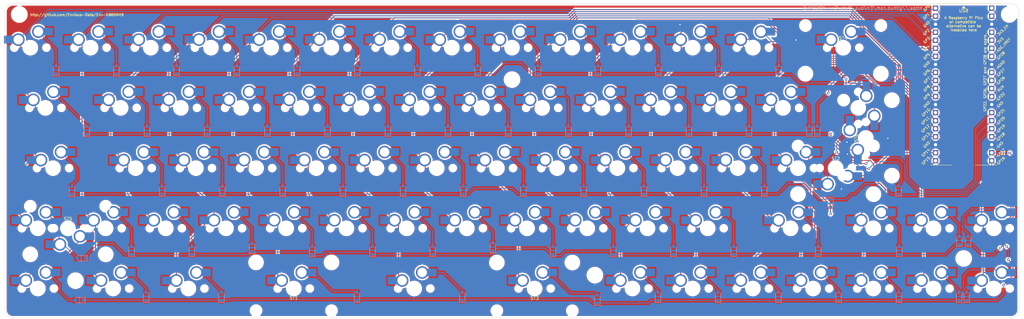
<source format=kicad_pcb>
(kicad_pcb (version 20171130) (host pcbnew "(5.1.10)-1")
  (layers (0 F.Cu signal) (31 B.Cu signal) (34 B.Paste user) (35 F.Paste user) (36 B.SilkS user) (37 F.SilkS user) (38 B.Mask user) (39 F.Mask user) (44 Edge.Cuts user))
  (net 0 "")
  (net 1 col0)
  (net 2 col1)
  (net 3 col2)
  (net 4 col3)
  (net 5 col4)
  (net 6 col5)
  (net 7 col6)
  (net 8 col7)
  (net 9 col8)
  (net 10 col9)
  (net 11 col10)
  (net 12 col11)
  (net 13 col12)
  (net 14 col13)
  (net 15 col14)
  (net 16 col15)
  (net 17 col16)
  (net 18 row0)
  (net 19 row1)
  (net 20 row2)
  (net 21 row3)
  (net 22 row4)
  (net 23 "Net-(D_0-Pad2)")
  (net 24 "Net-(D_1-Pad2)")
  (net 25 "Net-(D_2-Pad2)")
  (net 26 "Net-(D_3-Pad2)")
  (net 27 "Net-(D_4-Pad2)")
  (net 28 "Net-(D_5-Pad2)")
  (net 29 "Net-(D_6-Pad2)")
  (net 30 "Net-(D_7-Pad2)")
  (net 31 "Net-(D_8-Pad2)")
  (net 32 "Net-(D_9-Pad2)")
  (net 33 "Net-(D_10-Pad2)")
  (net 34 "Net-(D_11-Pad2)")
  (net 35 "Net-(D_12-Pad2)")
  (net 36 "Net-(D_13-Pad2)")
  (net 37 "Net-(D_16-Pad2)")
  (net 38 "Net-(D_17-Pad2)")
  (net 39 "Net-(D_18-Pad2)")
  (net 40 "Net-(D_19-Pad2)")
  (net 41 "Net-(D_20-Pad2)")
  (net 42 "Net-(D_21-Pad2)")
  (net 43 "Net-(D_22-Pad2)")
  (net 44 "Net-(D_23-Pad2)")
  (net 45 "Net-(D_24-Pad2)")
  (net 46 "Net-(D_25-Pad2)")
  (net 47 "Net-(D_26-Pad2)")
  (net 48 "Net-(D_27-Pad2)")
  (net 49 "Net-(D_28-Pad2)")
  (net 50 "Net-(D_32-Pad2)")
  (net 51 "Net-(D_33-Pad2)")
  (net 52 "Net-(D_34-Pad2)")
  (net 53 "Net-(D_35-Pad2)")
  (net 54 "Net-(D_36-Pad2)")
  (net 55 "Net-(D_37-Pad2)")
  (net 56 "Net-(D_38-Pad2)")
  (net 57 "Net-(D_39-Pad2)")
  (net 58 "Net-(D_40-Pad2)")
  (net 59 "Net-(D_41-Pad2)")
  (net 60 "Net-(D_42-Pad2)")
  (net 61 "Net-(D_43-Pad2)")
  (net 62 "Net-(D_44-Pad2)")
  (net 63 "Net-(D_29-Pad2)")
  (net 64 "Net-(D_47-Pad2)")
  (net 65 "Net-(D_48-Pad2)")
  (net 66 "Net-(D_49-Pad2)")
  (net 67 "Net-(D_50-Pad2)")
  (net 68 "Net-(D_51-Pad2)")
  (net 69 "Net-(D_52-Pad2)")
  (net 70 "Net-(D_53-Pad2)")
  (net 71 "Net-(D_54-Pad2)")
  (net 72 "Net-(D_55-Pad2)")
  (net 73 "Net-(D_56-Pad2)")
  (net 74 "Net-(D_57-Pad2)")
  (net 75 "Net-(D_58-Pad2)")
  (net 76 "Net-(D_59-Pad2)")
  (net 77 "Net-(D_60-Pad2)")
  (net 78 "Net-(D_61-Pad2)")
  (net 79 "Net-(D_62-Pad2)")
  (net 80 "Net-(D_63-Pad2)")
  (net 81 "Net-(D_64-Pad2)")
  (net 82 "Net-(D_65-Pad2)")
  (net 83 "Net-(D_66-Pad2)")
  (net 84 "Net-(D_67-Pad2)")
  (net 85 "Net-(D_68-Pad2)")
  (net 86 "Net-(D_69-Pad2)")
  (net 87 "Net-(D_70-Pad2)")
  (net 88 gnd)
  (net 89 "Net-(D_14-Pad2)")
  (net 90 "Net-(D_15-Pad2)")
  (net 91 "Net-(D_30-Pad2)")
  (net 92 "Net-(D_31-Pad2)")
  (net 93 "Net-(D_45-Pad2)")
  (net 94 "Net-(D_46-Pad2)")
  (net 95 "Net-(U0-Pad30)")
  (net 96 "Net-(U0-Pad35)")
  (net 97 "Net-(U0-Pad36)")
  (net 98 "Net-(U0-Pad37)")
  (net 99 "Net-(U0-Pad39)")
  (net 100 "Net-(U0-Pad40)")
  (net 101 GPIO22)
  (net 102 GPIO26)
  (net 103 GPIO27)
  (net 104 GPIO28)
  (module Mounting_Keyboard_Stabilizer:Stabilizer_Cherry_MX_2u (layer F.Cu) (at 336.825 140.05 90)
    (fp_text reference ST6 (at 0 -3 90) (layer F.SilkS))
    (fp_text value STABILIZER)
    (pad ~ np_thru_hole circle (at -11.938 8.255 90) (size 3.9878 3.9878) (drill 3.9878) (layers *.Cu *.Mask))
    (pad ~ np_thru_hole circle (at 11.938 8.255 90) (size 3.9878 3.9878) (drill 3.9878) (layers *.Cu *.Mask))
    (pad ~ np_thru_hole circle (at -11.938 -6.985 90) (size 3.048 3.048) (drill 3.048) (layers *.Cu *.Mask))
    (pad ~ np_thru_hole circle (at 11.938 -6.985 90) (size 3.048 3.048) (drill 3.048) (layers *.Cu *.Mask))
  )
  (module Mounting_Keyboard_Stabilizer:Stabilizer_Cherry_MX_2u (layer F.Cu) (at 84.425 168.65)
    (fp_text reference ST5 (at 0 -3) (layer F.SilkS))
    (fp_text value STABILIZER)
    (pad ~ np_thru_hole circle (at -11.938 8.255) (size 3.9878 3.9878) (drill 3.9878) (layers *.Cu *.Mask))
    (pad ~ np_thru_hole circle (at 11.938 8.255) (size 3.9878 3.9878) (drill 3.9878) (layers *.Cu *.Mask))
    (pad ~ np_thru_hole circle (at -11.938 -6.985) (size 3.048 3.048) (drill 3.048) (layers *.Cu *.Mask))
    (pad ~ np_thru_hole circle (at 11.938 -6.985) (size 3.048 3.048) (drill 3.048) (layers *.Cu *.Mask))
  )
  (module Mounting_Keyboard_Stabilizer:Stabilizer_Cherry_MX_2u (layer F.Cu) (at 329.675 111.5)
    (fp_text reference ST4 (at 0 -3) (layer F.SilkS))
    (fp_text value STABILIZER)
    (pad ~ np_thru_hole circle (at -11.938 8.255) (size 3.9878 3.9878) (drill 3.9878) (layers *.Cu *.Mask))
    (pad ~ np_thru_hole circle (at 11.938 8.255) (size 3.9878 3.9878) (drill 3.9878) (layers *.Cu *.Mask))
    (pad ~ np_thru_hole circle (at -11.938 -6.985) (size 3.048 3.048) (drill 3.048) (layers *.Cu *.Mask))
    (pad ~ np_thru_hole circle (at 11.938 -6.985) (size 3.048 3.048) (drill 3.048) (layers *.Cu *.Mask))
  )
  (module Mounting_Keyboard_Stabilizer:Stabilizer_Cherry_MX_2u (layer F.Cu) (at 232.05 187.75 180)
    (fp_text reference ST3 (at 0 -3) (layer F.SilkS))
    (fp_text value STABILIZER)
    (pad ~ np_thru_hole circle (at -11.938 8.255 180) (size 3.9878 3.9878) (drill 3.9878) (layers *.Cu *.Mask))
    (pad ~ np_thru_hole circle (at 11.938 8.255 180) (size 3.9878 3.9878) (drill 3.9878) (layers *.Cu *.Mask))
    (pad ~ np_thru_hole circle (at -11.938 -6.985 180) (size 3.048 3.048) (drill 3.048) (layers *.Cu *.Mask))
    (pad ~ np_thru_hole circle (at 11.938 -6.985 180) (size 3.048 3.048) (drill 3.048) (layers *.Cu *.Mask))
  )
  (module Mounting_Keyboard_Stabilizer:Stabilizer_Cherry_MX_2u (layer F.Cu) (at 327.325 149.6)
    (fp_text reference ST2 (at 0 -3) (layer F.SilkS))
    (fp_text value STABILIZER)
    (pad ~ np_thru_hole circle (at -11.938 8.255) (size 3.9878 3.9878) (drill 3.9878) (layers *.Cu *.Mask))
    (pad ~ np_thru_hole circle (at 11.938 8.255) (size 3.9878 3.9878) (drill 3.9878) (layers *.Cu *.Mask))
    (pad ~ np_thru_hole circle (at -11.938 -6.985) (size 3.048 3.048) (drill 3.048) (layers *.Cu *.Mask))
    (pad ~ np_thru_hole circle (at 11.938 -6.985) (size 3.048 3.048) (drill 3.048) (layers *.Cu *.Mask))
  )
  (module Mounting_Keyboard_Stabilizer:Stabilizer_Cherry_MX_2u (layer F.Cu) (at 155.85295 187.70912 180)
    (fp_text reference ST1 (at 0 -3) (layer F.SilkS))
    (fp_text value STABILIZER)
    (pad ~ np_thru_hole circle (at -11.938 8.255 180) (size 3.9878 3.9878) (drill 3.9878) (layers *.Cu *.Mask))
    (pad ~ np_thru_hole circle (at 11.938 8.255 180) (size 3.9878 3.9878) (drill 3.9878) (layers *.Cu *.Mask))
    (pad ~ np_thru_hole circle (at -11.938 -6.985 180) (size 3.048 3.048) (drill 3.048) (layers *.Cu *.Mask))
    (pad ~ np_thru_hole circle (at 11.938 -6.985 180) (size 3.048 3.048) (drill 3.048) (layers *.Cu *.Mask))
  )
  (module MX_Only:MXOnly-1U-Hotswap-Modified (layer F.Cu) (at 377.3092 187.70912)
    (fp_text reference K_72)
    (fp_text value KEYSW)
    (pad 2 smd rect (at 4.34 -5.08) (size 5.5 2.5) (layers B.Cu) (net 87 "Net-(D_70-Pad2)"))
    (pad 1 smd rect (at -5.61 -2.54) (size 5.5 2.5) (layers B.Cu) (net 17 col16))
    (pad "" np_thru_hole circle (at 5.08 0 48.0996) (size 1.75 1.75) (drill 1.75) (layers *.Cu *.Mask))
    (pad "" np_thru_hole circle (at -5.08 0 48.0996) (size 1.75 1.75) (drill 1.75) (layers *.Cu *.Mask))
    (pad 1 thru_hole circle (at -3.81 -2.54) (size 4 4) (drill 3) (layers *.Cu) (net 17 col16))
    (pad "" np_thru_hole circle (at 0 0) (size 3.9878 3.9878) (drill 3.9878) (layers *.Cu *.Mask))
    (pad 2 thru_hole circle (at 2.54 -5.08) (size 4 4) (drill 3) (layers *.Cu) (net 87 "Net-(D_70-Pad2)"))
  )
  (module MX_Only:MXOnly-1U-Hotswap-Modified (layer F.Cu) (at 358.2592 187.70912)
    (fp_text reference K_71)
    (fp_text value KEYSW)
    (pad 2 smd rect (at 4.34 -5.08) (size 5.5 2.5) (layers B.Cu) (net 86 "Net-(D_69-Pad2)"))
    (pad 1 smd rect (at -5.61 -2.54) (size 5.5 2.5) (layers B.Cu) (net 16 col15))
    (pad "" np_thru_hole circle (at 5.08 0 48.0996) (size 1.75 1.75) (drill 1.75) (layers *.Cu *.Mask))
    (pad "" np_thru_hole circle (at -5.08 0 48.0996) (size 1.75 1.75) (drill 1.75) (layers *.Cu *.Mask))
    (pad 1 thru_hole circle (at -3.81 -2.54) (size 4 4) (drill 3) (layers *.Cu) (net 16 col15))
    (pad "" np_thru_hole circle (at 0 0) (size 3.9878 3.9878) (drill 3.9878) (layers *.Cu *.Mask))
    (pad 2 thru_hole circle (at 2.54 -5.08) (size 4 4) (drill 3) (layers *.Cu) (net 86 "Net-(D_69-Pad2)"))
  )
  (module MX_Only:MXOnly-1U-Hotswap-Modified (layer F.Cu) (at 339.2092 187.70912)
    (fp_text reference K_70)
    (fp_text value KEYSW)
    (pad 2 smd rect (at 4.34 -5.08) (size 5.5 2.5) (layers B.Cu) (net 85 "Net-(D_68-Pad2)"))
    (pad 1 smd rect (at -5.61 -2.54) (size 5.5 2.5) (layers B.Cu) (net 15 col14))
    (pad "" np_thru_hole circle (at 5.08 0 48.0996) (size 1.75 1.75) (drill 1.75) (layers *.Cu *.Mask))
    (pad "" np_thru_hole circle (at -5.08 0 48.0996) (size 1.75 1.75) (drill 1.75) (layers *.Cu *.Mask))
    (pad 1 thru_hole circle (at -3.81 -2.54) (size 4 4) (drill 3) (layers *.Cu) (net 15 col14))
    (pad "" np_thru_hole circle (at 0 0) (size 3.9878 3.9878) (drill 3.9878) (layers *.Cu *.Mask))
    (pad 2 thru_hole circle (at 2.54 -5.08) (size 4 4) (drill 3) (layers *.Cu) (net 85 "Net-(D_68-Pad2)"))
  )
  (module MX_Only:MXOnly-1U-Hotswap-Modified (layer F.Cu) (at 320.1592 187.70912)
    (fp_text reference K_69)
    (fp_text value KEYSW)
    (pad 2 smd rect (at 4.34 -5.08) (size 5.5 2.5) (layers B.Cu) (net 84 "Net-(D_67-Pad2)"))
    (pad 1 smd rect (at -5.61 -2.54) (size 5.5 2.5) (layers B.Cu) (net 14 col13))
    (pad "" np_thru_hole circle (at 5.08 0 48.0996) (size 1.75 1.75) (drill 1.75) (layers *.Cu *.Mask))
    (pad "" np_thru_hole circle (at -5.08 0 48.0996) (size 1.75 1.75) (drill 1.75) (layers *.Cu *.Mask))
    (pad 1 thru_hole circle (at -3.81 -2.54) (size 4 4) (drill 3) (layers *.Cu) (net 14 col13))
    (pad "" np_thru_hole circle (at 0 0) (size 3.9878 3.9878) (drill 3.9878) (layers *.Cu *.Mask))
    (pad 2 thru_hole circle (at 2.54 -5.08) (size 4 4) (drill 3) (layers *.Cu) (net 84 "Net-(D_67-Pad2)"))
  )
  (module MX_Only:MXOnly-1U-Hotswap-Modified (layer F.Cu) (at 301.1092 187.70912)
    (fp_text reference K_68)
    (fp_text value KEYSW)
    (pad 2 smd rect (at 4.34 -5.08) (size 5.5 2.5) (layers B.Cu) (net 83 "Net-(D_66-Pad2)"))
    (pad 1 smd rect (at -5.61 -2.54) (size 5.5 2.5) (layers B.Cu) (net 13 col12))
    (pad "" np_thru_hole circle (at 5.08 0 48.0996) (size 1.75 1.75) (drill 1.75) (layers *.Cu *.Mask))
    (pad "" np_thru_hole circle (at -5.08 0 48.0996) (size 1.75 1.75) (drill 1.75) (layers *.Cu *.Mask))
    (pad 1 thru_hole circle (at -3.81 -2.54) (size 4 4) (drill 3) (layers *.Cu) (net 13 col12))
    (pad "" np_thru_hole circle (at 0 0) (size 3.9878 3.9878) (drill 3.9878) (layers *.Cu *.Mask))
    (pad 2 thru_hole circle (at 2.54 -5.08) (size 4 4) (drill 3) (layers *.Cu) (net 83 "Net-(D_66-Pad2)"))
  )
  (module MX_Only:MXOnly-1U-Hotswap-Modified (layer F.Cu) (at 282.0592 187.70912)
    (fp_text reference K_67)
    (fp_text value KEYSW)
    (pad 2 smd rect (at 4.34 -5.08) (size 5.5 2.5) (layers B.Cu) (net 82 "Net-(D_65-Pad2)"))
    (pad 1 smd rect (at -5.61 -2.54) (size 5.5 2.5) (layers B.Cu) (net 12 col11))
    (pad "" np_thru_hole circle (at 5.08 0 48.0996) (size 1.75 1.75) (drill 1.75) (layers *.Cu *.Mask))
    (pad "" np_thru_hole circle (at -5.08 0 48.0996) (size 1.75 1.75) (drill 1.75) (layers *.Cu *.Mask))
    (pad 1 thru_hole circle (at -3.81 -2.54) (size 4 4) (drill 3) (layers *.Cu) (net 12 col11))
    (pad "" np_thru_hole circle (at 0 0) (size 3.9878 3.9878) (drill 3.9878) (layers *.Cu *.Mask))
    (pad 2 thru_hole circle (at 2.54 -5.08) (size 4 4) (drill 3) (layers *.Cu) (net 82 "Net-(D_65-Pad2)"))
  )
  (module MX_Only:MXOnly-1U-Hotswap-Modified (layer F.Cu) (at 263.0092 187.70912)
    (fp_text reference K_66)
    (fp_text value KEYSW)
    (pad 2 smd rect (at 4.34 -5.08) (size 5.5 2.5) (layers B.Cu) (net 81 "Net-(D_64-Pad2)"))
    (pad 1 smd rect (at -5.61 -2.54) (size 5.5 2.5) (layers B.Cu) (net 11 col10))
    (pad "" np_thru_hole circle (at 5.08 0 48.0996) (size 1.75 1.75) (drill 1.75) (layers *.Cu *.Mask))
    (pad "" np_thru_hole circle (at -5.08 0 48.0996) (size 1.75 1.75) (drill 1.75) (layers *.Cu *.Mask))
    (pad 1 thru_hole circle (at -3.81 -2.54) (size 4 4) (drill 3) (layers *.Cu) (net 11 col10))
    (pad "" np_thru_hole circle (at 0 0) (size 3.9878 3.9878) (drill 3.9878) (layers *.Cu *.Mask))
    (pad 2 thru_hole circle (at 2.54 -5.08) (size 4 4) (drill 3) (layers *.Cu) (net 81 "Net-(D_64-Pad2)"))
  )
  (module MX_Only:MXOnly-1U-Hotswap-Modified (layer F.Cu) (at 232.05295 187.70912)
    (fp_text reference K_65)
    (fp_text value KEYSW)
    (pad 2 smd rect (at 4.34 -5.08) (size 5.5 2.5) (layers B.Cu) (net 80 "Net-(D_63-Pad2)"))
    (pad 1 smd rect (at -5.61 -2.54) (size 5.5 2.5) (layers B.Cu) (net 9 col8))
    (pad "" np_thru_hole circle (at 5.08 0 48.0996) (size 1.75 1.75) (drill 1.75) (layers *.Cu *.Mask))
    (pad "" np_thru_hole circle (at -5.08 0 48.0996) (size 1.75 1.75) (drill 1.75) (layers *.Cu *.Mask))
    (pad 1 thru_hole circle (at -3.81 -2.54) (size 4 4) (drill 3) (layers *.Cu) (net 9 col8))
    (pad "" np_thru_hole circle (at 0 0) (size 3.9878 3.9878) (drill 3.9878) (layers *.Cu *.Mask))
    (pad 2 thru_hole circle (at 2.54 -5.08) (size 4 4) (drill 3) (layers *.Cu) (net 80 "Net-(D_63-Pad2)"))
  )
  (module MX_Only:MXOnly-1U-Hotswap-Modified (layer F.Cu) (at 193.95295 187.70912)
    (fp_text reference K_64)
    (fp_text value KEYSW)
    (pad 2 smd rect (at 4.34 -5.08) (size 5.5 2.5) (layers B.Cu) (net 79 "Net-(D_62-Pad2)"))
    (pad 1 smd rect (at -5.61 -2.54) (size 5.5 2.5) (layers B.Cu) (net 7 col6))
    (pad "" np_thru_hole circle (at 5.08 0 48.0996) (size 1.75 1.75) (drill 1.75) (layers *.Cu *.Mask))
    (pad "" np_thru_hole circle (at -5.08 0 48.0996) (size 1.75 1.75) (drill 1.75) (layers *.Cu *.Mask))
    (pad 1 thru_hole circle (at -3.81 -2.54) (size 4 4) (drill 3) (layers *.Cu) (net 7 col6))
    (pad "" np_thru_hole circle (at 0 0) (size 3.9878 3.9878) (drill 3.9878) (layers *.Cu *.Mask))
    (pad 2 thru_hole circle (at 2.54 -5.08) (size 4 4) (drill 3) (layers *.Cu) (net 79 "Net-(D_62-Pad2)"))
  )
  (module MX_Only:MXOnly-1U-Hotswap-Modified (layer F.Cu) (at 155.85295 187.70912)
    (fp_text reference K_63)
    (fp_text value KEYSW)
    (pad 2 smd rect (at 4.34 -5.08) (size 5.5 2.5) (layers B.Cu) (net 78 "Net-(D_61-Pad2)"))
    (pad 1 smd rect (at -5.61 -2.54) (size 5.5 2.5) (layers B.Cu) (net 5 col4))
    (pad "" np_thru_hole circle (at 5.08 0 48.0996) (size 1.75 1.75) (drill 1.75) (layers *.Cu *.Mask))
    (pad "" np_thru_hole circle (at -5.08 0 48.0996) (size 1.75 1.75) (drill 1.75) (layers *.Cu *.Mask))
    (pad 1 thru_hole circle (at -3.81 -2.54) (size 4 4) (drill 3) (layers *.Cu) (net 5 col4))
    (pad "" np_thru_hole circle (at 0 0) (size 3.9878 3.9878) (drill 3.9878) (layers *.Cu *.Mask))
    (pad 2 thru_hole circle (at 2.54 -5.08) (size 4 4) (drill 3) (layers *.Cu) (net 78 "Net-(D_61-Pad2)"))
  )
  (module MX_Only:MXOnly-1U-Hotswap-Modified (layer F.Cu) (at 122.51545 187.70912)
    (fp_text reference K_62)
    (fp_text value KEYSW)
    (pad 2 smd rect (at 4.34 -5.08) (size 5.5 2.5) (layers B.Cu) (net 77 "Net-(D_60-Pad2)"))
    (pad 1 smd rect (at -5.61 -2.54) (size 5.5 2.5) (layers B.Cu) (net 4 col3))
    (pad "" np_thru_hole circle (at 5.08 0 48.0996) (size 1.75 1.75) (drill 1.75) (layers *.Cu *.Mask))
    (pad "" np_thru_hole circle (at -5.08 0 48.0996) (size 1.75 1.75) (drill 1.75) (layers *.Cu *.Mask))
    (pad 1 thru_hole circle (at -3.81 -2.54) (size 4 4) (drill 3) (layers *.Cu) (net 4 col3))
    (pad "" np_thru_hole circle (at 0 0) (size 3.9878 3.9878) (drill 3.9878) (layers *.Cu *.Mask))
    (pad 2 thru_hole circle (at 2.54 -5.08) (size 4 4) (drill 3) (layers *.Cu) (net 77 "Net-(D_60-Pad2)"))
  )
  (module MX_Only:MXOnly-1U-Hotswap-Modified (layer F.Cu) (at 98.70295 187.70912)
    (fp_text reference K_61)
    (fp_text value KEYSW)
    (pad 2 smd rect (at 4.34 -5.08) (size 5.5 2.5) (layers B.Cu) (net 76 "Net-(D_59-Pad2)"))
    (pad 1 smd rect (at -5.61 -2.54) (size 5.5 2.5) (layers B.Cu) (net 2 col1))
    (pad "" np_thru_hole circle (at 5.08 0 48.0996) (size 1.75 1.75) (drill 1.75) (layers *.Cu *.Mask))
    (pad "" np_thru_hole circle (at -5.08 0 48.0996) (size 1.75 1.75) (drill 1.75) (layers *.Cu *.Mask))
    (pad 1 thru_hole circle (at -3.81 -2.54) (size 4 4) (drill 3) (layers *.Cu) (net 2 col1))
    (pad "" np_thru_hole circle (at 0 0) (size 3.9878 3.9878) (drill 3.9878) (layers *.Cu *.Mask))
    (pad 2 thru_hole circle (at 2.54 -5.08) (size 4 4) (drill 3) (layers *.Cu) (net 76 "Net-(D_59-Pad2)"))
  )
  (module MX_Only:MXOnly-1U-Hotswap-Modified (layer F.Cu) (at 74.89045 187.70912)
    (fp_text reference K_60)
    (fp_text value KEYSW)
    (pad 2 smd rect (at 4.34 -5.08) (size 5.5 2.5) (layers B.Cu) (net 75 "Net-(D_58-Pad2)"))
    (pad 1 smd rect (at -5.61 -2.54) (size 5.5 2.5) (layers B.Cu) (net 1 col0))
    (pad "" np_thru_hole circle (at 5.08 0 48.0996) (size 1.75 1.75) (drill 1.75) (layers *.Cu *.Mask))
    (pad "" np_thru_hole circle (at -5.08 0 48.0996) (size 1.75 1.75) (drill 1.75) (layers *.Cu *.Mask))
    (pad 1 thru_hole circle (at -3.81 -2.54) (size 4 4) (drill 3) (layers *.Cu) (net 1 col0))
    (pad "" np_thru_hole circle (at 0 0) (size 3.9878 3.9878) (drill 3.9878) (layers *.Cu *.Mask))
    (pad 2 thru_hole circle (at 2.54 -5.08) (size 4 4) (drill 3) (layers *.Cu) (net 75 "Net-(D_58-Pad2)"))
  )
  (module MX_Only:MXOnly-1U-Hotswap-Modified (layer F.Cu) (at 377.3092 168.65912)
    (fp_text reference K_59)
    (fp_text value KEYSW)
    (pad 2 smd rect (at 4.34 -5.08) (size 5.5 2.5) (layers B.Cu) (net 74 "Net-(D_57-Pad2)"))
    (pad 1 smd rect (at -5.61 -2.54) (size 5.5 2.5) (layers B.Cu) (net 17 col16))
    (pad "" np_thru_hole circle (at 5.08 0 48.0996) (size 1.75 1.75) (drill 1.75) (layers *.Cu *.Mask))
    (pad "" np_thru_hole circle (at -5.08 0 48.0996) (size 1.75 1.75) (drill 1.75) (layers *.Cu *.Mask))
    (pad 1 thru_hole circle (at -3.81 -2.54) (size 4 4) (drill 3) (layers *.Cu) (net 17 col16))
    (pad "" np_thru_hole circle (at 0 0) (size 3.9878 3.9878) (drill 3.9878) (layers *.Cu *.Mask))
    (pad 2 thru_hole circle (at 2.54 -5.08) (size 4 4) (drill 3) (layers *.Cu) (net 74 "Net-(D_57-Pad2)"))
  )
  (module MX_Only:MXOnly-1U-Hotswap-Modified (layer F.Cu) (at 358.2592 168.65912)
    (fp_text reference K_58)
    (fp_text value KEYSW)
    (pad 2 smd rect (at 4.34 -5.08) (size 5.5 2.5) (layers B.Cu) (net 73 "Net-(D_56-Pad2)"))
    (pad 1 smd rect (at -5.61 -2.54) (size 5.5 2.5) (layers B.Cu) (net 16 col15))
    (pad "" np_thru_hole circle (at 5.08 0 48.0996) (size 1.75 1.75) (drill 1.75) (layers *.Cu *.Mask))
    (pad "" np_thru_hole circle (at -5.08 0 48.0996) (size 1.75 1.75) (drill 1.75) (layers *.Cu *.Mask))
    (pad 1 thru_hole circle (at -3.81 -2.54) (size 4 4) (drill 3) (layers *.Cu) (net 16 col15))
    (pad "" np_thru_hole circle (at 0 0) (size 3.9878 3.9878) (drill 3.9878) (layers *.Cu *.Mask))
    (pad 2 thru_hole circle (at 2.54 -5.08) (size 4 4) (drill 3) (layers *.Cu) (net 73 "Net-(D_56-Pad2)"))
  )
  (module MX_Only:MXOnly-1U-Hotswap-Modified (layer F.Cu) (at 339.2092 168.65912)
    (fp_text reference K_57)
    (fp_text value KEYSW)
    (pad 2 smd rect (at 4.34 -5.08) (size 5.5 2.5) (layers B.Cu) (net 72 "Net-(D_55-Pad2)"))
    (pad 1 smd rect (at -5.61 -2.54) (size 5.5 2.5) (layers B.Cu) (net 15 col14))
    (pad "" np_thru_hole circle (at 5.08 0 48.0996) (size 1.75 1.75) (drill 1.75) (layers *.Cu *.Mask))
    (pad "" np_thru_hole circle (at -5.08 0 48.0996) (size 1.75 1.75) (drill 1.75) (layers *.Cu *.Mask))
    (pad 1 thru_hole circle (at -3.81 -2.54) (size 4 4) (drill 3) (layers *.Cu) (net 15 col14))
    (pad "" np_thru_hole circle (at 0 0) (size 3.9878 3.9878) (drill 3.9878) (layers *.Cu *.Mask))
    (pad 2 thru_hole circle (at 2.54 -5.08) (size 4 4) (drill 3) (layers *.Cu) (net 72 "Net-(D_55-Pad2)"))
  )
  (module MX_Only:MXOnly-1U-Hotswap-Modified (layer F.Cu) (at 313.0342 168.65912)
    (fp_text reference K_56)
    (fp_text value KEYSW)
    (pad 2 smd rect (at 4.34 -5.08) (size 5.5 2.5) (layers B.Cu) (net 71 "Net-(D_54-Pad2)"))
    (pad 1 smd rect (at -5.61 -2.54) (size 5.5 2.5) (layers B.Cu) (net 13 col12))
    (pad "" np_thru_hole circle (at 5.08 0 48.0996) (size 1.75 1.75) (drill 1.75) (layers *.Cu *.Mask))
    (pad "" np_thru_hole circle (at -5.08 0 48.0996) (size 1.75 1.75) (drill 1.75) (layers *.Cu *.Mask))
    (pad 1 thru_hole circle (at -3.81 -2.54) (size 4 4) (drill 3) (layers *.Cu) (net 13 col12))
    (pad "" np_thru_hole circle (at 0 0) (size 3.9878 3.9878) (drill 3.9878) (layers *.Cu *.Mask))
    (pad 2 thru_hole circle (at 2.54 -5.08) (size 4 4) (drill 3) (layers *.Cu) (net 71 "Net-(D_54-Pad2)"))
  )
  (module MX_Only:MXOnly-1U-Hotswap-Modified (layer F.Cu) (at 286.8217 168.65912)
    (fp_text reference K_55)
    (fp_text value KEYSW)
    (pad 2 smd rect (at 4.34 -5.08) (size 5.5 2.5) (layers B.Cu) (net 70 "Net-(D_53-Pad2)"))
    (pad 1 smd rect (at -5.61 -2.54) (size 5.5 2.5) (layers B.Cu) (net 12 col11))
    (pad "" np_thru_hole circle (at 5.08 0 48.0996) (size 1.75 1.75) (drill 1.75) (layers *.Cu *.Mask))
    (pad "" np_thru_hole circle (at -5.08 0 48.0996) (size 1.75 1.75) (drill 1.75) (layers *.Cu *.Mask))
    (pad 1 thru_hole circle (at -3.81 -2.54) (size 4 4) (drill 3) (layers *.Cu) (net 12 col11))
    (pad "" np_thru_hole circle (at 0 0) (size 3.9878 3.9878) (drill 3.9878) (layers *.Cu *.Mask))
    (pad 2 thru_hole circle (at 2.54 -5.08) (size 4 4) (drill 3) (layers *.Cu) (net 70 "Net-(D_53-Pad2)"))
  )
  (module MX_Only:MXOnly-1U-Hotswap-Modified (layer F.Cu) (at 267.7717 168.65912)
    (fp_text reference K_54)
    (fp_text value KEYSW)
    (pad 2 smd rect (at 4.34 -5.08) (size 5.5 2.5) (layers B.Cu) (net 69 "Net-(D_52-Pad2)"))
    (pad 1 smd rect (at -5.61 -2.54) (size 5.5 2.5) (layers B.Cu) (net 11 col10))
    (pad "" np_thru_hole circle (at 5.08 0 48.0996) (size 1.75 1.75) (drill 1.75) (layers *.Cu *.Mask))
    (pad "" np_thru_hole circle (at -5.08 0 48.0996) (size 1.75 1.75) (drill 1.75) (layers *.Cu *.Mask))
    (pad 1 thru_hole circle (at -3.81 -2.54) (size 4 4) (drill 3) (layers *.Cu) (net 11 col10))
    (pad "" np_thru_hole circle (at 0 0) (size 3.9878 3.9878) (drill 3.9878) (layers *.Cu *.Mask))
    (pad 2 thru_hole circle (at 2.54 -5.08) (size 4 4) (drill 3) (layers *.Cu) (net 69 "Net-(D_52-Pad2)"))
  )
  (module MX_Only:MXOnly-1U-Hotswap-Modified (layer F.Cu) (at 248.7217 168.65912)
    (fp_text reference K_53)
    (fp_text value KEYSW)
    (pad 2 smd rect (at 4.34 -5.08) (size 5.5 2.5) (layers B.Cu) (net 68 "Net-(D_51-Pad2)"))
    (pad 1 smd rect (at -5.61 -2.54) (size 5.5 2.5) (layers B.Cu) (net 10 col9))
    (pad "" np_thru_hole circle (at 5.08 0 48.0996) (size 1.75 1.75) (drill 1.75) (layers *.Cu *.Mask))
    (pad "" np_thru_hole circle (at -5.08 0 48.0996) (size 1.75 1.75) (drill 1.75) (layers *.Cu *.Mask))
    (pad 1 thru_hole circle (at -3.81 -2.54) (size 4 4) (drill 3) (layers *.Cu) (net 10 col9))
    (pad "" np_thru_hole circle (at 0 0) (size 3.9878 3.9878) (drill 3.9878) (layers *.Cu *.Mask))
    (pad 2 thru_hole circle (at 2.54 -5.08) (size 4 4) (drill 3) (layers *.Cu) (net 68 "Net-(D_51-Pad2)"))
  )
  (module MX_Only:MXOnly-1U-Hotswap-Modified (layer F.Cu) (at 229.6717 168.65912)
    (fp_text reference K_52)
    (fp_text value KEYSW)
    (pad 2 smd rect (at 4.34 -5.08) (size 5.5 2.5) (layers B.Cu) (net 67 "Net-(D_50-Pad2)"))
    (pad 1 smd rect (at -5.61 -2.54) (size 5.5 2.5) (layers B.Cu) (net 9 col8))
    (pad "" np_thru_hole circle (at 5.08 0 48.0996) (size 1.75 1.75) (drill 1.75) (layers *.Cu *.Mask))
    (pad "" np_thru_hole circle (at -5.08 0 48.0996) (size 1.75 1.75) (drill 1.75) (layers *.Cu *.Mask))
    (pad 1 thru_hole circle (at -3.81 -2.54) (size 4 4) (drill 3) (layers *.Cu) (net 9 col8))
    (pad "" np_thru_hole circle (at 0 0) (size 3.9878 3.9878) (drill 3.9878) (layers *.Cu *.Mask))
    (pad 2 thru_hole circle (at 2.54 -5.08) (size 4 4) (drill 3) (layers *.Cu) (net 67 "Net-(D_50-Pad2)"))
  )
  (module MX_Only:MXOnly-1U-Hotswap-Modified (layer F.Cu) (at 210.6217 168.65912)
    (fp_text reference K_51)
    (fp_text value KEYSW)
    (pad 2 smd rect (at 4.34 -5.08) (size 5.5 2.5) (layers B.Cu) (net 66 "Net-(D_49-Pad2)"))
    (pad 1 smd rect (at -5.61 -2.54) (size 5.5 2.5) (layers B.Cu) (net 8 col7))
    (pad "" np_thru_hole circle (at 5.08 0 48.0996) (size 1.75 1.75) (drill 1.75) (layers *.Cu *.Mask))
    (pad "" np_thru_hole circle (at -5.08 0 48.0996) (size 1.75 1.75) (drill 1.75) (layers *.Cu *.Mask))
    (pad 1 thru_hole circle (at -3.81 -2.54) (size 4 4) (drill 3) (layers *.Cu) (net 8 col7))
    (pad "" np_thru_hole circle (at 0 0) (size 3.9878 3.9878) (drill 3.9878) (layers *.Cu *.Mask))
    (pad 2 thru_hole circle (at 2.54 -5.08) (size 4 4) (drill 3) (layers *.Cu) (net 66 "Net-(D_49-Pad2)"))
  )
  (module MX_Only:MXOnly-1U-Hotswap-Modified (layer F.Cu) (at 191.5717 168.65912)
    (fp_text reference K_50)
    (fp_text value KEYSW)
    (pad 2 smd rect (at 4.34 -5.08) (size 5.5 2.5) (layers B.Cu) (net 65 "Net-(D_48-Pad2)"))
    (pad 1 smd rect (at -5.61 -2.54) (size 5.5 2.5) (layers B.Cu) (net 7 col6))
    (pad "" np_thru_hole circle (at 5.08 0 48.0996) (size 1.75 1.75) (drill 1.75) (layers *.Cu *.Mask))
    (pad "" np_thru_hole circle (at -5.08 0 48.0996) (size 1.75 1.75) (drill 1.75) (layers *.Cu *.Mask))
    (pad 1 thru_hole circle (at -3.81 -2.54) (size 4 4) (drill 3) (layers *.Cu) (net 7 col6))
    (pad "" np_thru_hole circle (at 0 0) (size 3.9878 3.9878) (drill 3.9878) (layers *.Cu *.Mask))
    (pad 2 thru_hole circle (at 2.54 -5.08) (size 4 4) (drill 3) (layers *.Cu) (net 65 "Net-(D_48-Pad2)"))
  )
  (module MX_Only:MXOnly-1U-Hotswap-Modified (layer F.Cu) (at 172.5217 168.65912)
    (fp_text reference K_49)
    (fp_text value KEYSW)
    (pad 2 smd rect (at 4.34 -5.08) (size 5.5 2.5) (layers B.Cu) (net 64 "Net-(D_47-Pad2)"))
    (pad 1 smd rect (at -5.61 -2.54) (size 5.5 2.5) (layers B.Cu) (net 6 col5))
    (pad "" np_thru_hole circle (at 5.08 0 48.0996) (size 1.75 1.75) (drill 1.75) (layers *.Cu *.Mask))
    (pad "" np_thru_hole circle (at -5.08 0 48.0996) (size 1.75 1.75) (drill 1.75) (layers *.Cu *.Mask))
    (pad 1 thru_hole circle (at -3.81 -2.54) (size 4 4) (drill 3) (layers *.Cu) (net 6 col5))
    (pad "" np_thru_hole circle (at 0 0) (size 3.9878 3.9878) (drill 3.9878) (layers *.Cu *.Mask))
    (pad 2 thru_hole circle (at 2.54 -5.08) (size 4 4) (drill 3) (layers *.Cu) (net 64 "Net-(D_47-Pad2)"))
  )
  (module MX_Only:MXOnly-1U-Hotswap-Modified (layer F.Cu) (at 153.4717 168.65912)
    (fp_text reference K_48)
    (fp_text value KEYSW)
    (pad 2 smd rect (at 4.34 -5.08) (size 5.5 2.5) (layers B.Cu) (net 94 "Net-(D_46-Pad2)"))
    (pad 1 smd rect (at -5.61 -2.54) (size 5.5 2.5) (layers B.Cu) (net 5 col4))
    (pad "" np_thru_hole circle (at 5.08 0 48.0996) (size 1.75 1.75) (drill 1.75) (layers *.Cu *.Mask))
    (pad "" np_thru_hole circle (at -5.08 0 48.0996) (size 1.75 1.75) (drill 1.75) (layers *.Cu *.Mask))
    (pad 1 thru_hole circle (at -3.81 -2.54) (size 4 4) (drill 3) (layers *.Cu) (net 5 col4))
    (pad "" np_thru_hole circle (at 0 0) (size 3.9878 3.9878) (drill 3.9878) (layers *.Cu *.Mask))
    (pad 2 thru_hole circle (at 2.54 -5.08) (size 4 4) (drill 3) (layers *.Cu) (net 94 "Net-(D_46-Pad2)"))
  )
  (module MX_Only:MXOnly-1U-Hotswap-Modified (layer F.Cu) (at 134.4217 168.65912)
    (fp_text reference K_47)
    (fp_text value KEYSW)
    (pad 2 smd rect (at 4.34 -5.08) (size 5.5 2.5) (layers B.Cu) (net 93 "Net-(D_45-Pad2)"))
    (pad 1 smd rect (at -5.61 -2.54) (size 5.5 2.5) (layers B.Cu) (net 4 col3))
    (pad "" np_thru_hole circle (at 5.08 0 48.0996) (size 1.75 1.75) (drill 1.75) (layers *.Cu *.Mask))
    (pad "" np_thru_hole circle (at -5.08 0 48.0996) (size 1.75 1.75) (drill 1.75) (layers *.Cu *.Mask))
    (pad 1 thru_hole circle (at -3.81 -2.54) (size 4 4) (drill 3) (layers *.Cu) (net 4 col3))
    (pad "" np_thru_hole circle (at 0 0) (size 3.9878 3.9878) (drill 3.9878) (layers *.Cu *.Mask))
    (pad 2 thru_hole circle (at 2.54 -5.08) (size 4 4) (drill 3) (layers *.Cu) (net 93 "Net-(D_45-Pad2)"))
  )
  (module MX_Only:MXOnly-1U-Hotswap-Modified (layer F.Cu) (at 115.3717 168.65912)
    (fp_text reference K_46)
    (fp_text value KEYSW)
    (pad 2 smd rect (at 4.34 -5.08) (size 5.5 2.5) (layers B.Cu) (net 62 "Net-(D_44-Pad2)"))
    (pad 1 smd rect (at -5.61 -2.54) (size 5.5 2.5) (layers B.Cu) (net 3 col2))
    (pad "" np_thru_hole circle (at 5.08 0 48.0996) (size 1.75 1.75) (drill 1.75) (layers *.Cu *.Mask))
    (pad "" np_thru_hole circle (at -5.08 0 48.0996) (size 1.75 1.75) (drill 1.75) (layers *.Cu *.Mask))
    (pad 1 thru_hole circle (at -3.81 -2.54) (size 4 4) (drill 3) (layers *.Cu) (net 3 col2))
    (pad "" np_thru_hole circle (at 0 0) (size 3.9878 3.9878) (drill 3.9878) (layers *.Cu *.Mask))
    (pad 2 thru_hole circle (at 2.54 -5.08) (size 4 4) (drill 3) (layers *.Cu) (net 62 "Net-(D_44-Pad2)"))
  )
  (module MX_Only:MXOnly-1U-Hotswap-Modified (layer F.Cu) (at 96.3217 168.65912)
    (fp_text reference K_45)
    (fp_text value KEYSW)
    (pad 2 smd rect (at 4.34 -5.08) (size 5.5 2.5) (layers B.Cu) (net 61 "Net-(D_43-Pad2)"))
    (pad 1 smd rect (at -5.61 -2.54) (size 5.5 2.5) (layers B.Cu) (net 2 col1))
    (pad "" np_thru_hole circle (at 5.08 0 48.0996) (size 1.75 1.75) (drill 1.75) (layers *.Cu *.Mask))
    (pad "" np_thru_hole circle (at -5.08 0 48.0996) (size 1.75 1.75) (drill 1.75) (layers *.Cu *.Mask))
    (pad 1 thru_hole circle (at -3.81 -2.54) (size 4 4) (drill 3) (layers *.Cu) (net 2 col1))
    (pad "" np_thru_hole circle (at 0 0) (size 3.9878 3.9878) (drill 3.9878) (layers *.Cu *.Mask))
    (pad 2 thru_hole circle (at 2.54 -5.08) (size 4 4) (drill 3) (layers *.Cu) (net 61 "Net-(D_43-Pad2)"))
  )
  (module MX_Only:MXOnly-1U-Hotswap-Modified (layer F.Cu) (at 74.89045 168.65912)
    (fp_text reference K_44)
    (fp_text value KEYSW)
    (pad 2 smd rect (at 4.34 -5.08) (size 5.5 2.5) (layers B.Cu) (net 60 "Net-(D_42-Pad2)"))
    (pad 1 smd rect (at -5.61 -2.54) (size 5.5 2.5) (layers B.Cu) (net 1 col0))
    (pad "" np_thru_hole circle (at 5.08 0 48.0996) (size 1.75 1.75) (drill 1.75) (layers *.Cu *.Mask))
    (pad "" np_thru_hole circle (at -5.08 0 48.0996) (size 1.75 1.75) (drill 1.75) (layers *.Cu *.Mask))
    (pad 1 thru_hole circle (at -3.81 -2.54) (size 4 4) (drill 3) (layers *.Cu) (net 1 col0))
    (pad "" np_thru_hole circle (at 0 0) (size 3.9878 3.9878) (drill 3.9878) (layers *.Cu *.Mask))
    (pad 2 thru_hole circle (at 2.54 -5.08) (size 4 4) (drill 3) (layers *.Cu) (net 60 "Net-(D_42-Pad2)"))
  )
  (module MX_Only:MXOnly-1U-Hotswap-Modified (layer F.Cu) (at 84.415 168.659 180)
    (fp_text reference K_43)
    (fp_text value KEYSW)
    (pad 2 smd rect (at 4.34 -5.08 180) (size 5.5 2.5) (layers B.Cu) (net 60 "Net-(D_42-Pad2)"))
    (pad 1 smd rect (at -5.61 -2.54 180) (size 5.5 2.5) (layers B.Cu) (net 1 col0))
    (pad "" np_thru_hole circle (at 5.08 0 228.0996) (size 1.75 1.75) (drill 1.75) (layers *.Cu *.Mask))
    (pad "" np_thru_hole circle (at -5.08 0 228.0996) (size 1.75 1.75) (drill 1.75) (layers *.Cu *.Mask))
    (pad 1 thru_hole circle (at -3.81 -2.54 180) (size 4 4) (drill 3) (layers *.Cu) (net 1 col0))
    (pad "" np_thru_hole circle (at 0 0 180) (size 3.9878 3.9878) (drill 3.9878) (layers *.Cu *.Mask))
    (pad 2 thru_hole circle (at 2.54 -5.08 180) (size 4 4) (drill 3) (layers *.Cu) (net 60 "Net-(D_42-Pad2)"))
  )
  (module MX_Only:MXOnly-1U-Hotswap-Modified (layer F.Cu) (at 336.8342 140.08412 90)
    (fp_text reference K_42)
    (fp_text value KEYSW)
    (pad 2 smd rect (at 4.34 -5.08 90) (size 5.5 2.5) (layers B.Cu) (net 59 "Net-(D_41-Pad2)"))
    (pad 1 smd rect (at -5.61 -2.54 90) (size 5.5 2.5) (layers B.Cu) (net 15 col14))
    (pad "" np_thru_hole circle (at 5.08 0 138.0996) (size 1.75 1.75) (drill 1.75) (layers *.Cu *.Mask))
    (pad "" np_thru_hole circle (at -5.08 0 138.0996) (size 1.75 1.75) (drill 1.75) (layers *.Cu *.Mask))
    (pad 1 thru_hole circle (at -3.81 -2.54 90) (size 4 4) (drill 3) (layers *.Cu) (net 15 col14))
    (pad "" np_thru_hole circle (at 0 0 90) (size 3.9878 3.9878) (drill 3.9878) (layers *.Cu *.Mask))
    (pad 2 thru_hole circle (at 2.54 -5.08 90) (size 4 4) (drill 3) (layers *.Cu) (net 59 "Net-(D_41-Pad2)"))
  )
  (module MX_Only:MXOnly-1U-Hotswap-Modified (layer F.Cu) (at 315.3967 149.60912)
    (fp_text reference K_41)
    (fp_text value KEYSW)
    (pad 2 smd rect (at 4.34 -5.08) (size 5.5 2.5) (layers B.Cu) (net 58 "Net-(D_40-Pad2)"))
    (pad 1 smd rect (at -5.61 -2.54) (size 5.5 2.5) (layers B.Cu) (net 14 col13))
    (pad "" np_thru_hole circle (at 5.08 0 48.0996) (size 1.75 1.75) (drill 1.75) (layers *.Cu *.Mask))
    (pad "" np_thru_hole circle (at -5.08 0 48.0996) (size 1.75 1.75) (drill 1.75) (layers *.Cu *.Mask))
    (pad 1 thru_hole circle (at -3.81 -2.54) (size 4 4) (drill 3) (layers *.Cu) (net 14 col13))
    (pad "" np_thru_hole circle (at 0 0) (size 3.9878 3.9878) (drill 3.9878) (layers *.Cu *.Mask))
    (pad 2 thru_hole circle (at 2.54 -5.08) (size 4 4) (drill 3) (layers *.Cu) (net 58 "Net-(D_40-Pad2)"))
  )
  (module MX_Only:MXOnly-1U-Hotswap-Modified (layer F.Cu) (at 296.3467 149.60912)
    (fp_text reference K_40)
    (fp_text value KEYSW)
    (pad 2 smd rect (at 4.34 -5.08) (size 5.5 2.5) (layers B.Cu) (net 57 "Net-(D_39-Pad2)"))
    (pad 1 smd rect (at -5.61 -2.54) (size 5.5 2.5) (layers B.Cu) (net 13 col12))
    (pad "" np_thru_hole circle (at 5.08 0 48.0996) (size 1.75 1.75) (drill 1.75) (layers *.Cu *.Mask))
    (pad "" np_thru_hole circle (at -5.08 0 48.0996) (size 1.75 1.75) (drill 1.75) (layers *.Cu *.Mask))
    (pad 1 thru_hole circle (at -3.81 -2.54) (size 4 4) (drill 3) (layers *.Cu) (net 13 col12))
    (pad "" np_thru_hole circle (at 0 0) (size 3.9878 3.9878) (drill 3.9878) (layers *.Cu *.Mask))
    (pad 2 thru_hole circle (at 2.54 -5.08) (size 4 4) (drill 3) (layers *.Cu) (net 57 "Net-(D_39-Pad2)"))
  )
  (module MX_Only:MXOnly-1U-Hotswap-Modified (layer F.Cu) (at 277.2967 149.60912)
    (fp_text reference K_39)
    (fp_text value KEYSW)
    (pad 2 smd rect (at 4.34 -5.08) (size 5.5 2.5) (layers B.Cu) (net 56 "Net-(D_38-Pad2)"))
    (pad 1 smd rect (at -5.61 -2.54) (size 5.5 2.5) (layers B.Cu) (net 12 col11))
    (pad "" np_thru_hole circle (at 5.08 0 48.0996) (size 1.75 1.75) (drill 1.75) (layers *.Cu *.Mask))
    (pad "" np_thru_hole circle (at -5.08 0 48.0996) (size 1.75 1.75) (drill 1.75) (layers *.Cu *.Mask))
    (pad 1 thru_hole circle (at -3.81 -2.54) (size 4 4) (drill 3) (layers *.Cu) (net 12 col11))
    (pad "" np_thru_hole circle (at 0 0) (size 3.9878 3.9878) (drill 3.9878) (layers *.Cu *.Mask))
    (pad 2 thru_hole circle (at 2.54 -5.08) (size 4 4) (drill 3) (layers *.Cu) (net 56 "Net-(D_38-Pad2)"))
  )
  (module MX_Only:MXOnly-1U-Hotswap-Modified (layer F.Cu) (at 258.2467 149.60912)
    (fp_text reference K_38)
    (fp_text value KEYSW)
    (pad 2 smd rect (at 4.34 -5.08) (size 5.5 2.5) (layers B.Cu) (net 55 "Net-(D_37-Pad2)"))
    (pad 1 smd rect (at -5.61 -2.54) (size 5.5 2.5) (layers B.Cu) (net 11 col10))
    (pad "" np_thru_hole circle (at 5.08 0 48.0996) (size 1.75 1.75) (drill 1.75) (layers *.Cu *.Mask))
    (pad "" np_thru_hole circle (at -5.08 0 48.0996) (size 1.75 1.75) (drill 1.75) (layers *.Cu *.Mask))
    (pad 1 thru_hole circle (at -3.81 -2.54) (size 4 4) (drill 3) (layers *.Cu) (net 11 col10))
    (pad "" np_thru_hole circle (at 0 0) (size 3.9878 3.9878) (drill 3.9878) (layers *.Cu *.Mask))
    (pad 2 thru_hole circle (at 2.54 -5.08) (size 4 4) (drill 3) (layers *.Cu) (net 55 "Net-(D_37-Pad2)"))
  )
  (module MX_Only:MXOnly-1U-Hotswap-Modified (layer F.Cu) (at 239.1967 149.60912)
    (fp_text reference K_37)
    (fp_text value KEYSW)
    (pad 2 smd rect (at 4.34 -5.08) (size 5.5 2.5) (layers B.Cu) (net 54 "Net-(D_36-Pad2)"))
    (pad 1 smd rect (at -5.61 -2.54) (size 5.5 2.5) (layers B.Cu) (net 10 col9))
    (pad "" np_thru_hole circle (at 5.08 0 48.0996) (size 1.75 1.75) (drill 1.75) (layers *.Cu *.Mask))
    (pad "" np_thru_hole circle (at -5.08 0 48.0996) (size 1.75 1.75) (drill 1.75) (layers *.Cu *.Mask))
    (pad 1 thru_hole circle (at -3.81 -2.54) (size 4 4) (drill 3) (layers *.Cu) (net 10 col9))
    (pad "" np_thru_hole circle (at 0 0) (size 3.9878 3.9878) (drill 3.9878) (layers *.Cu *.Mask))
    (pad 2 thru_hole circle (at 2.54 -5.08) (size 4 4) (drill 3) (layers *.Cu) (net 54 "Net-(D_36-Pad2)"))
  )
  (module MX_Only:MXOnly-1U-Hotswap-Modified (layer F.Cu) (at 220.1467 149.60912)
    (fp_text reference K_36)
    (fp_text value KEYSW)
    (pad 2 smd rect (at 4.34 -5.08) (size 5.5 2.5) (layers B.Cu) (net 53 "Net-(D_35-Pad2)"))
    (pad 1 smd rect (at -5.61 -2.54) (size 5.5 2.5) (layers B.Cu) (net 9 col8))
    (pad "" np_thru_hole circle (at 5.08 0 48.0996) (size 1.75 1.75) (drill 1.75) (layers *.Cu *.Mask))
    (pad "" np_thru_hole circle (at -5.08 0 48.0996) (size 1.75 1.75) (drill 1.75) (layers *.Cu *.Mask))
    (pad 1 thru_hole circle (at -3.81 -2.54) (size 4 4) (drill 3) (layers *.Cu) (net 9 col8))
    (pad "" np_thru_hole circle (at 0 0) (size 3.9878 3.9878) (drill 3.9878) (layers *.Cu *.Mask))
    (pad 2 thru_hole circle (at 2.54 -5.08) (size 4 4) (drill 3) (layers *.Cu) (net 53 "Net-(D_35-Pad2)"))
  )
  (module MX_Only:MXOnly-1U-Hotswap-Modified (layer F.Cu) (at 201.0967 149.60912)
    (fp_text reference K_35)
    (fp_text value KEYSW)
    (pad 2 smd rect (at 4.34 -5.08) (size 5.5 2.5) (layers B.Cu) (net 52 "Net-(D_34-Pad2)"))
    (pad 1 smd rect (at -5.61 -2.54) (size 5.5 2.5) (layers B.Cu) (net 8 col7))
    (pad "" np_thru_hole circle (at 5.08 0 48.0996) (size 1.75 1.75) (drill 1.75) (layers *.Cu *.Mask))
    (pad "" np_thru_hole circle (at -5.08 0 48.0996) (size 1.75 1.75) (drill 1.75) (layers *.Cu *.Mask))
    (pad 1 thru_hole circle (at -3.81 -2.54) (size 4 4) (drill 3) (layers *.Cu) (net 8 col7))
    (pad "" np_thru_hole circle (at 0 0) (size 3.9878 3.9878) (drill 3.9878) (layers *.Cu *.Mask))
    (pad 2 thru_hole circle (at 2.54 -5.08) (size 4 4) (drill 3) (layers *.Cu) (net 52 "Net-(D_34-Pad2)"))
  )
  (module MX_Only:MXOnly-1U-Hotswap-Modified (layer F.Cu) (at 182.0467 149.60912)
    (fp_text reference K_34)
    (fp_text value KEYSW)
    (pad 2 smd rect (at 4.34 -5.08) (size 5.5 2.5) (layers B.Cu) (net 51 "Net-(D_33-Pad2)"))
    (pad 1 smd rect (at -5.61 -2.54) (size 5.5 2.5) (layers B.Cu) (net 7 col6))
    (pad "" np_thru_hole circle (at 5.08 0 48.0996) (size 1.75 1.75) (drill 1.75) (layers *.Cu *.Mask))
    (pad "" np_thru_hole circle (at -5.08 0 48.0996) (size 1.75 1.75) (drill 1.75) (layers *.Cu *.Mask))
    (pad 1 thru_hole circle (at -3.81 -2.54) (size 4 4) (drill 3) (layers *.Cu) (net 7 col6))
    (pad "" np_thru_hole circle (at 0 0) (size 3.9878 3.9878) (drill 3.9878) (layers *.Cu *.Mask))
    (pad 2 thru_hole circle (at 2.54 -5.08) (size 4 4) (drill 3) (layers *.Cu) (net 51 "Net-(D_33-Pad2)"))
  )
  (module MX_Only:MXOnly-1U-Hotswap-Modified (layer F.Cu) (at 162.9967 149.60912)
    (fp_text reference K_33)
    (fp_text value KEYSW)
    (pad 2 smd rect (at 4.34 -5.08) (size 5.5 2.5) (layers B.Cu) (net 50 "Net-(D_32-Pad2)"))
    (pad 1 smd rect (at -5.61 -2.54) (size 5.5 2.5) (layers B.Cu) (net 6 col5))
    (pad "" np_thru_hole circle (at 5.08 0 48.0996) (size 1.75 1.75) (drill 1.75) (layers *.Cu *.Mask))
    (pad "" np_thru_hole circle (at -5.08 0 48.0996) (size 1.75 1.75) (drill 1.75) (layers *.Cu *.Mask))
    (pad 1 thru_hole circle (at -3.81 -2.54) (size 4 4) (drill 3) (layers *.Cu) (net 6 col5))
    (pad "" np_thru_hole circle (at 0 0) (size 3.9878 3.9878) (drill 3.9878) (layers *.Cu *.Mask))
    (pad 2 thru_hole circle (at 2.54 -5.08) (size 4 4) (drill 3) (layers *.Cu) (net 50 "Net-(D_32-Pad2)"))
  )
  (module MX_Only:MXOnly-1U-Hotswap-Modified (layer F.Cu) (at 143.9467 149.60912)
    (fp_text reference K_32)
    (fp_text value KEYSW)
    (pad 2 smd rect (at 4.34 -5.08) (size 5.5 2.5) (layers B.Cu) (net 92 "Net-(D_31-Pad2)"))
    (pad 1 smd rect (at -5.61 -2.54) (size 5.5 2.5) (layers B.Cu) (net 5 col4))
    (pad "" np_thru_hole circle (at 5.08 0 48.0996) (size 1.75 1.75) (drill 1.75) (layers *.Cu *.Mask))
    (pad "" np_thru_hole circle (at -5.08 0 48.0996) (size 1.75 1.75) (drill 1.75) (layers *.Cu *.Mask))
    (pad 1 thru_hole circle (at -3.81 -2.54) (size 4 4) (drill 3) (layers *.Cu) (net 5 col4))
    (pad "" np_thru_hole circle (at 0 0) (size 3.9878 3.9878) (drill 3.9878) (layers *.Cu *.Mask))
    (pad 2 thru_hole circle (at 2.54 -5.08) (size 4 4) (drill 3) (layers *.Cu) (net 92 "Net-(D_31-Pad2)"))
  )
  (module MX_Only:MXOnly-1U-Hotswap-Modified (layer F.Cu) (at 124.8967 149.60912)
    (fp_text reference K_31)
    (fp_text value KEYSW)
    (pad 2 smd rect (at 4.34 -5.08) (size 5.5 2.5) (layers B.Cu) (net 91 "Net-(D_30-Pad2)"))
    (pad 1 smd rect (at -5.61 -2.54) (size 5.5 2.5) (layers B.Cu) (net 4 col3))
    (pad "" np_thru_hole circle (at 5.08 0 48.0996) (size 1.75 1.75) (drill 1.75) (layers *.Cu *.Mask))
    (pad "" np_thru_hole circle (at -5.08 0 48.0996) (size 1.75 1.75) (drill 1.75) (layers *.Cu *.Mask))
    (pad 1 thru_hole circle (at -3.81 -2.54) (size 4 4) (drill 3) (layers *.Cu) (net 4 col3))
    (pad "" np_thru_hole circle (at 0 0) (size 3.9878 3.9878) (drill 3.9878) (layers *.Cu *.Mask))
    (pad 2 thru_hole circle (at 2.54 -5.08) (size 4 4) (drill 3) (layers *.Cu) (net 91 "Net-(D_30-Pad2)"))
  )
  (module MX_Only:MXOnly-1U-Hotswap-Modified (layer F.Cu) (at 105.8467 149.60912)
    (fp_text reference K_30)
    (fp_text value KEYSW)
    (pad 2 smd rect (at 4.34 -5.08) (size 5.5 2.5) (layers B.Cu) (net 63 "Net-(D_29-Pad2)"))
    (pad 1 smd rect (at -5.61 -2.54) (size 5.5 2.5) (layers B.Cu) (net 3 col2))
    (pad "" np_thru_hole circle (at 5.08 0 48.0996) (size 1.75 1.75) (drill 1.75) (layers *.Cu *.Mask))
    (pad "" np_thru_hole circle (at -5.08 0 48.0996) (size 1.75 1.75) (drill 1.75) (layers *.Cu *.Mask))
    (pad 1 thru_hole circle (at -3.81 -2.54) (size 4 4) (drill 3) (layers *.Cu) (net 3 col2))
    (pad "" np_thru_hole circle (at 0 0) (size 3.9878 3.9878) (drill 3.9878) (layers *.Cu *.Mask))
    (pad 2 thru_hole circle (at 2.54 -5.08) (size 4 4) (drill 3) (layers *.Cu) (net 63 "Net-(D_29-Pad2)"))
  )
  (module MX_Only:MXOnly-1U-Hotswap-Modified (layer F.Cu) (at 79.6842 149.60912)
    (fp_text reference K_29)
    (fp_text value KEYSW)
    (pad 2 smd rect (at 4.34 -5.08) (size 5.5 2.5) (layers B.Cu) (net 49 "Net-(D_28-Pad2)"))
    (pad 1 smd rect (at -5.61 -2.54) (size 5.5 2.5) (layers B.Cu) (net 1 col0))
    (pad "" np_thru_hole circle (at 5.08 0 48.0996) (size 1.75 1.75) (drill 1.75) (layers *.Cu *.Mask))
    (pad "" np_thru_hole circle (at -5.08 0 48.0996) (size 1.75 1.75) (drill 1.75) (layers *.Cu *.Mask))
    (pad 1 thru_hole circle (at -3.81 -2.54) (size 4 4) (drill 3) (layers *.Cu) (net 1 col0))
    (pad "" np_thru_hole circle (at 0 0) (size 3.9878 3.9878) (drill 3.9878) (layers *.Cu *.Mask))
    (pad 2 thru_hole circle (at 2.54 -5.08) (size 4 4) (drill 3) (layers *.Cu) (net 49 "Net-(D_28-Pad2)"))
  )
  (module MX_Only:MXOnly-1U-Hotswap-Modified (layer F.Cu) (at 327.3 149.6 180)
    (fp_text reference K_28)
    (fp_text value KEYSW)
    (pad 2 smd rect (at 4.34 -5.08 180) (size 5.5 2.5) (layers B.Cu) (net 59 "Net-(D_41-Pad2)"))
    (pad 1 smd rect (at -5.61 -2.54 180) (size 5.5 2.5) (layers B.Cu) (net 15 col14))
    (pad "" np_thru_hole circle (at 5.08 0 228.0996) (size 1.75 1.75) (drill 1.75) (layers *.Cu *.Mask))
    (pad "" np_thru_hole circle (at -5.08 0 228.0996) (size 1.75 1.75) (drill 1.75) (layers *.Cu *.Mask))
    (pad 1 thru_hole circle (at -3.81 -2.54 180) (size 4 4) (drill 3) (layers *.Cu) (net 15 col14))
    (pad "" np_thru_hole circle (at 0 0 180) (size 3.9878 3.9878) (drill 3.9878) (layers *.Cu *.Mask))
    (pad 2 thru_hole circle (at 2.54 -5.08 180) (size 4 4) (drill 3) (layers *.Cu) (net 59 "Net-(D_41-Pad2)"))
  )
  (module MX_Only:MXOnly-1U-Hotswap-Modified (layer F.Cu) (at 334.45 130.56 270)
    (fp_text reference K_27)
    (fp_text value KEYSW)
    (pad 2 smd rect (at 4.34 -5.08 270) (size 5.5 2.5) (layers B.Cu) (net 48 "Net-(D_27-Pad2)"))
    (pad 1 smd rect (at -5.61 -2.54 270) (size 5.5 2.5) (layers B.Cu) (net 15 col14))
    (pad "" np_thru_hole circle (at 5.08 0 318.0996) (size 1.75 1.75) (drill 1.75) (layers *.Cu *.Mask))
    (pad "" np_thru_hole circle (at -5.08 0 318.0996) (size 1.75 1.75) (drill 1.75) (layers *.Cu *.Mask))
    (pad 1 thru_hole circle (at -3.81 -2.54 270) (size 4 4) (drill 3) (layers *.Cu) (net 15 col14))
    (pad "" np_thru_hole circle (at 0 0 270) (size 3.9878 3.9878) (drill 3.9878) (layers *.Cu *.Mask))
    (pad 2 thru_hole circle (at 2.54 -5.08 270) (size 4 4) (drill 3) (layers *.Cu) (net 48 "Net-(D_27-Pad2)"))
  )
  (module MX_Only:MXOnly-1U-Hotswap-Modified (layer F.Cu) (at 310.6342 130.55912)
    (fp_text reference K_26)
    (fp_text value KEYSW)
    (pad 2 smd rect (at 4.34 -5.08) (size 5.5 2.5) (layers B.Cu) (net 47 "Net-(D_26-Pad2)"))
    (pad 1 smd rect (at -5.61 -2.54) (size 5.5 2.5) (layers B.Cu) (net 14 col13))
    (pad "" np_thru_hole circle (at 5.08 0 48.0996) (size 1.75 1.75) (drill 1.75) (layers *.Cu *.Mask))
    (pad "" np_thru_hole circle (at -5.08 0 48.0996) (size 1.75 1.75) (drill 1.75) (layers *.Cu *.Mask))
    (pad 1 thru_hole circle (at -3.81 -2.54) (size 4 4) (drill 3) (layers *.Cu) (net 14 col13))
    (pad "" np_thru_hole circle (at 0 0) (size 3.9878 3.9878) (drill 3.9878) (layers *.Cu *.Mask))
    (pad 2 thru_hole circle (at 2.54 -5.08) (size 4 4) (drill 3) (layers *.Cu) (net 47 "Net-(D_26-Pad2)"))
  )
  (module MX_Only:MXOnly-1U-Hotswap-Modified (layer F.Cu) (at 291.5842 130.55912)
    (fp_text reference K_25)
    (fp_text value KEYSW)
    (pad 2 smd rect (at 4.34 -5.08) (size 5.5 2.5) (layers B.Cu) (net 46 "Net-(D_25-Pad2)"))
    (pad 1 smd rect (at -5.61 -2.54) (size 5.5 2.5) (layers B.Cu) (net 13 col12))
    (pad "" np_thru_hole circle (at 5.08 0 48.0996) (size 1.75 1.75) (drill 1.75) (layers *.Cu *.Mask))
    (pad "" np_thru_hole circle (at -5.08 0 48.0996) (size 1.75 1.75) (drill 1.75) (layers *.Cu *.Mask))
    (pad 1 thru_hole circle (at -3.81 -2.54) (size 4 4) (drill 3) (layers *.Cu) (net 13 col12))
    (pad "" np_thru_hole circle (at 0 0) (size 3.9878 3.9878) (drill 3.9878) (layers *.Cu *.Mask))
    (pad 2 thru_hole circle (at 2.54 -5.08) (size 4 4) (drill 3) (layers *.Cu) (net 46 "Net-(D_25-Pad2)"))
  )
  (module MX_Only:MXOnly-1U-Hotswap-Modified (layer F.Cu) (at 272.5342 130.55912)
    (fp_text reference K_24)
    (fp_text value KEYSW)
    (pad 2 smd rect (at 4.34 -5.08) (size 5.5 2.5) (layers B.Cu) (net 45 "Net-(D_24-Pad2)"))
    (pad 1 smd rect (at -5.61 -2.54) (size 5.5 2.5) (layers B.Cu) (net 12 col11))
    (pad "" np_thru_hole circle (at 5.08 0 48.0996) (size 1.75 1.75) (drill 1.75) (layers *.Cu *.Mask))
    (pad "" np_thru_hole circle (at -5.08 0 48.0996) (size 1.75 1.75) (drill 1.75) (layers *.Cu *.Mask))
    (pad 1 thru_hole circle (at -3.81 -2.54) (size 4 4) (drill 3) (layers *.Cu) (net 12 col11))
    (pad "" np_thru_hole circle (at 0 0) (size 3.9878 3.9878) (drill 3.9878) (layers *.Cu *.Mask))
    (pad 2 thru_hole circle (at 2.54 -5.08) (size 4 4) (drill 3) (layers *.Cu) (net 45 "Net-(D_24-Pad2)"))
  )
  (module MX_Only:MXOnly-1U-Hotswap-Modified (layer F.Cu) (at 253.4842 130.55912)
    (fp_text reference K_23)
    (fp_text value KEYSW)
    (pad 2 smd rect (at 4.34 -5.08) (size 5.5 2.5) (layers B.Cu) (net 44 "Net-(D_23-Pad2)"))
    (pad 1 smd rect (at -5.61 -2.54) (size 5.5 2.5) (layers B.Cu) (net 11 col10))
    (pad "" np_thru_hole circle (at 5.08 0 48.0996) (size 1.75 1.75) (drill 1.75) (layers *.Cu *.Mask))
    (pad "" np_thru_hole circle (at -5.08 0 48.0996) (size 1.75 1.75) (drill 1.75) (layers *.Cu *.Mask))
    (pad 1 thru_hole circle (at -3.81 -2.54) (size 4 4) (drill 3) (layers *.Cu) (net 11 col10))
    (pad "" np_thru_hole circle (at 0 0) (size 3.9878 3.9878) (drill 3.9878) (layers *.Cu *.Mask))
    (pad 2 thru_hole circle (at 2.54 -5.08) (size 4 4) (drill 3) (layers *.Cu) (net 44 "Net-(D_23-Pad2)"))
  )
  (module MX_Only:MXOnly-1U-Hotswap-Modified (layer F.Cu) (at 234.4342 130.55912)
    (fp_text reference K_22)
    (fp_text value KEYSW)
    (pad 2 smd rect (at 4.34 -5.08) (size 5.5 2.5) (layers B.Cu) (net 43 "Net-(D_22-Pad2)"))
    (pad 1 smd rect (at -5.61 -2.54) (size 5.5 2.5) (layers B.Cu) (net 10 col9))
    (pad "" np_thru_hole circle (at 5.08 0 48.0996) (size 1.75 1.75) (drill 1.75) (layers *.Cu *.Mask))
    (pad "" np_thru_hole circle (at -5.08 0 48.0996) (size 1.75 1.75) (drill 1.75) (layers *.Cu *.Mask))
    (pad 1 thru_hole circle (at -3.81 -2.54) (size 4 4) (drill 3) (layers *.Cu) (net 10 col9))
    (pad "" np_thru_hole circle (at 0 0) (size 3.9878 3.9878) (drill 3.9878) (layers *.Cu *.Mask))
    (pad 2 thru_hole circle (at 2.54 -5.08) (size 4 4) (drill 3) (layers *.Cu) (net 43 "Net-(D_22-Pad2)"))
  )
  (module MX_Only:MXOnly-1U-Hotswap-Modified (layer F.Cu) (at 215.3842 130.55912)
    (fp_text reference K_21)
    (fp_text value KEYSW)
    (pad 2 smd rect (at 4.34 -5.08) (size 5.5 2.5) (layers B.Cu) (net 42 "Net-(D_21-Pad2)"))
    (pad 1 smd rect (at -5.61 -2.54) (size 5.5 2.5) (layers B.Cu) (net 9 col8))
    (pad "" np_thru_hole circle (at 5.08 0 48.0996) (size 1.75 1.75) (drill 1.75) (layers *.Cu *.Mask))
    (pad "" np_thru_hole circle (at -5.08 0 48.0996) (size 1.75 1.75) (drill 1.75) (layers *.Cu *.Mask))
    (pad 1 thru_hole circle (at -3.81 -2.54) (size 4 4) (drill 3) (layers *.Cu) (net 9 col8))
    (pad "" np_thru_hole circle (at 0 0) (size 3.9878 3.9878) (drill 3.9878) (layers *.Cu *.Mask))
    (pad 2 thru_hole circle (at 2.54 -5.08) (size 4 4) (drill 3) (layers *.Cu) (net 42 "Net-(D_21-Pad2)"))
  )
  (module MX_Only:MXOnly-1U-Hotswap-Modified (layer F.Cu) (at 196.3342 130.55912)
    (fp_text reference K_20)
    (fp_text value KEYSW)
    (pad 2 smd rect (at 4.34 -5.08) (size 5.5 2.5) (layers B.Cu) (net 41 "Net-(D_20-Pad2)"))
    (pad 1 smd rect (at -5.61 -2.54) (size 5.5 2.5) (layers B.Cu) (net 8 col7))
    (pad "" np_thru_hole circle (at 5.08 0 48.0996) (size 1.75 1.75) (drill 1.75) (layers *.Cu *.Mask))
    (pad "" np_thru_hole circle (at -5.08 0 48.0996) (size 1.75 1.75) (drill 1.75) (layers *.Cu *.Mask))
    (pad 1 thru_hole circle (at -3.81 -2.54) (size 4 4) (drill 3) (layers *.Cu) (net 8 col7))
    (pad "" np_thru_hole circle (at 0 0) (size 3.9878 3.9878) (drill 3.9878) (layers *.Cu *.Mask))
    (pad 2 thru_hole circle (at 2.54 -5.08) (size 4 4) (drill 3) (layers *.Cu) (net 41 "Net-(D_20-Pad2)"))
  )
  (module MX_Only:MXOnly-1U-Hotswap-Modified (layer F.Cu) (at 177.2842 130.55912)
    (fp_text reference K_19)
    (fp_text value KEYSW)
    (pad 2 smd rect (at 4.34 -5.08) (size 5.5 2.5) (layers B.Cu) (net 40 "Net-(D_19-Pad2)"))
    (pad 1 smd rect (at -5.61 -2.54) (size 5.5 2.5) (layers B.Cu) (net 7 col6))
    (pad "" np_thru_hole circle (at 5.08 0 48.0996) (size 1.75 1.75) (drill 1.75) (layers *.Cu *.Mask))
    (pad "" np_thru_hole circle (at -5.08 0 48.0996) (size 1.75 1.75) (drill 1.75) (layers *.Cu *.Mask))
    (pad 1 thru_hole circle (at -3.81 -2.54) (size 4 4) (drill 3) (layers *.Cu) (net 7 col6))
    (pad "" np_thru_hole circle (at 0 0) (size 3.9878 3.9878) (drill 3.9878) (layers *.Cu *.Mask))
    (pad 2 thru_hole circle (at 2.54 -5.08) (size 4 4) (drill 3) (layers *.Cu) (net 40 "Net-(D_19-Pad2)"))
  )
  (module MX_Only:MXOnly-1U-Hotswap-Modified (layer F.Cu) (at 158.2342 130.55912)
    (fp_text reference K_18)
    (fp_text value KEYSW)
    (pad 2 smd rect (at 4.34 -5.08) (size 5.5 2.5) (layers B.Cu) (net 39 "Net-(D_18-Pad2)"))
    (pad 1 smd rect (at -5.61 -2.54) (size 5.5 2.5) (layers B.Cu) (net 6 col5))
    (pad "" np_thru_hole circle (at 5.08 0 48.0996) (size 1.75 1.75) (drill 1.75) (layers *.Cu *.Mask))
    (pad "" np_thru_hole circle (at -5.08 0 48.0996) (size 1.75 1.75) (drill 1.75) (layers *.Cu *.Mask))
    (pad 1 thru_hole circle (at -3.81 -2.54) (size 4 4) (drill 3) (layers *.Cu) (net 6 col5))
    (pad "" np_thru_hole circle (at 0 0) (size 3.9878 3.9878) (drill 3.9878) (layers *.Cu *.Mask))
    (pad 2 thru_hole circle (at 2.54 -5.08) (size 4 4) (drill 3) (layers *.Cu) (net 39 "Net-(D_18-Pad2)"))
  )
  (module MX_Only:MXOnly-1U-Hotswap-Modified (layer F.Cu) (at 139.1842 130.55912)
    (fp_text reference K_17)
    (fp_text value KEYSW)
    (pad 2 smd rect (at 4.34 -5.08) (size 5.5 2.5) (layers B.Cu) (net 38 "Net-(D_17-Pad2)"))
    (pad 1 smd rect (at -5.61 -2.54) (size 5.5 2.5) (layers B.Cu) (net 5 col4))
    (pad "" np_thru_hole circle (at 5.08 0 48.0996) (size 1.75 1.75) (drill 1.75) (layers *.Cu *.Mask))
    (pad "" np_thru_hole circle (at -5.08 0 48.0996) (size 1.75 1.75) (drill 1.75) (layers *.Cu *.Mask))
    (pad 1 thru_hole circle (at -3.81 -2.54) (size 4 4) (drill 3) (layers *.Cu) (net 5 col4))
    (pad "" np_thru_hole circle (at 0 0) (size 3.9878 3.9878) (drill 3.9878) (layers *.Cu *.Mask))
    (pad 2 thru_hole circle (at 2.54 -5.08) (size 4 4) (drill 3) (layers *.Cu) (net 38 "Net-(D_17-Pad2)"))
  )
  (module MX_Only:MXOnly-1U-Hotswap-Modified (layer F.Cu) (at 120.1342 130.55912)
    (fp_text reference K_16)
    (fp_text value KEYSW)
    (pad 2 smd rect (at 4.34 -5.08) (size 5.5 2.5) (layers B.Cu) (net 37 "Net-(D_16-Pad2)"))
    (pad 1 smd rect (at -5.61 -2.54) (size 5.5 2.5) (layers B.Cu) (net 4 col3))
    (pad "" np_thru_hole circle (at 5.08 0 48.0996) (size 1.75 1.75) (drill 1.75) (layers *.Cu *.Mask))
    (pad "" np_thru_hole circle (at -5.08 0 48.0996) (size 1.75 1.75) (drill 1.75) (layers *.Cu *.Mask))
    (pad 1 thru_hole circle (at -3.81 -2.54) (size 4 4) (drill 3) (layers *.Cu) (net 4 col3))
    (pad "" np_thru_hole circle (at 0 0) (size 3.9878 3.9878) (drill 3.9878) (layers *.Cu *.Mask))
    (pad 2 thru_hole circle (at 2.54 -5.08) (size 4 4) (drill 3) (layers *.Cu) (net 37 "Net-(D_16-Pad2)"))
  )
  (module MX_Only:MXOnly-1U-Hotswap-Modified (layer F.Cu) (at 101.0842 130.55912)
    (fp_text reference K_15)
    (fp_text value KEYSW)
    (pad 2 smd rect (at 4.34 -5.08) (size 5.5 2.5) (layers B.Cu) (net 90 "Net-(D_15-Pad2)"))
    (pad 1 smd rect (at -5.61 -2.54) (size 5.5 2.5) (layers B.Cu) (net 3 col2))
    (pad "" np_thru_hole circle (at 5.08 0 48.0996) (size 1.75 1.75) (drill 1.75) (layers *.Cu *.Mask))
    (pad "" np_thru_hole circle (at -5.08 0 48.0996) (size 1.75 1.75) (drill 1.75) (layers *.Cu *.Mask))
    (pad 1 thru_hole circle (at -3.81 -2.54) (size 4 4) (drill 3) (layers *.Cu) (net 3 col2))
    (pad "" np_thru_hole circle (at 0 0) (size 3.9878 3.9878) (drill 3.9878) (layers *.Cu *.Mask))
    (pad 2 thru_hole circle (at 2.54 -5.08) (size 4 4) (drill 3) (layers *.Cu) (net 90 "Net-(D_15-Pad2)"))
  )
  (module MX_Only:MXOnly-1U-Hotswap-Modified (layer F.Cu) (at 77.2717 130.55912)
    (fp_text reference K_14)
    (fp_text value KEYSW)
    (pad 2 smd rect (at 4.34 -5.08) (size 5.5 2.5) (layers B.Cu) (net 89 "Net-(D_14-Pad2)"))
    (pad 1 smd rect (at -5.61 -2.54) (size 5.5 2.5) (layers B.Cu) (net 1 col0))
    (pad "" np_thru_hole circle (at 5.08 0 48.0996) (size 1.75 1.75) (drill 1.75) (layers *.Cu *.Mask))
    (pad "" np_thru_hole circle (at -5.08 0 48.0996) (size 1.75 1.75) (drill 1.75) (layers *.Cu *.Mask))
    (pad 1 thru_hole circle (at -3.81 -2.54) (size 4 4) (drill 3) (layers *.Cu) (net 1 col0))
    (pad "" np_thru_hole circle (at 0 0) (size 3.9878 3.9878) (drill 3.9878) (layers *.Cu *.Mask))
    (pad 2 thru_hole circle (at 2.54 -5.08) (size 4 4) (drill 3) (layers *.Cu) (net 89 "Net-(D_14-Pad2)"))
  )
  (module MX_Only:MXOnly-1U-Hotswap-Modified (layer F.Cu) (at 329.6842 111.50912)
    (fp_text reference K_13)
    (fp_text value KEYSW)
    (pad 2 smd rect (at 4.34 -5.08) (size 5.5 2.5) (layers B.Cu) (net 36 "Net-(D_13-Pad2)"))
    (pad 1 smd rect (at -5.61 -2.54) (size 5.5 2.5) (layers B.Cu) (net 15 col14))
    (pad "" np_thru_hole circle (at 5.08 0 48.0996) (size 1.75 1.75) (drill 1.75) (layers *.Cu *.Mask))
    (pad "" np_thru_hole circle (at -5.08 0 48.0996) (size 1.75 1.75) (drill 1.75) (layers *.Cu *.Mask))
    (pad 1 thru_hole circle (at -3.81 -2.54) (size 4 4) (drill 3) (layers *.Cu) (net 15 col14))
    (pad "" np_thru_hole circle (at 0 0) (size 3.9878 3.9878) (drill 3.9878) (layers *.Cu *.Mask))
    (pad 2 thru_hole circle (at 2.54 -5.08) (size 4 4) (drill 3) (layers *.Cu) (net 36 "Net-(D_13-Pad2)"))
  )
  (module MX_Only:MXOnly-1U-Hotswap-Modified (layer F.Cu) (at 301.1092 111.50912)
    (fp_text reference K_12)
    (fp_text value KEYSW)
    (pad 2 smd rect (at 4.34 -5.08) (size 5.5 2.5) (layers B.Cu) (net 35 "Net-(D_12-Pad2)"))
    (pad 1 smd rect (at -5.61 -2.54) (size 5.5 2.5) (layers B.Cu) (net 13 col12))
    (pad "" np_thru_hole circle (at 5.08 0 48.0996) (size 1.75 1.75) (drill 1.75) (layers *.Cu *.Mask))
    (pad "" np_thru_hole circle (at -5.08 0 48.0996) (size 1.75 1.75) (drill 1.75) (layers *.Cu *.Mask))
    (pad 1 thru_hole circle (at -3.81 -2.54) (size 4 4) (drill 3) (layers *.Cu) (net 13 col12))
    (pad "" np_thru_hole circle (at 0 0) (size 3.9878 3.9878) (drill 3.9878) (layers *.Cu *.Mask))
    (pad 2 thru_hole circle (at 2.54 -5.08) (size 4 4) (drill 3) (layers *.Cu) (net 35 "Net-(D_12-Pad2)"))
  )
  (module MX_Only:MXOnly-1U-Hotswap-Modified (layer F.Cu) (at 282.0592 111.50912)
    (fp_text reference K_11)
    (fp_text value KEYSW)
    (pad 2 smd rect (at 4.34 -5.08) (size 5.5 2.5) (layers B.Cu) (net 34 "Net-(D_11-Pad2)"))
    (pad 1 smd rect (at -5.61 -2.54) (size 5.5 2.5) (layers B.Cu) (net 12 col11))
    (pad "" np_thru_hole circle (at 5.08 0 48.0996) (size 1.75 1.75) (drill 1.75) (layers *.Cu *.Mask))
    (pad "" np_thru_hole circle (at -5.08 0 48.0996) (size 1.75 1.75) (drill 1.75) (layers *.Cu *.Mask))
    (pad 1 thru_hole circle (at -3.81 -2.54) (size 4 4) (drill 3) (layers *.Cu) (net 12 col11))
    (pad "" np_thru_hole circle (at 0 0) (size 3.9878 3.9878) (drill 3.9878) (layers *.Cu *.Mask))
    (pad 2 thru_hole circle (at 2.54 -5.08) (size 4 4) (drill 3) (layers *.Cu) (net 34 "Net-(D_11-Pad2)"))
  )
  (module MX_Only:MXOnly-1U-Hotswap-Modified (layer F.Cu) (at 263.0092 111.50912)
    (fp_text reference K_10)
    (fp_text value KEYSW)
    (pad 2 smd rect (at 4.34 -5.08) (size 5.5 2.5) (layers B.Cu) (net 33 "Net-(D_10-Pad2)"))
    (pad 1 smd rect (at -5.61 -2.54) (size 5.5 2.5) (layers B.Cu) (net 11 col10))
    (pad "" np_thru_hole circle (at 5.08 0 48.0996) (size 1.75 1.75) (drill 1.75) (layers *.Cu *.Mask))
    (pad "" np_thru_hole circle (at -5.08 0 48.0996) (size 1.75 1.75) (drill 1.75) (layers *.Cu *.Mask))
    (pad 1 thru_hole circle (at -3.81 -2.54) (size 4 4) (drill 3) (layers *.Cu) (net 11 col10))
    (pad "" np_thru_hole circle (at 0 0) (size 3.9878 3.9878) (drill 3.9878) (layers *.Cu *.Mask))
    (pad 2 thru_hole circle (at 2.54 -5.08) (size 4 4) (drill 3) (layers *.Cu) (net 33 "Net-(D_10-Pad2)"))
  )
  (module MX_Only:MXOnly-1U-Hotswap-Modified (layer F.Cu) (at 243.9592 111.50912)
    (fp_text reference K_9)
    (fp_text value KEYSW)
    (pad 2 smd rect (at 4.34 -5.08) (size 5.5 2.5) (layers B.Cu) (net 32 "Net-(D_9-Pad2)"))
    (pad 1 smd rect (at -5.61 -2.54) (size 5.5 2.5) (layers B.Cu) (net 10 col9))
    (pad "" np_thru_hole circle (at 5.08 0 48.0996) (size 1.75 1.75) (drill 1.75) (layers *.Cu *.Mask))
    (pad "" np_thru_hole circle (at -5.08 0 48.0996) (size 1.75 1.75) (drill 1.75) (layers *.Cu *.Mask))
    (pad 1 thru_hole circle (at -3.81 -2.54) (size 4 4) (drill 3) (layers *.Cu) (net 10 col9))
    (pad "" np_thru_hole circle (at 0 0) (size 3.9878 3.9878) (drill 3.9878) (layers *.Cu *.Mask))
    (pad 2 thru_hole circle (at 2.54 -5.08) (size 4 4) (drill 3) (layers *.Cu) (net 32 "Net-(D_9-Pad2)"))
  )
  (module MX_Only:MXOnly-1U-Hotswap-Modified (layer F.Cu) (at 224.9092 111.50912)
    (fp_text reference K_8)
    (fp_text value KEYSW)
    (pad 2 smd rect (at 4.34 -5.08) (size 5.5 2.5) (layers B.Cu) (net 31 "Net-(D_8-Pad2)"))
    (pad 1 smd rect (at -5.61 -2.54) (size 5.5 2.5) (layers B.Cu) (net 9 col8))
    (pad "" np_thru_hole circle (at 5.08 0 48.0996) (size 1.75 1.75) (drill 1.75) (layers *.Cu *.Mask))
    (pad "" np_thru_hole circle (at -5.08 0 48.0996) (size 1.75 1.75) (drill 1.75) (layers *.Cu *.Mask))
    (pad 1 thru_hole circle (at -3.81 -2.54) (size 4 4) (drill 3) (layers *.Cu) (net 9 col8))
    (pad "" np_thru_hole circle (at 0 0) (size 3.9878 3.9878) (drill 3.9878) (layers *.Cu *.Mask))
    (pad 2 thru_hole circle (at 2.54 -5.08) (size 4 4) (drill 3) (layers *.Cu) (net 31 "Net-(D_8-Pad2)"))
  )
  (module MX_Only:MXOnly-1U-Hotswap-Modified (layer F.Cu) (at 205.8592 111.50912)
    (fp_text reference K_7)
    (fp_text value KEYSW)
    (pad 2 smd rect (at 4.34 -5.08) (size 5.5 2.5) (layers B.Cu) (net 30 "Net-(D_7-Pad2)"))
    (pad 1 smd rect (at -5.61 -2.54) (size 5.5 2.5) (layers B.Cu) (net 8 col7))
    (pad "" np_thru_hole circle (at 5.08 0 48.0996) (size 1.75 1.75) (drill 1.75) (layers *.Cu *.Mask))
    (pad "" np_thru_hole circle (at -5.08 0 48.0996) (size 1.75 1.75) (drill 1.75) (layers *.Cu *.Mask))
    (pad 1 thru_hole circle (at -3.81 -2.54) (size 4 4) (drill 3) (layers *.Cu) (net 8 col7))
    (pad "" np_thru_hole circle (at 0 0) (size 3.9878 3.9878) (drill 3.9878) (layers *.Cu *.Mask))
    (pad 2 thru_hole circle (at 2.54 -5.08) (size 4 4) (drill 3) (layers *.Cu) (net 30 "Net-(D_7-Pad2)"))
  )
  (module MX_Only:MXOnly-1U-Hotswap-Modified (layer F.Cu) (at 186.8092 111.50912)
    (fp_text reference K_6)
    (fp_text value KEYSW)
    (pad 2 smd rect (at 4.34 -5.08) (size 5.5 2.5) (layers B.Cu) (net 29 "Net-(D_6-Pad2)"))
    (pad 1 smd rect (at -5.61 -2.54) (size 5.5 2.5) (layers B.Cu) (net 7 col6))
    (pad "" np_thru_hole circle (at 5.08 0 48.0996) (size 1.75 1.75) (drill 1.75) (layers *.Cu *.Mask))
    (pad "" np_thru_hole circle (at -5.08 0 48.0996) (size 1.75 1.75) (drill 1.75) (layers *.Cu *.Mask))
    (pad 1 thru_hole circle (at -3.81 -2.54) (size 4 4) (drill 3) (layers *.Cu) (net 7 col6))
    (pad "" np_thru_hole circle (at 0 0) (size 3.9878 3.9878) (drill 3.9878) (layers *.Cu *.Mask))
    (pad 2 thru_hole circle (at 2.54 -5.08) (size 4 4) (drill 3) (layers *.Cu) (net 29 "Net-(D_6-Pad2)"))
  )
  (module MX_Only:MXOnly-1U-Hotswap-Modified (layer F.Cu) (at 167.7592 111.50912)
    (fp_text reference K_5)
    (fp_text value KEYSW)
    (pad 2 smd rect (at 4.34 -5.08) (size 5.5 2.5) (layers B.Cu) (net 28 "Net-(D_5-Pad2)"))
    (pad 1 smd rect (at -5.61 -2.54) (size 5.5 2.5) (layers B.Cu) (net 6 col5))
    (pad "" np_thru_hole circle (at 5.08 0 48.0996) (size 1.75 1.75) (drill 1.75) (layers *.Cu *.Mask))
    (pad "" np_thru_hole circle (at -5.08 0 48.0996) (size 1.75 1.75) (drill 1.75) (layers *.Cu *.Mask))
    (pad 1 thru_hole circle (at -3.81 -2.54) (size 4 4) (drill 3) (layers *.Cu) (net 6 col5))
    (pad "" np_thru_hole circle (at 0 0) (size 3.9878 3.9878) (drill 3.9878) (layers *.Cu *.Mask))
    (pad 2 thru_hole circle (at 2.54 -5.08) (size 4 4) (drill 3) (layers *.Cu) (net 28 "Net-(D_5-Pad2)"))
  )
  (module MX_Only:MXOnly-1U-Hotswap-Modified (layer F.Cu) (at 148.7092 111.50912)
    (fp_text reference K_4)
    (fp_text value KEYSW)
    (pad 2 smd rect (at 4.34 -5.08) (size 5.5 2.5) (layers B.Cu) (net 27 "Net-(D_4-Pad2)"))
    (pad 1 smd rect (at -5.61 -2.54) (size 5.5 2.5) (layers B.Cu) (net 5 col4))
    (pad "" np_thru_hole circle (at 5.08 0 48.0996) (size 1.75 1.75) (drill 1.75) (layers *.Cu *.Mask))
    (pad "" np_thru_hole circle (at -5.08 0 48.0996) (size 1.75 1.75) (drill 1.75) (layers *.Cu *.Mask))
    (pad 1 thru_hole circle (at -3.81 -2.54) (size 4 4) (drill 3) (layers *.Cu) (net 5 col4))
    (pad "" np_thru_hole circle (at 0 0) (size 3.9878 3.9878) (drill 3.9878) (layers *.Cu *.Mask))
    (pad 2 thru_hole circle (at 2.54 -5.08) (size 4 4) (drill 3) (layers *.Cu) (net 27 "Net-(D_4-Pad2)"))
  )
  (module MX_Only:MXOnly-1U-Hotswap-Modified (layer F.Cu) (at 129.6592 111.50912)
    (fp_text reference K_3)
    (fp_text value KEYSW)
    (pad 2 smd rect (at 4.34 -5.08) (size 5.5 2.5) (layers B.Cu) (net 26 "Net-(D_3-Pad2)"))
    (pad 1 smd rect (at -5.61 -2.54) (size 5.5 2.5) (layers B.Cu) (net 4 col3))
    (pad "" np_thru_hole circle (at 5.08 0 48.0996) (size 1.75 1.75) (drill 1.75) (layers *.Cu *.Mask))
    (pad "" np_thru_hole circle (at -5.08 0 48.0996) (size 1.75 1.75) (drill 1.75) (layers *.Cu *.Mask))
    (pad 1 thru_hole circle (at -3.81 -2.54) (size 4 4) (drill 3) (layers *.Cu) (net 4 col3))
    (pad "" np_thru_hole circle (at 0 0) (size 3.9878 3.9878) (drill 3.9878) (layers *.Cu *.Mask))
    (pad 2 thru_hole circle (at 2.54 -5.08) (size 4 4) (drill 3) (layers *.Cu) (net 26 "Net-(D_3-Pad2)"))
  )
  (module MX_Only:MXOnly-1U-Hotswap-Modified (layer F.Cu) (at 110.6092 111.50912)
    (fp_text reference K_2)
    (fp_text value KEYSW)
    (pad 2 smd rect (at 4.34 -5.08) (size 5.5 2.5) (layers B.Cu) (net 25 "Net-(D_2-Pad2)"))
    (pad 1 smd rect (at -5.61 -2.54) (size 5.5 2.5) (layers B.Cu) (net 3 col2))
    (pad "" np_thru_hole circle (at 5.08 0 48.0996) (size 1.75 1.75) (drill 1.75) (layers *.Cu *.Mask))
    (pad "" np_thru_hole circle (at -5.08 0 48.0996) (size 1.75 1.75) (drill 1.75) (layers *.Cu *.Mask))
    (pad 1 thru_hole circle (at -3.81 -2.54) (size 4 4) (drill 3) (layers *.Cu) (net 3 col2))
    (pad "" np_thru_hole circle (at 0 0) (size 3.9878 3.9878) (drill 3.9878) (layers *.Cu *.Mask))
    (pad 2 thru_hole circle (at 2.54 -5.08) (size 4 4) (drill 3) (layers *.Cu) (net 25 "Net-(D_2-Pad2)"))
  )
  (module MX_Only:MXOnly-1U-Hotswap-Modified (layer F.Cu) (at 91.5592 111.50912)
    (fp_text reference K_1)
    (fp_text value KEYSW)
    (pad 2 smd rect (at 4.34 -5.08) (size 5.5 2.5) (layers B.Cu) (net 24 "Net-(D_1-Pad2)"))
    (pad 1 smd rect (at -5.61 -2.54) (size 5.5 2.5) (layers B.Cu) (net 2 col1))
    (pad "" np_thru_hole circle (at 5.08 0 48.0996) (size 1.75 1.75) (drill 1.75) (layers *.Cu *.Mask))
    (pad "" np_thru_hole circle (at -5.08 0 48.0996) (size 1.75 1.75) (drill 1.75) (layers *.Cu *.Mask))
    (pad 1 thru_hole circle (at -3.81 -2.54) (size 4 4) (drill 3) (layers *.Cu) (net 2 col1))
    (pad "" np_thru_hole circle (at 0 0) (size 3.9878 3.9878) (drill 3.9878) (layers *.Cu *.Mask))
    (pad 2 thru_hole circle (at 2.54 -5.08) (size 4 4) (drill 3) (layers *.Cu) (net 24 "Net-(D_1-Pad2)"))
  )
  (module MX_Only:MXOnly-1U-Hotswap-Modified (layer F.Cu) (at 72.5092 111.50912)
    (fp_text reference K_0)
    (fp_text value KEYSW)
    (pad 2 smd rect (at 4.34 -5.08) (size 5.5 2.5) (layers B.Cu) (net 23 "Net-(D_0-Pad2)"))
    (pad 1 smd rect (at -5.61 -2.54) (size 5.5 2.5) (layers B.Cu) (net 1 col0))
    (pad "" np_thru_hole circle (at 5.08 0 48.0996) (size 1.75 1.75) (drill 1.75) (layers *.Cu *.Mask))
    (pad "" np_thru_hole circle (at -5.08 0 48.0996) (size 1.75 1.75) (drill 1.75) (layers *.Cu *.Mask))
    (pad 1 thru_hole circle (at -3.81 -2.54) (size 4 4) (drill 3) (layers *.Cu) (net 1 col0))
    (pad "" np_thru_hole circle (at 0 0) (size 3.9878 3.9878) (drill 3.9878) (layers *.Cu *.Mask))
    (pad 2 thru_hole circle (at 2.54 -5.08) (size 4 4) (drill 3) (layers *.Cu) (net 23 "Net-(D_0-Pad2)"))
  )
  (module MountingHole:MountingHole_4.3mm_M4 (layer F.Cu) (at 251.125 183.475)
    (fp_text reference H5)
    (fp_text value MountingHole)
    (pad 1 np_thru_hole circle (at 0 0) (size 4.3 4.3) (drill 4.3) (layers *.Cu *.Mask))
  )
  (module MountingHole:MountingHole_4.3mm_M4 (layer F.Cu) (at 224.9 121.6)
    (fp_text reference H4)
    (fp_text value MountingHole)
    (pad 1 np_thru_hole circle (at 0 0) (size 4.3 4.3) (drill 4.3) (layers *.Cu *.Mask))
  )
  (module MountingHole:MountingHole_4.3mm_M4 (layer F.Cu) (at 367.8 178.2)
    (fp_text reference H3)
    (fp_text value MountingHole)
    (pad 1 np_thru_hole circle (at 0 0) (size 4.3 4.3) (drill 4.3) (layers *.Cu *.Mask))
  )
  (module MountingHole:MountingHole_4.3mm_M4 (layer F.Cu) (at 86.8 185.22)
    (fp_text reference H2)
    (fp_text value MountingHole)
    (pad 1 np_thru_hole circle (at 0 0) (size 4.3 4.3) (drill 4.3) (layers *.Cu *.Mask))
  )
  (module MountingHole:MountingHole_4.3mm_M4 (layer F.Cu) (at 69 101)
    (fp_text reference H1)
    (fp_text value MountingHole)
    (pad 1 np_thru_hole circle (at 0 0) (size 4.3 4.3) (drill 4.3) (layers *.Cu *.Mask))
  )
  (module MountingHole:MountingHole_4.3mm_M4 (layer F.Cu) (at 382.2 101)
    (fp_text reference H0)
    (fp_text value MountingHole)
    (pad 1 np_thru_hole circle (at 0 0) (size 4.3 4.3) (drill 4.3) (layers *.Cu *.Mask))
  )
  (module Diode_SMD:D_SOD-323_HandSoldering (layer B.Cu) (at 321.489 137.634 90)
    (fp_text reference D_27)
    (fp_text value "Diode SOD-323")
    (pad 2 smd rect (at 1.25 0 90) (size 1 1) (layers B.Cu B.Paste B.Mask) (net 48 "Net-(D_27-Pad2)"))
    (pad 1 smd rect (at -1.25 0 90) (size 1 1) (layers B.Cu B.Paste B.Mask) (net 19 row1))
  )
  (module Diode_SMD:D_SOD-323_HandSoldering (layer B.Cu) (at 368.75 190.20912 90)
    (fp_text reference D_70)
    (fp_text value "Diode SOD-323")
    (pad 2 smd rect (at 1.25 0 90) (size 1 1) (layers B.Cu B.Paste B.Mask) (net 87 "Net-(D_70-Pad2)"))
    (pad 1 smd rect (at -1.25 0 90) (size 1 1) (layers B.Cu B.Paste B.Mask) (net 22 row4))
  )
  (module Diode_SMD:D_SOD-323_HandSoldering (layer B.Cu) (at 366.3342 190.20912 90)
    (fp_text reference D_69)
    (fp_text value "Diode SOD-323")
    (pad 2 smd rect (at 1.25 0 90) (size 1 1) (layers B.Cu B.Paste B.Mask) (net 86 "Net-(D_69-Pad2)"))
    (pad 1 smd rect (at -1.25 0 90) (size 1 1) (layers B.Cu B.Paste B.Mask) (net 22 row4))
  )
  (module Diode_SMD:D_SOD-323_HandSoldering (layer B.Cu) (at 347.2842 190.20912 90)
    (fp_text reference D_68)
    (fp_text value "Diode SOD-323")
    (pad 2 smd rect (at 1.25 0 90) (size 1 1) (layers B.Cu B.Paste B.Mask) (net 85 "Net-(D_68-Pad2)"))
    (pad 1 smd rect (at -1.25 0 90) (size 1 1) (layers B.Cu B.Paste B.Mask) (net 22 row4))
  )
  (module Diode_SMD:D_SOD-323_HandSoldering (layer B.Cu) (at 328.2342 190.20912 90)
    (fp_text reference D_67)
    (fp_text value "Diode SOD-323")
    (pad 2 smd rect (at 1.25 0 90) (size 1 1) (layers B.Cu B.Paste B.Mask) (net 84 "Net-(D_67-Pad2)"))
    (pad 1 smd rect (at -1.25 0 90) (size 1 1) (layers B.Cu B.Paste B.Mask) (net 22 row4))
  )
  (module Diode_SMD:D_SOD-323_HandSoldering (layer B.Cu) (at 309.1842 190.20912 90)
    (fp_text reference D_66)
    (fp_text value "Diode SOD-323")
    (pad 2 smd rect (at 1.25 0 90) (size 1 1) (layers B.Cu B.Paste B.Mask) (net 83 "Net-(D_66-Pad2)"))
    (pad 1 smd rect (at -1.25 0 90) (size 1 1) (layers B.Cu B.Paste B.Mask) (net 22 row4))
  )
  (module Diode_SMD:D_SOD-323_HandSoldering (layer B.Cu) (at 290.1342 190.20912 90)
    (fp_text reference D_65)
    (fp_text value "Diode SOD-323")
    (pad 2 smd rect (at 1.25 0 90) (size 1 1) (layers B.Cu B.Paste B.Mask) (net 82 "Net-(D_65-Pad2)"))
    (pad 1 smd rect (at -1.25 0 90) (size 1 1) (layers B.Cu B.Paste B.Mask) (net 22 row4))
  )
  (module Diode_SMD:D_SOD-323_HandSoldering (layer B.Cu) (at 271.0842 190.20912 90)
    (fp_text reference D_64)
    (fp_text value "Diode SOD-323")
    (pad 2 smd rect (at 1.25 0 90) (size 1 1) (layers B.Cu B.Paste B.Mask) (net 81 "Net-(D_64-Pad2)"))
    (pad 1 smd rect (at -1.25 0 90) (size 1 1) (layers B.Cu B.Paste B.Mask) (net 22 row4))
  )
  (module Diode_SMD:D_SOD-323_HandSoldering (layer B.Cu) (at 251.9 191.1 90)
    (fp_text reference D_63)
    (fp_text value "Diode SOD-323")
    (pad 2 smd rect (at 1.25 0 90) (size 1 1) (layers B.Cu B.Paste B.Mask) (net 80 "Net-(D_63-Pad2)"))
    (pad 1 smd rect (at -1.25 0 90) (size 1 1) (layers B.Cu B.Paste B.Mask) (net 22 row4))
  )
  (module Diode_SMD:D_SOD-323_HandSoldering (layer B.Cu) (at 209.1717 190.20912 90)
    (fp_text reference D_62)
    (fp_text value "Diode SOD-323")
    (pad 2 smd rect (at 1.25 0 90) (size 1 1) (layers B.Cu B.Paste B.Mask) (net 79 "Net-(D_62-Pad2)"))
    (pad 1 smd rect (at -1.25 0 90) (size 1 1) (layers B.Cu B.Paste B.Mask) (net 22 row4))
  )
  (module Diode_SMD:D_SOD-323_HandSoldering (layer B.Cu) (at 175.8342 190.20912 90)
    (fp_text reference D_61)
    (fp_text value "Diode SOD-323")
    (pad 2 smd rect (at 1.25 0 90) (size 1 1) (layers B.Cu B.Paste B.Mask) (net 78 "Net-(D_61-Pad2)"))
    (pad 1 smd rect (at -1.25 0 90) (size 1 1) (layers B.Cu B.Paste B.Mask) (net 22 row4))
  )
  (module Diode_SMD:D_SOD-323_HandSoldering (layer B.Cu) (at 132.9717 190.20912 90)
    (fp_text reference D_60)
    (fp_text value "Diode SOD-323")
    (pad 2 smd rect (at 1.25 0 90) (size 1 1) (layers B.Cu B.Paste B.Mask) (net 77 "Net-(D_60-Pad2)"))
    (pad 1 smd rect (at -1.25 0 90) (size 1 1) (layers B.Cu B.Paste B.Mask) (net 22 row4))
  )
  (module Diode_SMD:D_SOD-323_HandSoldering (layer B.Cu) (at 109.1592 190.20912 90)
    (fp_text reference D_59)
    (fp_text value "Diode SOD-323")
    (pad 2 smd rect (at 1.25 0 90) (size 1 1) (layers B.Cu B.Paste B.Mask) (net 76 "Net-(D_59-Pad2)"))
    (pad 1 smd rect (at -1.25 0 90) (size 1 1) (layers B.Cu B.Paste B.Mask) (net 22 row4))
  )
  (module Diode_SMD:D_SOD-323_HandSoldering (layer B.Cu) (at 88 191.4 180)
    (fp_text reference D_58)
    (fp_text value "Diode SOD-323")
    (pad 2 smd rect (at 1.25 0 180) (size 1 1) (layers B.Cu B.Paste B.Mask) (net 75 "Net-(D_58-Pad2)"))
    (pad 1 smd rect (at -1.25 0 180) (size 1 1) (layers B.Cu B.Paste B.Mask) (net 22 row4))
  )
  (module Diode_SMD:D_SOD-323_HandSoldering (layer B.Cu) (at 369.18 172.49412 90)
    (fp_text reference D_57)
    (fp_text value "Diode SOD-323")
    (pad 2 smd rect (at 1.25 0 90) (size 1 1) (layers B.Cu B.Paste B.Mask) (net 74 "Net-(D_57-Pad2)"))
    (pad 1 smd rect (at -1.25 0 90) (size 1 1) (layers B.Cu B.Paste B.Mask) (net 21 row3))
  )
  (module Diode_SMD:D_SOD-323_HandSoldering (layer B.Cu) (at 366.4142 172.49412 90)
    (fp_text reference D_56)
    (fp_text value "Diode SOD-323")
    (pad 2 smd rect (at 1.25 0 90) (size 1 1) (layers B.Cu B.Paste B.Mask) (net 73 "Net-(D_56-Pad2)"))
    (pad 1 smd rect (at -1.25 0 90) (size 1 1) (layers B.Cu B.Paste B.Mask) (net 21 row3))
  )
  (module Diode_SMD:D_SOD-323_HandSoldering (layer B.Cu) (at 347.4342 175.68412 90)
    (fp_text reference D_55)
    (fp_text value "Diode SOD-323")
    (pad 2 smd rect (at 1.25 0 90) (size 1 1) (layers B.Cu B.Paste B.Mask) (net 72 "Net-(D_55-Pad2)"))
    (pad 1 smd rect (at -1.25 0 90) (size 1 1) (layers B.Cu B.Paste B.Mask) (net 21 row3))
  )
  (module Diode_SMD:D_SOD-323_HandSoldering (layer B.Cu) (at 321.7842 175.68412 90)
    (fp_text reference D_54)
    (fp_text value "Diode SOD-323")
    (pad 2 smd rect (at 1.25 0 90) (size 1 1) (layers B.Cu B.Paste B.Mask) (net 71 "Net-(D_54-Pad2)"))
    (pad 1 smd rect (at -1.25 0 90) (size 1 1) (layers B.Cu B.Paste B.Mask) (net 21 row3))
  )
  (module Diode_SMD:D_SOD-323_HandSoldering (layer B.Cu) (at 295.0467 175.68412 90)
    (fp_text reference D_53)
    (fp_text value "Diode SOD-323")
    (pad 2 smd rect (at 1.25 0 90) (size 1 1) (layers B.Cu B.Paste B.Mask) (net 70 "Net-(D_53-Pad2)"))
    (pad 1 smd rect (at -1.25 0 90) (size 1 1) (layers B.Cu B.Paste B.Mask) (net 21 row3))
  )
  (module Diode_SMD:D_SOD-323_HandSoldering (layer B.Cu) (at 275.9967 175.68412 90)
    (fp_text reference D_52)
    (fp_text value "Diode SOD-323")
    (pad 2 smd rect (at 1.25 0 90) (size 1 1) (layers B.Cu B.Paste B.Mask) (net 69 "Net-(D_52-Pad2)"))
    (pad 1 smd rect (at -1.25 0 90) (size 1 1) (layers B.Cu B.Paste B.Mask) (net 21 row3))
  )
  (module Diode_SMD:D_SOD-323_HandSoldering (layer B.Cu) (at 256.9467 175.68412 90)
    (fp_text reference D_51)
    (fp_text value "Diode SOD-323")
    (pad 2 smd rect (at 1.25 0 90) (size 1 1) (layers B.Cu B.Paste B.Mask) (net 68 "Net-(D_51-Pad2)"))
    (pad 1 smd rect (at -1.25 0 90) (size 1 1) (layers B.Cu B.Paste B.Mask) (net 21 row3))
  )
  (module Diode_SMD:D_SOD-323_HandSoldering (layer B.Cu) (at 237.8967 175.68412 90)
    (fp_text reference D_50)
    (fp_text value "Diode SOD-323")
    (pad 2 smd rect (at 1.25 0 90) (size 1 1) (layers B.Cu B.Paste B.Mask) (net 67 "Net-(D_50-Pad2)"))
    (pad 1 smd rect (at -1.25 0 90) (size 1 1) (layers B.Cu B.Paste B.Mask) (net 21 row3))
  )
  (module Diode_SMD:D_SOD-323_HandSoldering (layer B.Cu) (at 218.8467 174.55 90)
    (fp_text reference D_49)
    (fp_text value "Diode SOD-323")
    (pad 2 smd rect (at 1.25 0 90) (size 1 1) (layers B.Cu B.Paste B.Mask) (net 66 "Net-(D_49-Pad2)"))
    (pad 1 smd rect (at -1.25 0 90) (size 1 1) (layers B.Cu B.Paste B.Mask) (net 21 row3))
  )
  (module Diode_SMD:D_SOD-323_HandSoldering (layer B.Cu) (at 199.7967 175.68412 90)
    (fp_text reference D_48)
    (fp_text value "Diode SOD-323")
    (pad 2 smd rect (at 1.25 0 90) (size 1 1) (layers B.Cu B.Paste B.Mask) (net 65 "Net-(D_48-Pad2)"))
    (pad 1 smd rect (at -1.25 0 90) (size 1 1) (layers B.Cu B.Paste B.Mask) (net 21 row3))
  )
  (module Diode_SMD:D_SOD-323_HandSoldering (layer B.Cu) (at 180.7467 175.68412 90)
    (fp_text reference D_47)
    (fp_text value "Diode SOD-323")
    (pad 2 smd rect (at 1.25 0 90) (size 1 1) (layers B.Cu B.Paste B.Mask) (net 64 "Net-(D_47-Pad2)"))
    (pad 1 smd rect (at -1.25 0 90) (size 1 1) (layers B.Cu B.Paste B.Mask) (net 21 row3))
  )
  (module Diode_SMD:D_SOD-323_HandSoldering (layer B.Cu) (at 161.6967 175.68412 90)
    (fp_text reference D_46)
    (fp_text value "Diode SOD-323")
    (pad 2 smd rect (at 1.25 0 90) (size 1 1) (layers B.Cu B.Paste B.Mask) (net 94 "Net-(D_46-Pad2)"))
    (pad 1 smd rect (at -1.25 0 90) (size 1 1) (layers B.Cu B.Paste B.Mask) (net 21 row3))
  )
  (module Diode_SMD:D_SOD-323_HandSoldering (layer B.Cu) (at 142.6467 174.775 90)
    (fp_text reference D_45)
    (fp_text value "Diode SOD-323")
    (pad 2 smd rect (at 1.25 0 90) (size 1 1) (layers B.Cu B.Paste B.Mask) (net 93 "Net-(D_45-Pad2)"))
    (pad 1 smd rect (at -1.25 0 90) (size 1 1) (layers B.Cu B.Paste B.Mask) (net 21 row3))
  )
  (module Diode_SMD:D_SOD-323_HandSoldering (layer B.Cu) (at 123.5967 175.68412 90)
    (fp_text reference D_44)
    (fp_text value "Diode SOD-323")
    (pad 2 smd rect (at 1.25 0 90) (size 1 1) (layers B.Cu B.Paste B.Mask) (net 62 "Net-(D_44-Pad2)"))
    (pad 1 smd rect (at -1.25 0 90) (size 1 1) (layers B.Cu B.Paste B.Mask) (net 21 row3))
  )
  (module Diode_SMD:D_SOD-323_HandSoldering (layer B.Cu) (at 104.5467 175.68412 90)
    (fp_text reference D_43)
    (fp_text value "Diode SOD-323")
    (pad 2 smd rect (at 1.25 0 90) (size 1 1) (layers B.Cu B.Paste B.Mask) (net 61 "Net-(D_43-Pad2)"))
    (pad 1 smd rect (at -1.25 0 90) (size 1 1) (layers B.Cu B.Paste B.Mask) (net 21 row3))
  )
  (module Diode_SMD:D_SOD-323_HandSoldering (layer B.Cu) (at 88.617 178.14 180)
    (fp_text reference D_42)
    (fp_text value "Diode SOD-323")
    (pad 2 smd rect (at 1.25 0 180) (size 1 1) (layers B.Cu B.Paste B.Mask) (net 60 "Net-(D_42-Pad2)"))
    (pad 1 smd rect (at -1.25 0 180) (size 1 1) (layers B.Cu B.Paste B.Mask) (net 21 row3))
  )
  (module Diode_SMD:D_SOD-323_HandSoldering (layer B.Cu) (at 325.7 160.75 270)
    (fp_text reference D_40)
    (fp_text value "Diode SOD-323")
    (pad 2 smd rect (at 1.25 0 270) (size 1 1) (layers B.Cu B.Paste B.Mask) (net 58 "Net-(D_40-Pad2)"))
    (pad 1 smd rect (at -1.25 0 270) (size 1 1) (layers B.Cu B.Paste B.Mask) (net 20 row2))
  )
  (module Diode_SMD:D_SOD-323_HandSoldering (layer B.Cu) (at 304.7217 156.60912 90)
    (fp_text reference D_39)
    (fp_text value "Diode SOD-323")
    (pad 2 smd rect (at 1.25 0 90) (size 1 1) (layers B.Cu B.Paste B.Mask) (net 57 "Net-(D_39-Pad2)"))
    (pad 1 smd rect (at -1.25 0 90) (size 1 1) (layers B.Cu B.Paste B.Mask) (net 20 row2))
  )
  (module Diode_SMD:D_SOD-323_HandSoldering (layer B.Cu) (at 285.6717 156.60912 90)
    (fp_text reference D_38)
    (fp_text value "Diode SOD-323")
    (pad 2 smd rect (at 1.25 0 90) (size 1 1) (layers B.Cu B.Paste B.Mask) (net 56 "Net-(D_38-Pad2)"))
    (pad 1 smd rect (at -1.25 0 90) (size 1 1) (layers B.Cu B.Paste B.Mask) (net 20 row2))
  )
  (module Diode_SMD:D_SOD-323_HandSoldering (layer B.Cu) (at 266.6217 156.60912 90)
    (fp_text reference D_37)
    (fp_text value "Diode SOD-323")
    (pad 2 smd rect (at 1.25 0 90) (size 1 1) (layers B.Cu B.Paste B.Mask) (net 55 "Net-(D_37-Pad2)"))
    (pad 1 smd rect (at -1.25 0 90) (size 1 1) (layers B.Cu B.Paste B.Mask) (net 20 row2))
  )
  (module Diode_SMD:D_SOD-323_HandSoldering (layer B.Cu) (at 247.5717 156.60912 90)
    (fp_text reference D_36)
    (fp_text value "Diode SOD-323")
    (pad 2 smd rect (at 1.25 0 90) (size 1 1) (layers B.Cu B.Paste B.Mask) (net 54 "Net-(D_36-Pad2)"))
    (pad 1 smd rect (at -1.25 0 90) (size 1 1) (layers B.Cu B.Paste B.Mask) (net 20 row2))
  )
  (module Diode_SMD:D_SOD-323_HandSoldering (layer B.Cu) (at 228.5217 156.60912 90)
    (fp_text reference D_35)
    (fp_text value "Diode SOD-323")
    (pad 2 smd rect (at 1.25 0 90) (size 1 1) (layers B.Cu B.Paste B.Mask) (net 53 "Net-(D_35-Pad2)"))
    (pad 1 smd rect (at -1.25 0 90) (size 1 1) (layers B.Cu B.Paste B.Mask) (net 20 row2))
  )
  (module Diode_SMD:D_SOD-323_HandSoldering (layer B.Cu) (at 209.4717 156.60912 90)
    (fp_text reference D_34)
    (fp_text value "Diode SOD-323")
    (pad 2 smd rect (at 1.25 0 90) (size 1 1) (layers B.Cu B.Paste B.Mask) (net 52 "Net-(D_34-Pad2)"))
    (pad 1 smd rect (at -1.25 0 90) (size 1 1) (layers B.Cu B.Paste B.Mask) (net 20 row2))
  )
  (module Diode_SMD:D_SOD-323_HandSoldering (layer B.Cu) (at 190.4217 156.60912 90)
    (fp_text reference D_33)
    (fp_text value "Diode SOD-323")
    (pad 2 smd rect (at 1.25 0 90) (size 1 1) (layers B.Cu B.Paste B.Mask) (net 51 "Net-(D_33-Pad2)"))
    (pad 1 smd rect (at -1.25 0 90) (size 1 1) (layers B.Cu B.Paste B.Mask) (net 20 row2))
  )
  (module Diode_SMD:D_SOD-323_HandSoldering (layer B.Cu) (at 171.3717 156.60912 90)
    (fp_text reference D_32)
    (fp_text value "Diode SOD-323")
    (pad 2 smd rect (at 1.25 0 90) (size 1 1) (layers B.Cu B.Paste B.Mask) (net 50 "Net-(D_32-Pad2)"))
    (pad 1 smd rect (at -1.25 0 90) (size 1 1) (layers B.Cu B.Paste B.Mask) (net 20 row2))
  )
  (module Diode_SMD:D_SOD-323_HandSoldering (layer B.Cu) (at 152.3217 156.60912 90)
    (fp_text reference D_31)
    (fp_text value "Diode SOD-323")
    (pad 2 smd rect (at 1.25 0 90) (size 1 1) (layers B.Cu B.Paste B.Mask) (net 92 "Net-(D_31-Pad2)"))
    (pad 1 smd rect (at -1.25 0 90) (size 1 1) (layers B.Cu B.Paste B.Mask) (net 20 row2))
  )
  (module Diode_SMD:D_SOD-323_HandSoldering (layer B.Cu) (at 133.2717 156.60912 90)
    (fp_text reference D_30)
    (fp_text value "Diode SOD-323")
    (pad 2 smd rect (at 1.25 0 90) (size 1 1) (layers B.Cu B.Paste B.Mask) (net 91 "Net-(D_30-Pad2)"))
    (pad 1 smd rect (at -1.25 0 90) (size 1 1) (layers B.Cu B.Paste B.Mask) (net 20 row2))
  )
  (module Diode_SMD:D_SOD-323_HandSoldering (layer B.Cu) (at 114.2217 156.60912 90)
    (fp_text reference D_29)
    (fp_text value "Diode SOD-323")
    (pad 2 smd rect (at 1.25 0 90) (size 1 1) (layers B.Cu B.Paste B.Mask) (net 63 "Net-(D_29-Pad2)"))
    (pad 1 smd rect (at -1.25 0 90) (size 1 1) (layers B.Cu B.Paste B.Mask) (net 20 row2))
  )
  (module Diode_SMD:D_SOD-323_HandSoldering (layer B.Cu) (at 85.6467 156.60912 90)
    (fp_text reference D_28)
    (fp_text value "Diode SOD-323")
    (pad 2 smd rect (at 1.25 0 90) (size 1 1) (layers B.Cu B.Paste B.Mask) (net 49 "Net-(D_28-Pad2)"))
    (pad 1 smd rect (at -1.25 0 90) (size 1 1) (layers B.Cu B.Paste B.Mask) (net 20 row2))
  )
  (module Diode_SMD:D_SOD-323_HandSoldering (layer B.Cu) (at 347.2342 156.58412 90)
    (fp_text reference D_41)
    (fp_text value "Diode SOD-323")
    (pad 2 smd rect (at 1.25 0 90) (size 1 1) (layers B.Cu B.Paste B.Mask) (net 59 "Net-(D_41-Pad2)"))
    (pad 1 smd rect (at -1.25 0 90) (size 1 1) (layers B.Cu B.Paste B.Mask) (net 20 row2))
  )
  (module Diode_SMD:D_SOD-323_HandSoldering (layer B.Cu) (at 318.9592 137.63412 90)
    (fp_text reference D_26)
    (fp_text value "Diode SOD-323")
    (pad 2 smd rect (at 1.25 0 90) (size 1 1) (layers B.Cu B.Paste B.Mask) (net 47 "Net-(D_26-Pad2)"))
    (pad 1 smd rect (at -1.25 0 90) (size 1 1) (layers B.Cu B.Paste B.Mask) (net 19 row1))
  )
  (module Diode_SMD:D_SOD-323_HandSoldering (layer B.Cu) (at 299.9092 137.63412 90)
    (fp_text reference D_25)
    (fp_text value "Diode SOD-323")
    (pad 2 smd rect (at 1.25 0 90) (size 1 1) (layers B.Cu B.Paste B.Mask) (net 46 "Net-(D_25-Pad2)"))
    (pad 1 smd rect (at -1.25 0 90) (size 1 1) (layers B.Cu B.Paste B.Mask) (net 19 row1))
  )
  (module Diode_SMD:D_SOD-323_HandSoldering (layer B.Cu) (at 280.8592 137.63412 90)
    (fp_text reference D_24)
    (fp_text value "Diode SOD-323")
    (pad 2 smd rect (at 1.25 0 90) (size 1 1) (layers B.Cu B.Paste B.Mask) (net 45 "Net-(D_24-Pad2)"))
    (pad 1 smd rect (at -1.25 0 90) (size 1 1) (layers B.Cu B.Paste B.Mask) (net 19 row1))
  )
  (module Diode_SMD:D_SOD-323_HandSoldering (layer B.Cu) (at 261.8092 137.63412 90)
    (fp_text reference D_23)
    (fp_text value "Diode SOD-323")
    (pad 2 smd rect (at 1.25 0 90) (size 1 1) (layers B.Cu B.Paste B.Mask) (net 44 "Net-(D_23-Pad2)"))
    (pad 1 smd rect (at -1.25 0 90) (size 1 1) (layers B.Cu B.Paste B.Mask) (net 19 row1))
  )
  (module Diode_SMD:D_SOD-323_HandSoldering (layer B.Cu) (at 242.7592 137.63412 90)
    (fp_text reference D_22)
    (fp_text value "Diode SOD-323")
    (pad 2 smd rect (at 1.25 0 90) (size 1 1) (layers B.Cu B.Paste B.Mask) (net 43 "Net-(D_22-Pad2)"))
    (pad 1 smd rect (at -1.25 0 90) (size 1 1) (layers B.Cu B.Paste B.Mask) (net 19 row1))
  )
  (module Diode_SMD:D_SOD-323_HandSoldering (layer B.Cu) (at 223.7092 137.63412 90)
    (fp_text reference D_21)
    (fp_text value "Diode SOD-323")
    (pad 2 smd rect (at 1.25 0 90) (size 1 1) (layers B.Cu B.Paste B.Mask) (net 42 "Net-(D_21-Pad2)"))
    (pad 1 smd rect (at -1.25 0 90) (size 1 1) (layers B.Cu B.Paste B.Mask) (net 19 row1))
  )
  (module Diode_SMD:D_SOD-323_HandSoldering (layer B.Cu) (at 204.6592 137.63412 90)
    (fp_text reference D_20)
    (fp_text value "Diode SOD-323")
    (pad 2 smd rect (at 1.25 0 90) (size 1 1) (layers B.Cu B.Paste B.Mask) (net 41 "Net-(D_20-Pad2)"))
    (pad 1 smd rect (at -1.25 0 90) (size 1 1) (layers B.Cu B.Paste B.Mask) (net 19 row1))
  )
  (module Diode_SMD:D_SOD-323_HandSoldering (layer B.Cu) (at 185.6092 137.63412 90)
    (fp_text reference D_19)
    (fp_text value "Diode SOD-323")
    (pad 2 smd rect (at 1.25 0 90) (size 1 1) (layers B.Cu B.Paste B.Mask) (net 40 "Net-(D_19-Pad2)"))
    (pad 1 smd rect (at -1.25 0 90) (size 1 1) (layers B.Cu B.Paste B.Mask) (net 19 row1))
  )
  (module Diode_SMD:D_SOD-323_HandSoldering (layer B.Cu) (at 166.5592 137.63412 90)
    (fp_text reference D_18)
    (fp_text value "Diode SOD-323")
    (pad 2 smd rect (at 1.25 0 90) (size 1 1) (layers B.Cu B.Paste B.Mask) (net 39 "Net-(D_18-Pad2)"))
    (pad 1 smd rect (at -1.25 0 90) (size 1 1) (layers B.Cu B.Paste B.Mask) (net 19 row1))
  )
  (module Diode_SMD:D_SOD-323_HandSoldering (layer B.Cu) (at 147.5092 137.63412 90)
    (fp_text reference D_17)
    (fp_text value "Diode SOD-323")
    (pad 2 smd rect (at 1.25 0 90) (size 1 1) (layers B.Cu B.Paste B.Mask) (net 38 "Net-(D_17-Pad2)"))
    (pad 1 smd rect (at -1.25 0 90) (size 1 1) (layers B.Cu B.Paste B.Mask) (net 19 row1))
  )
  (module Diode_SMD:D_SOD-323_HandSoldering (layer B.Cu) (at 128.4592 137.63412 90)
    (fp_text reference D_16)
    (fp_text value "Diode SOD-323")
    (pad 2 smd rect (at 1.25 0 90) (size 1 1) (layers B.Cu B.Paste B.Mask) (net 37 "Net-(D_16-Pad2)"))
    (pad 1 smd rect (at -1.25 0 90) (size 1 1) (layers B.Cu B.Paste B.Mask) (net 19 row1))
  )
  (module Diode_SMD:D_SOD-323_HandSoldering (layer B.Cu) (at 109.4092 137.63412 90)
    (fp_text reference D_15)
    (fp_text value "Diode SOD-323")
    (pad 2 smd rect (at 1.25 0 90) (size 1 1) (layers B.Cu B.Paste B.Mask) (net 90 "Net-(D_15-Pad2)"))
    (pad 1 smd rect (at -1.25 0 90) (size 1 1) (layers B.Cu B.Paste B.Mask) (net 19 row1))
  )
  (module Diode_SMD:D_SOD-323_HandSoldering (layer B.Cu) (at 90.3592 137.63412 90)
    (fp_text reference D_14)
    (fp_text value "Diode SOD-323")
    (pad 2 smd rect (at 1.25 0 90) (size 1 1) (layers B.Cu B.Paste B.Mask) (net 89 "Net-(D_14-Pad2)"))
    (pad 1 smd rect (at -1.25 0 90) (size 1 1) (layers B.Cu B.Paste B.Mask) (net 19 row1))
  )
  (module Diode_SMD:D_SOD-323_HandSoldering (layer B.Cu) (at 347.3842 118.53412 90)
    (fp_text reference D_13)
    (fp_text value "Diode SOD-323")
    (pad 2 smd rect (at 1.25 0 90) (size 1 1) (layers B.Cu B.Paste B.Mask) (net 36 "Net-(D_13-Pad2)"))
    (pad 1 smd rect (at -1.25 0 90) (size 1 1) (layers B.Cu B.Paste B.Mask) (net 18 row0))
  )
  (module Diode_SMD:D_SOD-323_HandSoldering (layer B.Cu) (at 309.2842 118.53412 90)
    (fp_text reference D_12)
    (fp_text value "Diode SOD-323")
    (pad 2 smd rect (at 1.25 0 90) (size 1 1) (layers B.Cu B.Paste B.Mask) (net 35 "Net-(D_12-Pad2)"))
    (pad 1 smd rect (at -1.25 0 90) (size 1 1) (layers B.Cu B.Paste B.Mask) (net 18 row0))
  )
  (module Diode_SMD:D_SOD-323_HandSoldering (layer B.Cu) (at 290.2342 118.53412 90)
    (fp_text reference D_11)
    (fp_text value "Diode SOD-323")
    (pad 2 smd rect (at 1.25 0 90) (size 1 1) (layers B.Cu B.Paste B.Mask) (net 34 "Net-(D_11-Pad2)"))
    (pad 1 smd rect (at -1.25 0 90) (size 1 1) (layers B.Cu B.Paste B.Mask) (net 18 row0))
  )
  (module Diode_SMD:D_SOD-323_HandSoldering (layer B.Cu) (at 271.1842 118.53412 90)
    (fp_text reference D_10)
    (fp_text value "Diode SOD-323")
    (pad 2 smd rect (at 1.25 0 90) (size 1 1) (layers B.Cu B.Paste B.Mask) (net 33 "Net-(D_10-Pad2)"))
    (pad 1 smd rect (at -1.25 0 90) (size 1 1) (layers B.Cu B.Paste B.Mask) (net 18 row0))
  )
  (module Diode_SMD:D_SOD-323_HandSoldering (layer B.Cu) (at 252.1342 118.53412 90)
    (fp_text reference D_9)
    (fp_text value "Diode SOD-323")
    (pad 2 smd rect (at 1.25 0 90) (size 1 1) (layers B.Cu B.Paste B.Mask) (net 32 "Net-(D_9-Pad2)"))
    (pad 1 smd rect (at -1.25 0 90) (size 1 1) (layers B.Cu B.Paste B.Mask) (net 18 row0))
  )
  (module Diode_SMD:D_SOD-323_HandSoldering (layer B.Cu) (at 233.0842 118.53412 90)
    (fp_text reference D_8)
    (fp_text value "Diode SOD-323")
    (pad 2 smd rect (at 1.25 0 90) (size 1 1) (layers B.Cu B.Paste B.Mask) (net 31 "Net-(D_8-Pad2)"))
    (pad 1 smd rect (at -1.25 0 90) (size 1 1) (layers B.Cu B.Paste B.Mask) (net 18 row0))
  )
  (module Diode_SMD:D_SOD-323_HandSoldering (layer B.Cu) (at 214.0342 118.53412 90)
    (fp_text reference D_7)
    (fp_text value "Diode SOD-323")
    (pad 2 smd rect (at 1.25 0 90) (size 1 1) (layers B.Cu B.Paste B.Mask) (net 30 "Net-(D_7-Pad2)"))
    (pad 1 smd rect (at -1.25 0 90) (size 1 1) (layers B.Cu B.Paste B.Mask) (net 18 row0))
  )
  (module Diode_SMD:D_SOD-323_HandSoldering (layer B.Cu) (at 194.9842 118.53412 90)
    (fp_text reference D_6)
    (fp_text value "Diode SOD-323")
    (pad 2 smd rect (at 1.25 0 90) (size 1 1) (layers B.Cu B.Paste B.Mask) (net 29 "Net-(D_6-Pad2)"))
    (pad 1 smd rect (at -1.25 0 90) (size 1 1) (layers B.Cu B.Paste B.Mask) (net 18 row0))
  )
  (module Diode_SMD:D_SOD-323_HandSoldering (layer B.Cu) (at 175.9342 118.53412 90)
    (fp_text reference D_5)
    (fp_text value "Diode SOD-323")
    (pad 2 smd rect (at 1.25 0 90) (size 1 1) (layers B.Cu B.Paste B.Mask) (net 28 "Net-(D_5-Pad2)"))
    (pad 1 smd rect (at -1.25 0 90) (size 1 1) (layers B.Cu B.Paste B.Mask) (net 18 row0))
  )
  (module Diode_SMD:D_SOD-323_HandSoldering (layer B.Cu) (at 156.8842 118.53412 90)
    (fp_text reference D_4)
    (fp_text value "Diode SOD-323")
    (pad 2 smd rect (at 1.25 0 90) (size 1 1) (layers B.Cu B.Paste B.Mask) (net 27 "Net-(D_4-Pad2)"))
    (pad 1 smd rect (at -1.25 0 90) (size 1 1) (layers B.Cu B.Paste B.Mask) (net 18 row0))
  )
  (module Diode_SMD:D_SOD-323_HandSoldering (layer B.Cu) (at 137.8342 118.53412 90)
    (fp_text reference D_3)
    (fp_text value "Diode SOD-323")
    (pad 2 smd rect (at 1.25 0 90) (size 1 1) (layers B.Cu B.Paste B.Mask) (net 26 "Net-(D_3-Pad2)"))
    (pad 1 smd rect (at -1.25 0 90) (size 1 1) (layers B.Cu B.Paste B.Mask) (net 18 row0))
  )
  (module Diode_SMD:D_SOD-323_HandSoldering (layer B.Cu) (at 118.7842 118.53412 90)
    (fp_text reference D_2)
    (fp_text value "Diode SOD-323")
    (pad 2 smd rect (at 1.25 0 90) (size 1 1) (layers B.Cu B.Paste B.Mask) (net 25 "Net-(D_2-Pad2)"))
    (pad 1 smd rect (at -1.25 0 90) (size 1 1) (layers B.Cu B.Paste B.Mask) (net 18 row0))
  )
  (module Diode_SMD:D_SOD-323_HandSoldering (layer B.Cu) (at 99.7342 118.53412 90)
    (fp_text reference D_1)
    (fp_text value "Diode SOD-323")
    (pad 2 smd rect (at 1.25 0 90) (size 1 1) (layers B.Cu B.Paste B.Mask) (net 24 "Net-(D_1-Pad2)"))
    (pad 1 smd rect (at -1.25 0 90) (size 1 1) (layers B.Cu B.Paste B.Mask) (net 18 row0))
  )
  (module Diode_SMD:D_SOD-323_HandSoldering (layer B.Cu) (at 80.6842 118.53412 90)
    (fp_text reference D_0)
    (fp_text value "Diode SOD-323")
    (pad 2 smd rect (at 1.25 0 90) (size 1 1) (layers B.Cu B.Paste B.Mask) (net 23 "Net-(D_0-Pad2)"))
    (pad 1 smd rect (at -1.25 0 90) (size 1 1) (layers B.Cu B.Paste B.Mask) (net 18 row0))
  )
  (module MCU_RaspberryPi_and_Boards:RPi_Pico_SMD_TH (layer F.Cu) (at 367.78 123.15)
    (fp_text reference U0)
    (fp_text value Pico)
    (fp_text user AGND (at 11.804 -6.35 45) (layer F.SilkS) (effects (font (size 0.8 0.8))))
    (fp_text user GND (at 11.55 6.35 45) (layer F.SilkS) (effects (font (size 0.8 0.8))))
    (fp_text user GND (at 11.55 19.05 45) (layer F.SilkS) (effects (font (size 0.8 0.8))))
    (fp_text user GND (at -11.7 19.05 45) (layer F.SilkS) (effects (font (size 0.8 0.8))))
    (fp_text user GND (at -11.7 6.35 45) (layer F.SilkS) (effects (font (size 0.8 0.8))))
    (fp_text user GND (at -11.7 -6.35 45) (layer F.SilkS) (effects (font (size 0.8 0.8))))
    (fp_text user GND (at -11.7 -19.05 45) (layer F.SilkS) (effects (font (size 0.8 0.8))))
    (fp_text user 3V3_EN (at 12.45 -17.2 45) (layer F.SilkS) (effects (font (size 0.8 0.8))))
    (fp_text user 3V3 (at 11.65 -13.9 45) (layer F.SilkS) (effects (font (size 0.8 0.8))))
    (fp_text user ADC_VREF (at 12.75 -12.5 45) (layer F.SilkS) (effects (font (size 0.8 0.8))))
    (fp_text user GP28 (at 11.804 -9.144 45) (layer F.SilkS) (effects (font (size 0.8 0.8))))
    (fp_text user GP27 (at 11.804 -3.8 45) (layer F.SilkS) (effects (font (size 0.8 0.8))))
    (fp_text user GP26 (at 11.804 -1.27 45) (layer F.SilkS) (effects (font (size 0.8 0.8))))
    (fp_text user RUN (at 11.75 1.27 45) (layer F.SilkS) (effects (font (size 0.8 0.8))))
    (fp_text user GP22 (at 11.804 3.81 45) (layer F.SilkS) (effects (font (size 0.8 0.8))))
    (fp_text user GP21 (at 11.804 8.9 45) (layer F.SilkS) (effects (font (size 0.8 0.8))))
    (fp_text user GP20 (at 11.804 11.43 45) (layer F.SilkS) (effects (font (size 0.8 0.8))))
    (fp_text user GP19 (at 11.804 13.97 45) (layer F.SilkS) (effects (font (size 0.8 0.8))))
    (fp_text user GP18 (at 11.804 16.51 45) (layer F.SilkS) (effects (font (size 0.8 0.8))))
    (fp_text user GP17 (at 11.804 21.59 45) (layer F.SilkS) (effects (font (size 0.8 0.8))))
    (fp_text user GP16 (at 11.804 24.13 45) (layer F.SilkS) (effects (font (size 0.8 0.8))))
    (fp_text user GP15 (at -11.954 24.13 45) (layer F.SilkS) (effects (font (size 0.8 0.8))))
    (fp_text user GP14 (at -12 21.59 45) (layer F.SilkS) (effects (font (size 0.8 0.8))))
    (fp_text user GP13 (at -11.954 16.51 45) (layer F.SilkS) (effects (font (size 0.8 0.8))))
    (fp_text user GP12 (at -12.1 13.97 45) (layer F.SilkS) (effects (font (size 0.8 0.8))))
    (fp_text user GP11 (at -12.1 11.43 45) (layer F.SilkS) (effects (font (size 0.8 0.8))))
    (fp_text user GP10 (at -11.954 8.89 45) (layer F.SilkS) (effects (font (size 0.8 0.8))))
    (fp_text user GP9 (at -11.7 3.81 45) (layer F.SilkS) (effects (font (size 0.8 0.8))))
    (fp_text user GP8 (at -11.7 1.27 45) (layer F.SilkS) (effects (font (size 0.8 0.8))))
    (fp_text user GP7 (at -11.6 -1.3 45) (layer F.SilkS) (effects (font (size 0.8 0.8))))
    (fp_text user GP6 (at -11.7 -3.81 45) (layer F.SilkS) (effects (font (size 0.8 0.8))))
    (fp_text user GP5 (at -11.7 -8.89 45) (layer F.SilkS) (effects (font (size 0.8 0.8))))
    (fp_text user GP4 (at -11.7 -11.43 45) (layer F.SilkS) (effects (font (size 0.8 0.8))))
    (fp_text user GP3 (at -11.7 -13.97 45) (layer F.SilkS) (effects (font (size 0.8 0.8))))
    (fp_text user GP0 (at -11.7 -24.13 45) (layer F.SilkS) (effects (font (size 0.8 0.8))))
    (fp_text user GP2 (at -11.8 -16.51 45) (layer F.SilkS) (effects (font (size 0.8 0.8))))
    (fp_text user GP1 (at -11.8 -21.6 45) (layer F.SilkS) (effects (font (size 0.8 0.8))))
    (pad 21 smd rect (at 8.89 24.13) (size 1.7 1.7) (layers F.Cu F.Mask) (net 17 col16))
    (pad 22 smd rect (at 8.89 21.59) (size 1.7 1.7) (layers F.Cu F.Mask) (net 22 row4))
    (pad 23 smd rect (at 8.89 19.05) (size 1.7 1.7) (layers F.Cu F.Mask) (net 88 gnd))
    (pad 24 smd rect (at 8.89 16.51) (size 1.7 1.7) (layers F.Cu F.Mask) (net 21 row3))
    (pad 25 smd rect (at 8.89 13.97) (size 1.7 1.7) (layers F.Cu F.Mask) (net 20 row2))
    (pad 26 smd rect (at 8.89 11.43) (size 1.7 1.7) (layers F.Cu F.Mask) (net 19 row1))
    (pad 27 smd rect (at 8.89 8.89) (size 1.7 1.7) (layers F.Cu F.Mask) (net 18 row0))
    (pad 28 smd rect (at 8.89 6.35) (size 1.7 1.7) (layers F.Cu F.Mask) (net 88 gnd))
    (pad 29 smd rect (at 8.89 3.81) (size 1.7 1.7) (layers F.Cu F.Mask) (net 101 GPIO22))
    (pad 30 smd rect (at 8.89 1.27) (size 1.7 1.7) (layers F.Cu F.Mask) (net 95 "Net-(U0-Pad30)"))
    (pad 31 smd rect (at 8.89 -1.27) (size 1.7 1.7) (layers F.Cu F.Mask) (net 102 GPIO26))
    (pad 32 smd rect (at 8.89 -3.81) (size 1.7 1.7) (layers F.Cu F.Mask) (net 103 GPIO27))
    (pad 33 smd rect (at 8.89 -6.35) (size 1.7 1.7) (layers F.Cu F.Mask) (net 88 gnd))
    (pad 34 smd rect (at 8.89 -8.89) (size 1.7 1.7) (layers F.Cu F.Mask) (net 104 GPIO28))
    (pad 35 smd rect (at 8.89 -11.43) (size 1.7 1.7) (layers F.Cu F.Mask) (net 96 "Net-(U0-Pad35)"))
    (pad 36 smd rect (at 8.89 -13.97) (size 1.7 1.7) (layers F.Cu F.Mask) (net 97 "Net-(U0-Pad36)"))
    (pad 37 smd rect (at 8.89 -16.51) (size 1.7 1.7) (layers F.Cu F.Mask) (net 98 "Net-(U0-Pad37)"))
    (pad 38 smd rect (at 8.89 -19.05) (size 1.7 1.7) (layers F.Cu F.Mask) (net 88 gnd))
    (pad 39 smd rect (at 8.89 -21.59) (size 1.7 1.7) (layers F.Cu F.Mask) (net 99 "Net-(U0-Pad39)"))
    (pad 40 smd rect (at 8.89 -24.13) (size 1.7 1.7) (layers F.Cu F.Mask) (net 100 "Net-(U0-Pad40)"))
    (pad 20 smd rect (at -8.89 24.13) (size 1.7 1.7) (layers F.Cu F.Mask) (net 16 col15))
    (pad 19 smd rect (at -8.89 21.59) (size 1.7 1.7) (layers F.Cu F.Mask) (net 15 col14))
    (pad 18 smd rect (at -8.89 19.05) (size 1.7 1.7) (layers F.Cu F.Mask) (net 88 gnd))
    (pad 17 smd rect (at -8.89 16.51) (size 1.7 1.7) (layers F.Cu F.Mask) (net 14 col13))
    (pad 16 smd rect (at -8.89 13.97) (size 1.7 1.7) (layers F.Cu F.Mask) (net 13 col12))
    (pad 15 smd rect (at -8.89 11.43) (size 1.7 1.7) (layers F.Cu F.Mask) (net 12 col11))
    (pad 14 smd rect (at -8.89 8.89) (size 1.7 1.7) (layers F.Cu F.Mask) (net 11 col10))
    (pad 13 smd rect (at -8.89 6.35) (size 1.7 1.7) (layers F.Cu F.Mask) (net 88 gnd))
    (pad 12 smd rect (at -8.89 3.81) (size 1.7 1.7) (layers F.Cu F.Mask) (net 10 col9))
    (pad 11 smd rect (at -8.89 1.27) (size 1.7 1.7) (layers F.Cu F.Mask) (net 9 col8))
    (pad 10 smd rect (at -8.89 -1.27) (size 1.7 1.7) (layers F.Cu F.Mask) (net 8 col7))
    (pad 9 smd rect (at -8.89 -3.81) (size 1.7 1.7) (layers F.Cu F.Mask) (net 7 col6))
    (pad 8 smd rect (at -8.89 -6.35) (size 1.7 1.7) (layers F.Cu F.Mask) (net 88 gnd))
    (pad 7 smd rect (at -8.89 -8.89) (size 1.7 1.7) (layers F.Cu F.Mask) (net 6 col5))
    (pad 6 smd rect (at -8.89 -11.43) (size 1.7 1.7) (layers F.Cu F.Mask) (net 5 col4))
    (pad 5 smd rect (at -8.89 -13.97) (size 1.7 1.7) (layers F.Cu F.Mask) (net 4 col3))
    (pad 4 smd rect (at -8.89 -16.51) (size 1.7 1.7) (layers F.Cu F.Mask) (net 3 col2))
    (pad 3 smd rect (at -8.89 -19.05) (size 1.7 1.7) (layers F.Cu F.Mask) (net 88 gnd))
    (pad 2 smd rect (at -8.89 -21.59) (size 1.7 1.7) (layers F.Cu F.Mask) (net 2 col1))
    (pad 1 smd rect (at -8.89 -24.13) (size 1.7 1.7) (layers F.Cu F.Mask) (net 1 col0))
    (pad 40 thru_hole oval (at 8.89 -24.13) (size 1.7 1.7) (drill 1.02) (layers *.Cu *.Mask) (net 100 "Net-(U0-Pad40)"))
    (pad 39 thru_hole oval (at 8.89 -21.59) (size 1.7 1.7) (drill 1.02) (layers *.Cu *.Mask) (net 99 "Net-(U0-Pad39)"))
    (pad 38 thru_hole rect (at 8.89 -19.05) (size 1.7 1.7) (drill 1.02) (layers *.Cu *.Mask) (net 88 gnd))
    (pad 37 thru_hole oval (at 8.89 -16.51) (size 1.7 1.7) (drill 1.02) (layers *.Cu *.Mask) (net 98 "Net-(U0-Pad37)"))
    (pad 36 thru_hole oval (at 8.89 -13.97) (size 1.7 1.7) (drill 1.02) (layers *.Cu *.Mask) (net 97 "Net-(U0-Pad36)"))
    (pad 35 thru_hole oval (at 8.89 -11.43) (size 1.7 1.7) (drill 1.02) (layers *.Cu *.Mask) (net 96 "Net-(U0-Pad35)"))
    (pad 34 thru_hole oval (at 8.89 -8.89) (size 1.7 1.7) (drill 1.02) (layers *.Cu *.Mask) (net 104 GPIO28))
    (pad 33 thru_hole rect (at 8.89 -6.35) (size 1.7 1.7) (drill 1.02) (layers *.Cu *.Mask) (net 88 gnd))
    (pad 32 thru_hole oval (at 8.89 -3.81) (size 1.7 1.7) (drill 1.02) (layers *.Cu *.Mask) (net 103 GPIO27))
    (pad 31 thru_hole oval (at 8.89 -1.27) (size 1.7 1.7) (drill 1.02) (layers *.Cu *.Mask) (net 102 GPIO26))
    (pad 30 thru_hole oval (at 8.89 1.27) (size 1.7 1.7) (drill 1.02) (layers *.Cu *.Mask) (net 95 "Net-(U0-Pad30)"))
    (pad 29 thru_hole oval (at 8.89 3.81) (size 1.7 1.7) (drill 1.02) (layers *.Cu *.Mask) (net 101 GPIO22))
    (pad 28 thru_hole rect (at 8.89 6.35) (size 1.7 1.7) (drill 1.02) (layers *.Cu *.Mask) (net 88 gnd))
    (pad 27 thru_hole oval (at 8.89 8.89) (size 1.7 1.7) (drill 1.02) (layers *.Cu *.Mask) (net 18 row0))
    (pad 26 thru_hole oval (at 8.89 11.43) (size 1.7 1.7) (drill 1.02) (layers *.Cu *.Mask) (net 19 row1))
    (pad 25 thru_hole oval (at 8.89 13.97) (size 1.7 1.7) (drill 1.02) (layers *.Cu *.Mask) (net 20 row2))
    (pad 24 thru_hole oval (at 8.89 16.51) (size 1.7 1.7) (drill 1.02) (layers *.Cu *.Mask) (net 21 row3))
    (pad 23 thru_hole rect (at 8.89 19.05) (size 1.7 1.7) (drill 1.02) (layers *.Cu *.Mask) (net 88 gnd))
    (pad 22 thru_hole oval (at 8.89 21.59) (size 1.7 1.7) (drill 1.02) (layers *.Cu *.Mask) (net 22 row4))
    (pad 21 thru_hole oval (at 8.89 24.13) (size 1.7 1.7) (drill 1.02) (layers *.Cu *.Mask) (net 17 col16))
    (pad 20 thru_hole oval (at -8.89 24.13) (size 1.7 1.7) (drill 1.02) (layers *.Cu *.Mask) (net 16 col15))
    (pad 19 thru_hole oval (at -8.89 21.59) (size 1.7 1.7) (drill 1.02) (layers *.Cu *.Mask) (net 15 col14))
    (pad 18 thru_hole rect (at -8.89 19.05) (size 1.7 1.7) (drill 1.02) (layers *.Cu *.Mask) (net 88 gnd))
    (pad 17 thru_hole oval (at -8.89 16.51) (size 1.7 1.7) (drill 1.02) (layers *.Cu *.Mask) (net 14 col13))
    (pad 16 thru_hole oval (at -8.89 13.97) (size 1.7 1.7) (drill 1.02) (layers *.Cu *.Mask) (net 13 col12))
    (pad 15 thru_hole oval (at -8.89 11.43) (size 1.7 1.7) (drill 1.02) (layers *.Cu *.Mask) (net 12 col11))
    (pad 14 thru_hole oval (at -8.89 8.89) (size 1.7 1.7) (drill 1.02) (layers *.Cu *.Mask) (net 11 col10))
    (pad 13 thru_hole rect (at -8.89 6.35) (size 1.7 1.7) (drill 1.02) (layers *.Cu *.Mask) (net 88 gnd))
    (pad 12 thru_hole oval (at -8.89 3.81) (size 1.7 1.7) (drill 1.02) (layers *.Cu *.Mask) (net 10 col9))
    (pad 11 thru_hole oval (at -8.89 1.27) (size 1.7 1.7) (drill 1.02) (layers *.Cu *.Mask) (net 9 col8))
    (pad 10 thru_hole oval (at -8.89 -1.27) (size 1.7 1.7) (drill 1.02) (layers *.Cu *.Mask) (net 8 col7))
    (pad 9 thru_hole oval (at -8.89 -3.81) (size 1.7 1.7) (drill 1.02) (layers *.Cu *.Mask) (net 7 col6))
    (pad 8 thru_hole rect (at -8.89 -6.35) (size 1.7 1.7) (drill 1.02) (layers *.Cu *.Mask) (net 88 gnd))
    (pad 7 thru_hole oval (at -8.89 -8.89) (size 1.7 1.7) (drill 1.02) (layers *.Cu *.Mask) (net 6 col5))
    (pad 6 thru_hole oval (at -8.89 -11.43) (size 1.7 1.7) (drill 1.02) (layers *.Cu *.Mask) (net 5 col4))
    (pad 5 thru_hole oval (at -8.89 -13.97) (size 1.7 1.7) (drill 1.02) (layers *.Cu *.Mask) (net 4 col3))
    (pad 4 thru_hole oval (at -8.89 -16.51) (size 1.7 1.7) (drill 1.02) (layers *.Cu *.Mask) (net 3 col2))
    (pad 3 thru_hole rect (at -8.89 -19.05) (size 1.7 1.7) (drill 1.02) (layers *.Cu *.Mask) (net 88 gnd))
    (pad 2 thru_hole oval (at -8.89 -21.59) (size 1.7 1.7) (drill 1.02) (layers *.Cu *.Mask) (net 2 col1))
    (pad 1 thru_hole oval (at -8.89 -24.13) (size 1.7 1.7) (drill 1.02) (layers *.Cu *.Mask) (net 1 col0))
  )
  (gr_text "GP22, GP26, GP27 and GP28 are spare." (at 374.55 119.35 90) (layer F.SilkS) (effects (font (size 0.8 0.8))))
  (gr_text "A Raspberry Pi Pico\nor compatible \nalternative can be\ninstalled here" (at 367.8 104) (layer F.SilkS) (effects (font (size 0.8 0.8))))
  (gr_text http://github.com/Envious-Data/Env-KB65MHS (at 72.3646 101.1047) (layer F.SilkS) (effects (font (size 0.8 0.8) (thickness 0.153)) (justify left)))
  (gr_line (start 67 196.95) (end 382.8 196.95) (layer Edge.Cuts) (width 0.1))
  (gr_line (start 382.8 97.65) (end 67 97.65) (layer Edge.Cuts) (width 0.1))
  (gr_arc (start 382.8 100.15) (end 385.3 100.15) (angle -90) (layer Edge.Cuts) (width 0.1))
  (gr_line (start 64.5 194.45) (end 64.5 100.15) (layer Edge.Cuts) (width 0.1))
  (gr_arc (start 67 194.45) (end 64.5 194.45) (angle -90) (layer Edge.Cuts) (width 0.1))
  (gr_arc (start 382.8 194.45) (end 382.8 196.95) (angle -90) (layer Edge.Cuts) (width 0.1))
  (gr_arc (start 67 100.15) (end 67 97.65) (angle -90) (layer Edge.Cuts) (width 0.1))
  (gr_line (start 385.3 194.45) (end 385.3 100.15) (layer Edge.Cuts) (width 0.1))
  (gr_text USB (at 367.8 99.8) (layer F.SilkS) (effects (font (size 1 1))))
  (gr_poly (pts (xy 368.4 99) (xy 367.2 99) (xy 367.8 98.4)) (layer F.SilkS) (width 0.1))
  (gr_text https://github.com/Envious-Data/Env-KB65MHS (at 335.8 99) (layer B.SilkS) (effects (font (size 1 1)) (justify mirror)))
  (segment (start 68.6992 108.96912) (end 69.475 109.74492) (width 0.25) (layer F.Cu) (net 1))
  (segment (start 69.475 124.03242) (end 73.4617 128.01912) (width 0.25) (layer F.Cu) (net 1))
  (segment (start 69.475 109.74492) (end 69.475 124.03242) (width 0.25) (layer F.Cu) (net 1))
  (segment (start 73.4617 128.01912) (end 74.15 128.70742) (width 0.25) (layer F.Cu) (net 1))
  (segment (start 74.15 145.34492) (end 75.8742 147.06912) (width 0.25) (layer F.Cu) (net 1))
  (segment (start 74.15 128.70742) (end 74.15 145.34492) (width 0.25) (layer F.Cu) (net 1))
  (segment (start 75.8742 147.06912) (end 76.55 147.74492) (width 0.25) (layer F.Cu) (net 1))
  (segment (start 71.08045 185.16912) (end 76.307 177.604) (width 0.25) (layer F.Cu) (net 1))
  (segment (start 76.307 175.592) (end 71.755 171.04) (width 0.25) (layer F.Cu) (net 1))
  (segment (start 71.755 166.79367) (end 71.08045 166.11912) (width 0.25) (layer F.Cu) (net 1))
  (segment (start 71.755 171.04) (end 71.755 166.79367) (width 0.25) (layer F.Cu) (net 1))
  (segment (start 76.307 177.604) (end 76.307 176.828) (width 0.25) (layer F.Cu) (net 1))
  (segment (start 76.307 176.828) (end 76.307 175.592) (width 0.25) (layer F.Cu) (net 1))
  (segment (start 88.225 172.514) (end 88.225 171.199) (width 0.25) (layer F.Cu) (net 1))
  (segment (start 83.911 176.828) (end 88.225 172.514) (width 0.25) (layer F.Cu) (net 1))
  (segment (start 76.307 176.828) (end 83.911 176.828) (width 0.25) (layer F.Cu) (net 1))
  (segment (start 71.08045 166.11912) (end 68.919 163.95767) (width 0.25) (layer F.Cu) (net 1))
  (segment (start 68.919 163.95767) (end 68.919 150.658) (width 0.25) (layer F.Cu) (net 1))
  (segment (start 72.50788 147.06912) (end 75.8742 147.06912) (width 0.25) (layer F.Cu) (net 1))
  (segment (start 68.919 150.658) (end 72.50788 147.06912) (width 0.25) (layer F.Cu) (net 1))
  (segment (start 358.51 99.4) (end 358.89 99.02) (width 0.25) (layer B.Cu) (net 1))
  (segment (start 78.26832 99.4) (end 358.51 99.4) (width 0.25) (layer B.Cu) (net 1))
  (segment (start 68.6992 108.96912) (end 78.26832 99.4) (width 0.25) (layer B.Cu) (net 1))
  (segment (start 88.874199 110.094119) (end 87.7492 108.96912) (width 0.25) (layer F.Cu) (net 2))
  (segment (start 88.874199 162.481619) (end 88.874199 110.094119) (width 0.25) (layer F.Cu) (net 2))
  (segment (start 92.5117 166.11912) (end 88.874199 162.481619) (width 0.25) (layer F.Cu) (net 2))
  (segment (start 93.1 166.70742) (end 92.5117 166.11912) (width 0.25) (layer F.Cu) (net 2))
  (segment (start 93.1 183.37617) (end 93.1 166.70742) (width 0.25) (layer F.Cu) (net 2))
  (segment (start 94.89295 185.16912) (end 93.1 183.37617) (width 0.25) (layer F.Cu) (net 2))
  (segment (start 357.79 101.56) (end 358.89 101.56) (width 0.25) (layer B.Cu) (net 2))
  (segment (start 356.33 100.1) (end 357.79 101.56) (width 0.25) (layer B.Cu) (net 2))
  (segment (start 96.61832 100.1) (end 356.33 100.1) (width 0.25) (layer B.Cu) (net 2))
  (segment (start 87.7492 108.96912) (end 96.61832 100.1) (width 0.25) (layer B.Cu) (net 2))
  (segment (start 107.25 118.04332) (end 97.2742 128.01912) (width 0.25) (layer F.Cu) (net 3))
  (segment (start 107.25 109.41992) (end 107.25 118.04332) (width 0.25) (layer F.Cu) (net 3))
  (segment (start 106.7992 108.96912) (end 107.25 109.41992) (width 0.25) (layer F.Cu) (net 3))
  (segment (start 97.975 128.71992) (end 97.2742 128.01912) (width 0.25) (layer F.Cu) (net 3))
  (segment (start 97.975 143.00742) (end 97.975 128.71992) (width 0.25) (layer F.Cu) (net 3))
  (segment (start 102.0367 147.06912) (end 97.975 143.00742) (width 0.25) (layer F.Cu) (net 3))
  (segment (start 103.327799 157.885219) (end 111.5617 166.11912) (width 0.25) (layer F.Cu) (net 3))
  (segment (start 103.327799 148.360219) (end 103.327799 157.885219) (width 0.25) (layer F.Cu) (net 3))
  (segment (start 102.0367 147.06912) (end 103.327799 148.360219) (width 0.25) (layer F.Cu) (net 3))
  (segment (start 357.79 106.64) (end 358.89 106.64) (width 0.25) (layer B.Cu) (net 3))
  (segment (start 351.949978 100.799978) (end 357.79 106.64) (width 0.25) (layer B.Cu) (net 3))
  (segment (start 114.968342 100.799978) (end 351.949978 100.799978) (width 0.25) (layer B.Cu) (net 3))
  (segment (start 106.7992 108.96912) (end 114.968342 100.799978) (width 0.25) (layer B.Cu) (net 3))
  (segment (start 124.25821 108.96912) (end 125.8492 108.96912) (width 0.25) (layer F.Cu) (net 4))
  (segment (start 116.3242 116.90313) (end 124.25821 108.96912) (width 0.25) (layer F.Cu) (net 4))
  (segment (start 116.3242 128.01912) (end 116.3242 116.90313) (width 0.25) (layer F.Cu) (net 4))
  (segment (start 129.02071 166.11912) (end 130.6117 166.11912) (width 0.25) (layer F.Cu) (net 4))
  (segment (start 118.70545 176.43438) (end 129.02071 166.11912) (width 0.25) (layer F.Cu) (net 4))
  (segment (start 118.70545 185.16912) (end 118.70545 176.43438) (width 0.25) (layer F.Cu) (net 4))
  (segment (start 130.6117 166.11912) (end 130.6117 161.8617) (width 0.25) (layer F.Cu) (net 4))
  (segment (start 130.6117 161.8617) (end 121.95 153.2) (width 0.25) (layer F.Cu) (net 4))
  (segment (start 121.95 147.93242) (end 121.0867 147.06912) (width 0.25) (layer F.Cu) (net 4))
  (segment (start 121.95 153.2) (end 121.95 147.93242) (width 0.25) (layer F.Cu) (net 4))
  (segment (start 116.454201 128.149121) (end 116.3242 128.01912) (width 0.25) (layer F.Cu) (net 4))
  (segment (start 116.454201 142.436621) (end 116.454201 128.149121) (width 0.25) (layer F.Cu) (net 4))
  (segment (start 121.0867 147.06912) (end 116.454201 142.436621) (width 0.25) (layer F.Cu) (net 4))
  (segment (start 357.79 109.18) (end 358.89 109.18) (width 0.25) (layer B.Cu) (net 4))
  (segment (start 350.059989 101.449989) (end 357.79 109.18) (width 0.25) (layer B.Cu) (net 4))
  (segment (start 133.368331 101.449989) (end 350.059989 101.449989) (width 0.25) (layer B.Cu) (net 4))
  (segment (start 125.8492 108.96912) (end 133.368331 101.449989) (width 0.25) (layer B.Cu) (net 4))
  (segment (start 143.30821 108.96912) (end 144.8992 108.96912) (width 0.25) (layer F.Cu) (net 5))
  (segment (start 135.3742 116.90313) (end 143.30821 108.96912) (width 0.25) (layer F.Cu) (net 5))
  (segment (start 135.3742 128.01912) (end 135.3742 116.90313) (width 0.25) (layer F.Cu) (net 5))
  (segment (start 136.665299 143.597719) (end 140.1367 147.06912) (width 0.25) (layer F.Cu) (net 5))
  (segment (start 136.665299 130.901209) (end 136.665299 143.597719) (width 0.25) (layer F.Cu) (net 5))
  (segment (start 135.3742 129.61011) (end 136.665299 130.901209) (width 0.25) (layer F.Cu) (net 5))
  (segment (start 135.3742 128.01912) (end 135.3742 129.61011) (width 0.25) (layer F.Cu) (net 5))
  (segment (start 141.427799 157.885219) (end 149.6617 166.11912) (width 0.25) (layer F.Cu) (net 5))
  (segment (start 141.427799 148.360219) (end 141.427799 157.885219) (width 0.25) (layer F.Cu) (net 5))
  (segment (start 140.1367 147.06912) (end 141.427799 148.360219) (width 0.25) (layer F.Cu) (net 5))
  (segment (start 150.786699 183.912869) (end 152.04295 185.16912) (width 0.25) (layer F.Cu) (net 5))
  (segment (start 150.786699 167.244119) (end 150.786699 183.912869) (width 0.25) (layer F.Cu) (net 5))
  (segment (start 149.6617 166.11912) (end 150.786699 167.244119) (width 0.25) (layer F.Cu) (net 5))
  (segment (start 357.79 111.72) (end 358.89 111.72) (width 0.25) (layer B.Cu) (net 5))
  (segment (start 355.12 111.72) (end 357.79 111.72) (width 0.25) (layer B.Cu) (net 5))
  (segment (start 345.5 102.1) (end 355.12 111.72) (width 0.25) (layer B.Cu) (net 5))
  (segment (start 148.9 102.1) (end 345.5 102.1) (width 0.25) (layer B.Cu) (net 5))
  (segment (start 144.8992 106.1008) (end 148.9 102.1) (width 0.25) (layer B.Cu) (net 5))
  (segment (start 144.8992 108.96912) (end 144.8992 106.1008) (width 0.25) (layer B.Cu) (net 5))
  (segment (start 160.477799 148.360219) (end 159.1867 147.06912) (width 0.25) (layer F.Cu) (net 6))
  (segment (start 160.477799 157.885219) (end 160.477799 148.360219) (width 0.25) (layer F.Cu) (net 6))
  (segment (start 168.7117 166.11912) (end 160.477799 157.885219) (width 0.25) (layer F.Cu) (net 6))
  (segment (start 155.549199 129.144119) (end 154.4242 128.01912) (width 0.25) (layer F.Cu) (net 6))
  (segment (start 155.549199 143.431619) (end 155.549199 129.144119) (width 0.25) (layer F.Cu) (net 6))
  (segment (start 159.1867 147.06912) (end 155.549199 143.431619) (width 0.25) (layer F.Cu) (net 6))
  (segment (start 163.147198 108.96912) (end 163.9492 108.96912) (width 0.25) (layer F.Cu) (net 6))
  (segment (start 154.4242 117.692118) (end 163.147198 108.96912) (width 0.25) (layer F.Cu) (net 6))
  (segment (start 154.4242 128.01912) (end 154.4242 117.692118) (width 0.25) (layer F.Cu) (net 6))
  (segment (start 163.9492 106.2508) (end 163.9492 108.96912) (width 0.25) (layer F.Cu) (net 6))
  (segment (start 168.80004 101.39996) (end 163.9492 106.2508) (width 0.25) (layer F.Cu) (net 6))
  (segment (start 244.748047 99.47494) (end 242.823027 101.39996) (width 0.25) (layer F.Cu) (net 6))
  (segment (start 242.823027 101.39996) (end 168.80004 101.39996) (width 0.25) (layer F.Cu) (net 6))
  (segment (start 357.79 114.26) (end 355.129915 111.599915) (width 0.25) (layer F.Cu) (net 6))
  (segment (start 332.47494 99.47494) (end 244.748047 99.47494) (width 0.25) (layer F.Cu) (net 6))
  (segment (start 358.89 114.26) (end 357.79 114.26) (width 0.25) (layer F.Cu) (net 6))
  (segment (start 355.129915 111.599915) (end 344.599915 111.599915) (width 0.25) (layer F.Cu) (net 6))
  (segment (start 344.599915 111.599915) (end 332.47494 99.47494) (width 0.25) (layer F.Cu) (net 6))
  (segment (start 189.017951 167.375371) (end 187.7617 166.11912) (width 0.25) (layer F.Cu) (net 7))
  (segment (start 189.017951 184.044121) (end 189.017951 167.375371) (width 0.25) (layer F.Cu) (net 7))
  (segment (start 190.14295 185.16912) (end 189.017951 184.044121) (width 0.25) (layer F.Cu) (net 7))
  (segment (start 182.197198 108.96912) (end 182.9992 108.96912) (width 0.25) (layer F.Cu) (net 7))
  (segment (start 173.4742 117.692118) (end 182.197198 108.96912) (width 0.25) (layer F.Cu) (net 7))
  (segment (start 173.4742 128.01912) (end 173.4742 117.692118) (width 0.25) (layer F.Cu) (net 7))
  (segment (start 174.599199 129.144119) (end 173.4742 128.01912) (width 0.25) (layer F.Cu) (net 7))
  (segment (start 174.599199 143.431619) (end 174.599199 129.144119) (width 0.25) (layer F.Cu) (net 7))
  (segment (start 178.2367 147.06912) (end 174.599199 143.431619) (width 0.25) (layer F.Cu) (net 7))
  (segment (start 178.366701 147.199121) (end 178.2367 147.06912) (width 0.25) (layer F.Cu) (net 7))
  (segment (start 178.366701 156.724121) (end 178.366701 147.199121) (width 0.25) (layer F.Cu) (net 7))
  (segment (start 187.7617 166.11912) (end 178.366701 156.724121) (width 0.25) (layer F.Cu) (net 7))
  (segment (start 220.34997 102.04997) (end 220.55003 102.04997) (width 0.25) (layer F.Cu) (net 7))
  (segment (start 198.14997 102.04997) (end 220.34997 102.04997) (width 0.25) (layer F.Cu) (net 7))
  (segment (start 187.75003 102.04997) (end 198.14997 102.04997) (width 0.25) (layer F.Cu) (net 7))
  (segment (start 182.9992 106.8008) (end 187.75003 102.04997) (width 0.25) (layer F.Cu) (net 7))
  (segment (start 182.9992 108.96912) (end 182.9992 106.8008) (width 0.25) (layer F.Cu) (net 7))
  (segment (start 350.699926 112.249926) (end 357.79 119.34) (width 0.25) (layer F.Cu) (net 7))
  (segment (start 357.79 119.34) (end 358.89 119.34) (width 0.25) (layer F.Cu) (net 7))
  (segment (start 332.205697 100.124951) (end 344.330672 112.249926) (width 0.25) (layer F.Cu) (net 7))
  (segment (start 245.01729 100.124951) (end 332.205697 100.124951) (width 0.25) (layer F.Cu) (net 7))
  (segment (start 243.09227 102.049971) (end 245.01729 100.124951) (width 0.25) (layer F.Cu) (net 7))
  (segment (start 220.34997 102.04997) (end 243.09227 102.049971) (width 0.25) (layer F.Cu) (net 7))
  (segment (start 344.330672 112.249926) (end 350.699926 112.249926) (width 0.25) (layer F.Cu) (net 7))
  (segment (start 197.416701 147.199121) (end 197.2867 147.06912) (width 0.25) (layer F.Cu) (net 8))
  (segment (start 197.416701 156.724121) (end 197.416701 147.199121) (width 0.25) (layer F.Cu) (net 8))
  (segment (start 206.8117 166.11912) (end 197.416701 156.724121) (width 0.25) (layer F.Cu) (net 8))
  (segment (start 193.649199 129.144119) (end 192.5242 128.01912) (width 0.25) (layer F.Cu) (net 8))
  (segment (start 193.649199 143.431619) (end 193.649199 129.144119) (width 0.25) (layer F.Cu) (net 8))
  (segment (start 197.2867 147.06912) (end 193.649199 143.431619) (width 0.25) (layer F.Cu) (net 8))
  (segment (start 192.5242 125.8758) (end 192.5242 128.01912) (width 0.25) (layer F.Cu) (net 8))
  (segment (start 202.7 109.61992) (end 202.7 115.7) (width 0.25) (layer F.Cu) (net 8))
  (segment (start 202.7 115.7) (end 192.5242 125.8758) (width 0.25) (layer F.Cu) (net 8))
  (segment (start 202.0492 108.96912) (end 202.7 109.61992) (width 0.25) (layer F.Cu) (net 8))
  (segment (start 202.0492 108.96912) (end 208.318339 102.699981) (width 0.25) (layer F.Cu) (net 8))
  (segment (start 331.936454 100.774962) (end 344.061431 112.899939) (width 0.25) (layer F.Cu) (net 8))
  (segment (start 208.318339 102.699981) (end 243.361514 102.699981) (width 0.25) (layer F.Cu) (net 8))
  (segment (start 243.361514 102.699981) (end 245.286533 100.774962) (width 0.25) (layer F.Cu) (net 8))
  (segment (start 348.809939 112.899939) (end 357.79 121.88) (width 0.25) (layer F.Cu) (net 8))
  (segment (start 357.79 121.88) (end 358.89 121.88) (width 0.25) (layer F.Cu) (net 8))
  (segment (start 344.061431 112.899939) (end 348.809939 112.899939) (width 0.25) (layer F.Cu) (net 8))
  (segment (start 245.286533 100.774962) (end 331.936454 100.774962) (width 0.25) (layer F.Cu) (net 8))
  (segment (start 212.25 128.69492) (end 211.5742 128.01912) (width 0.25) (layer F.Cu) (net 9))
  (segment (start 212.25 142.98242) (end 212.25 128.69492) (width 0.25) (layer F.Cu) (net 9))
  (segment (start 216.3367 147.06912) (end 212.25 142.98242) (width 0.25) (layer F.Cu) (net 9))
  (segment (start 226.986699 183.912869) (end 228.24295 185.16912) (width 0.25) (layer F.Cu) (net 9))
  (segment (start 226.986699 167.244119) (end 226.986699 183.912869) (width 0.25) (layer F.Cu) (net 9))
  (segment (start 225.8617 166.11912) (end 226.986699 167.244119) (width 0.25) (layer F.Cu) (net 9))
  (segment (start 216.8 150.6) (end 225.8617 159.6617) (width 0.25) (layer F.Cu) (net 9))
  (segment (start 216.8 148.8) (end 216.8 150.6) (width 0.25) (layer F.Cu) (net 9))
  (segment (start 225.8617 159.6617) (end 225.8617 166.11912) (width 0.25) (layer F.Cu) (net 9))
  (segment (start 216.3367 148.3367) (end 216.8 148.8) (width 0.25) (layer F.Cu) (net 9))
  (segment (start 216.3367 147.06912) (end 216.3367 148.3367) (width 0.25) (layer F.Cu) (net 9))
  (segment (start 221.229201 109.099121) (end 221.0992 108.96912) (width 0.25) (layer F.Cu) (net 9))
  (segment (start 221.229201 116.470799) (end 221.229201 109.099121) (width 0.25) (layer F.Cu) (net 9))
  (segment (start 211.5742 126.1258) (end 221.229201 116.470799) (width 0.25) (layer F.Cu) (net 9))
  (segment (start 211.5742 128.01912) (end 211.5742 126.1258) (width 0.25) (layer F.Cu) (net 9))
  (segment (start 245.555776 101.424973) (end 243.630757 103.349992) (width 0.25) (layer F.Cu) (net 9))
  (segment (start 358.051 124.42) (end 347.180948 113.549948) (width 0.25) (layer F.Cu) (net 9))
  (segment (start 223.099199 106.969121) (end 221.0992 108.96912) (width 0.25) (layer F.Cu) (net 9))
  (segment (start 347.180948 113.549948) (end 343.792186 113.549948) (width 0.25) (layer F.Cu) (net 9))
  (segment (start 331.667211 101.424973) (end 245.555776 101.424973) (width 0.25) (layer F.Cu) (net 9))
  (segment (start 343.792186 113.549948) (end 331.667211 101.424973) (width 0.25) (layer F.Cu) (net 9))
  (segment (start 243.630757 103.349992) (end 226.718328 103.349992) (width 0.25) (layer F.Cu) (net 9))
  (segment (start 226.718328 103.349992) (end 223.099199 106.969121) (width 0.25) (layer F.Cu) (net 9))
  (segment (start 358.89 124.42) (end 358.051 124.42) (width 0.25) (layer F.Cu) (net 9))
  (segment (start 231.915299 143.597719) (end 235.3867 147.06912) (width 0.25) (layer F.Cu) (net 10))
  (segment (start 231.915299 129.310219) (end 231.915299 143.597719) (width 0.25) (layer F.Cu) (net 10))
  (segment (start 230.6242 128.01912) (end 231.915299 129.310219) (width 0.25) (layer F.Cu) (net 10))
  (segment (start 236 147.68242) (end 235.3867 147.06912) (width 0.25) (layer F.Cu) (net 10))
  (segment (start 236 157.20742) (end 236 147.68242) (width 0.25) (layer F.Cu) (net 10))
  (segment (start 244.9117 166.11912) (end 236 157.20742) (width 0.25) (layer F.Cu) (net 10))
  (segment (start 238.55821 108.96912) (end 240.1492 108.96912) (width 0.25) (layer F.Cu) (net 10))
  (segment (start 230.7 116.82733) (end 238.55821 108.96912) (width 0.25) (layer F.Cu) (net 10))
  (segment (start 230.7 127.94332) (end 230.7 116.82733) (width 0.25) (layer F.Cu) (net 10))
  (segment (start 230.6242 128.01912) (end 230.7 127.94332) (width 0.25) (layer F.Cu) (net 10))
  (segment (start 242.149199 105.750801) (end 242.149199 106.969121) (width 0.25) (layer F.Cu) (net 10))
  (segment (start 245.82502 102.07498) (end 242.149199 105.750801) (width 0.25) (layer F.Cu) (net 10))
  (segment (start 305.913486 102.07498) (end 245.82502 102.07498) (width 0.25) (layer F.Cu) (net 10))
  (segment (start 318.038466 114.199958) (end 305.913486 102.07498) (width 0.25) (layer F.Cu) (net 10))
  (segment (start 346.676969 114.199959) (end 318.038466 114.199958) (width 0.25) (layer F.Cu) (net 10))
  (segment (start 349.100044 116.623032) (end 346.676969 114.199959) (width 0.25) (layer F.Cu) (net 10))
  (segment (start 349.100044 118.270044) (end 349.100044 116.623032) (width 0.25) (layer F.Cu) (net 10))
  (segment (start 357.79 126.96) (end 349.100044 118.270044) (width 0.25) (layer F.Cu) (net 10))
  (segment (start 358.89 126.96) (end 357.79 126.96) (width 0.25) (layer F.Cu) (net 10))
  (segment (start 242.149199 106.969121) (end 240.1492 108.96912) (width 0.25) (layer F.Cu) (net 10))
  (segment (start 263.159698 166.11912) (end 263.9617 166.11912) (width 0.25) (layer F.Cu) (net 11))
  (segment (start 259.1992 170.079618) (end 263.159698 166.11912) (width 0.25) (layer F.Cu) (net 11))
  (segment (start 259.1992 185.16912) (end 259.1992 170.079618) (width 0.25) (layer F.Cu) (net 11))
  (segment (start 255.561699 148.194119) (end 254.4367 147.06912) (width 0.25) (layer F.Cu) (net 11))
  (segment (start 255.561699 157.719119) (end 255.561699 148.194119) (width 0.25) (layer F.Cu) (net 11))
  (segment (start 263.9617 166.11912) (end 255.561699 157.719119) (width 0.25) (layer F.Cu) (net 11))
  (segment (start 254.4367 147.06912) (end 249.875 142.50742) (width 0.25) (layer F.Cu) (net 11))
  (segment (start 249.875 128.21992) (end 249.6742 128.01912) (width 0.25) (layer F.Cu) (net 11))
  (segment (start 249.875 142.50742) (end 249.875 128.21992) (width 0.25) (layer F.Cu) (net 11))
  (segment (start 257.60821 108.96912) (end 259.1992 108.96912) (width 0.25) (layer F.Cu) (net 11))
  (segment (start 249.6742 116.90313) (end 257.60821 108.96912) (width 0.25) (layer F.Cu) (net 11))
  (segment (start 249.6742 128.01912) (end 249.6742 116.90313) (width 0.25) (layer F.Cu) (net 11))
  (segment (start 348.450033 121.592271) (end 358.89 132.032238) (width 0.25) (layer F.Cu) (net 11))
  (segment (start 346.407726 114.849968) (end 348.450033 116.892275) (width 0.25) (layer F.Cu) (net 11))
  (segment (start 348.450033 116.892275) (end 348.450033 121.592271) (width 0.25) (layer F.Cu) (net 11))
  (segment (start 317.769221 114.849967) (end 346.407726 114.849968) (width 0.25) (layer F.Cu) (net 11))
  (segment (start 305.644244 102.72499) (end 317.769221 114.849967) (width 0.25) (layer F.Cu) (net 11))
  (segment (start 264.07501 102.72499) (end 305.644244 102.72499) (width 0.25) (layer F.Cu) (net 11))
  (segment (start 358.89 132.032238) (end 358.89 132.04) (width 0.25) (layer F.Cu) (net 11))
  (segment (start 259.1992 107.6008) (end 264.07501 102.72499) (width 0.25) (layer F.Cu) (net 11))
  (segment (start 259.1992 108.96912) (end 259.1992 107.6008) (width 0.25) (layer F.Cu) (net 11))
  (segment (start 273.616701 147.199121) (end 273.4867 147.06912) (width 0.25) (layer F.Cu) (net 12))
  (segment (start 273.616701 156.724121) (end 273.616701 147.199121) (width 0.25) (layer F.Cu) (net 12))
  (segment (start 283.0117 166.11912) (end 273.616701 156.724121) (width 0.25) (layer F.Cu) (net 12))
  (segment (start 268.854201 128.149121) (end 268.7242 128.01912) (width 0.25) (layer F.Cu) (net 12))
  (segment (start 268.854201 142.436621) (end 268.854201 128.149121) (width 0.25) (layer F.Cu) (net 12))
  (segment (start 273.4867 147.06912) (end 268.854201 142.436621) (width 0.25) (layer F.Cu) (net 12))
  (segment (start 278.379201 109.099121) (end 278.2492 108.96912) (width 0.25) (layer F.Cu) (net 12))
  (segment (start 278.379201 115.820799) (end 278.379201 109.099121) (width 0.25) (layer F.Cu) (net 12))
  (segment (start 268.7242 125.4758) (end 278.379201 115.820799) (width 0.25) (layer F.Cu) (net 12))
  (segment (start 268.7242 128.01912) (end 268.7242 125.4758) (width 0.25) (layer F.Cu) (net 12))
  (segment (start 283.141701 166.249121) (end 283.0117 166.11912) (width 0.25) (layer F.Cu) (net 12))
  (segment (start 283.141701 177.558299) (end 283.141701 166.249121) (width 0.25) (layer F.Cu) (net 12))
  (segment (start 278.2492 182.4508) (end 283.141701 177.558299) (width 0.25) (layer F.Cu) (net 12))
  (segment (start 278.2492 185.16912) (end 278.2492 182.4508) (width 0.25) (layer F.Cu) (net 12))
  (segment (start 356.8 132.49) (end 358.89 134.58) (width 0.25) (layer F.Cu) (net 12))
  (segment (start 356.8 130.861492) (end 356.8 132.49) (width 0.25) (layer F.Cu) (net 12))
  (segment (start 347.800022 117.161518) (end 347.800022 121.861514) (width 0.25) (layer F.Cu) (net 12))
  (segment (start 346.138482 115.499978) (end 347.800022 117.161518) (width 0.25) (layer F.Cu) (net 12))
  (segment (start 317.499978 115.499978) (end 346.138482 115.499978) (width 0.25) (layer F.Cu) (net 12))
  (segment (start 347.800022 121.861514) (end 356.8 130.861492) (width 0.25) (layer F.Cu) (net 12))
  (segment (start 305.375 103.375) (end 317.499978 115.499978) (width 0.25) (layer F.Cu) (net 12))
  (segment (start 281.725 103.375) (end 305.375 103.375) (width 0.25) (layer F.Cu) (net 12))
  (segment (start 278.2492 106.8508) (end 281.725 103.375) (width 0.25) (layer F.Cu) (net 12))
  (segment (start 278.2492 108.96912) (end 278.2492 106.8508) (width 0.25) (layer F.Cu) (net 12))
  (segment (start 289.065299 143.597719) (end 292.5367 147.06912) (width 0.25) (layer F.Cu) (net 13))
  (segment (start 289.065299 129.310219) (end 289.065299 143.597719) (width 0.25) (layer F.Cu) (net 13))
  (segment (start 287.7742 128.01912) (end 289.065299 129.310219) (width 0.25) (layer F.Cu) (net 13))
  (segment (start 307.34412 166.11912) (end 309.2242 166.11912) (width 0.25) (layer F.Cu) (net 13))
  (segment (start 293.025 151.8) (end 307.34412 166.11912) (width 0.25) (layer F.Cu) (net 13))
  (segment (start 293.025 149.295418) (end 293.025 151.8) (width 0.25) (layer F.Cu) (net 13))
  (segment (start 292.5367 148.807118) (end 293.025 149.295418) (width 0.25) (layer F.Cu) (net 13))
  (segment (start 292.5367 147.06912) (end 292.5367 148.807118) (width 0.25) (layer F.Cu) (net 13))
  (segment (start 298.075 109.74492) (end 297.2992 108.96912) (width 0.25) (layer F.Cu) (net 13))
  (segment (start 298.075 113.825) (end 298.075 109.74492) (width 0.25) (layer F.Cu) (net 13))
  (segment (start 287.7742 124.1258) (end 298.075 113.825) (width 0.25) (layer F.Cu) (net 13))
  (segment (start 287.7742 128.01912) (end 287.7742 124.1258) (width 0.25) (layer F.Cu) (net 13))
  (segment (start 297.2992 182.2008) (end 297.2992 185.16912) (width 0.25) (layer F.Cu) (net 13))
  (segment (start 309.775 169.725) (end 297.2992 182.2008) (width 0.25) (layer F.Cu) (net 13))
  (segment (start 309.775 166.66992) (end 309.775 169.725) (width 0.25) (layer F.Cu) (net 13))
  (segment (start 309.2242 166.11912) (end 309.775 166.66992) (width 0.25) (layer F.Cu) (net 13))
  (segment (start 305.15 109.6) (end 303.425 109.575) (width 0.25) (layer F.Cu) (net 13))
  (segment (start 309.280744 109.6) (end 305.15 109.6) (width 0.25) (layer F.Cu) (net 13))
  (segment (start 315.830733 116.149989) (end 309.280744 109.6) (width 0.25) (layer F.Cu) (net 13))
  (segment (start 345.869239 116.149989) (end 315.830733 116.149989) (width 0.25) (layer F.Cu) (net 13))
  (segment (start 303.425 109.575) (end 301.9 108.7) (width 0.25) (layer F.Cu) (net 13))
  (segment (start 347.150011 117.430761) (end 345.869239 116.149989) (width 0.25) (layer F.Cu) (net 13))
  (segment (start 301.9 108.7) (end 297.2992 108.96912) (width 0.25) (layer F.Cu) (net 13))
  (segment (start 347.150011 122.130757) (end 347.150011 117.430761) (width 0.25) (layer F.Cu) (net 13))
  (segment (start 356.149989 131.130735) (end 347.150011 122.130757) (width 0.25) (layer F.Cu) (net 13))
  (segment (start 356.149989 134.379989) (end 356.149989 131.130735) (width 0.25) (layer F.Cu) (net 13))
  (segment (start 358.89 137.12) (end 356.149989 134.379989) (width 0.25) (layer F.Cu) (net 13))
  (segment (start 307.949199 129.144119) (end 306.8242 128.01912) (width 0.25) (layer F.Cu) (net 14))
  (segment (start 307.949199 143.431619) (end 307.949199 129.144119) (width 0.25) (layer F.Cu) (net 14))
  (segment (start 311.5867 147.06912) (end 307.949199 143.431619) (width 0.25) (layer F.Cu) (net 14))
  (segment (start 357.79 139.66) (end 358.89 139.66) (width 0.25) (layer F.Cu) (net 14))
  (segment (start 355.499978 137.369978) (end 357.79 139.66) (width 0.25) (layer F.Cu) (net 14))
  (segment (start 312.8 116.8) (end 345.599996 116.8) (width 0.25) (layer F.Cu) (net 14))
  (segment (start 306.8242 128.01912) (end 306.8242 122.7758) (width 0.25) (layer F.Cu) (net 14))
  (segment (start 346.5 117.700004) (end 346.5 122.4) (width 0.25) (layer F.Cu) (net 14))
  (segment (start 306.8242 122.7758) (end 312.8 116.8) (width 0.25) (layer F.Cu) (net 14))
  (segment (start 346.5 122.4) (end 355.499978 131.399978) (width 0.25) (layer F.Cu) (net 14))
  (segment (start 355.499978 131.399978) (end 355.499978 137.369978) (width 0.25) (layer F.Cu) (net 14))
  (segment (start 345.599996 116.8) (end 346.5 117.700004) (width 0.25) (layer F.Cu) (net 14))
  (segment (start 312.1 147.58242) (end 311.5867 147.06912) (width 0.25) (layer F.Cu) (net 14))
  (segment (start 316.748 153.68) (end 314.59 153.68) (width 0.25) (layer F.Cu) (net 14))
  (segment (start 312.1 151.19) (end 312.1 147.58242) (width 0.25) (layer F.Cu) (net 14))
  (segment (start 319.3425 162.3675) (end 319.3425 156.2745) (width 0.25) (layer F.Cu) (net 14))
  (segment (start 319.3425 156.2745) (end 316.748 153.68) (width 0.25) (layer F.Cu) (net 14))
  (segment (start 320.65 171.625) (end 320.65 163.675) (width 0.25) (layer F.Cu) (net 14))
  (segment (start 320.65 163.675) (end 319.3425 162.3675) (width 0.25) (layer F.Cu) (net 14))
  (segment (start 316.3492 175.9258) (end 320.65 171.625) (width 0.25) (layer F.Cu) (net 14))
  (segment (start 314.59 153.68) (end 312.1 151.19) (width 0.25) (layer F.Cu) (net 14))
  (segment (start 316.3492 185.16912) (end 316.3492 175.9258) (width 0.25) (layer F.Cu) (net 14))
  (segment (start 339.3742 149.9158) (end 339.3742 151.4242) (width 0.25) (layer F.Cu) (net 15))
  (segment (start 344.55 144.74) (end 339.3742 149.9158) (width 0.25) (layer F.Cu) (net 15))
  (segment (start 358.89 144.74) (end 344.55 144.74) (width 0.25) (layer F.Cu) (net 15))
  (segment (start 334.2942 143.89412) (end 330.69412 143.89412) (width 0.25) (layer F.Cu) (net 15))
  (segment (start 330.69412 143.89412) (end 327.2 140.4) (width 0.25) (layer F.Cu) (net 15))
  (segment (start 327.2 140.4) (end 327.2 125.9) (width 0.25) (layer F.Cu) (net 15))
  (segment (start 328.9375 124.1625) (end 330.9375 124.1625) (width 0.25) (layer F.Cu) (net 15))
  (segment (start 327.2 125.9) (end 328.9375 124.1625) (width 0.25) (layer F.Cu) (net 15))
  (segment (start 336.11 124.6) (end 336.99 125.48) (width 0.25) (layer B.Cu) (net 15))
  (segment (start 330.9375 124.1625) (end 332.3 122.8) (width 0.25) (layer F.Cu) (net 15))
  (segment (start 332.3 122.8) (end 335.868427 122.8) (width 0.25) (layer F.Cu) (net 15))
  (segment (start 335.868427 122.8) (end 336.99 123.921573) (width 0.25) (layer F.Cu) (net 15))
  (segment (start 336.99 123.921573) (end 336.99 126.75) (width 0.25) (layer F.Cu) (net 15))
  (segment (start 338.2 147.2) (end 339.3742 148.3742) (width 0.25) (layer F.Cu) (net 15))
  (segment (start 335.15 147.2) (end 338.2 147.2) (width 0.25) (layer F.Cu) (net 15))
  (segment (start 334.2942 146.3442) (end 335.15 147.2) (width 0.25) (layer F.Cu) (net 15))
  (segment (start 334.2942 143.89412) (end 334.2942 146.3442) (width 0.25) (layer F.Cu) (net 15))
  (segment (start 339.3742 148.3742) (end 339.3742 150.9258) (width 0.25) (layer F.Cu) (net 15))
  (segment (start 336.2 184.36832) (end 335.3992 185.16912) (width 0.25) (layer F.Cu) (net 15))
  (segment (start 336.2 166.91992) (end 336.2 184.36832) (width 0.25) (layer F.Cu) (net 15))
  (segment (start 335.3992 166.11912) (end 336.2 166.91992) (width 0.25) (layer F.Cu) (net 15))
  (segment (start 338.7984 152) (end 339.3742 151.4242) (width 0.25) (layer F.Cu) (net 15))
  (segment (start 332 152) (end 338.7984 152) (width 0.25) (layer F.Cu) (net 15))
  (segment (start 339.3742 152.6842) (end 339.3742 151.4242) (width 0.25) (layer F.Cu) (net 15))
  (segment (start 342.97 156.28) (end 339.3742 152.6842) (width 0.25) (layer F.Cu) (net 15))
  (segment (start 342.97 158.8832) (end 342.97 156.28) (width 0.25) (layer F.Cu) (net 15))
  (segment (start 342.042443 159.842443) (end 342.97 158.8832) (width 0.25) (layer F.Cu) (net 15))
  (segment (start 339 161.6) (end 342.042443 159.842443) (width 0.25) (layer F.Cu) (net 15))
  (segment (start 335.3992 163.9008) (end 339 161.6) (width 0.25) (layer F.Cu) (net 15))
  (segment (start 335.3992 166.11912) (end 335.3992 163.9008) (width 0.25) (layer F.Cu) (net 15))
  (via (at 330.6 121.4) (size 0.8) (drill 0.4) (layers F.Cu B.Cu) (net 15))
  (segment (start 330.6 123.825) (end 330.6 121.4) (width 0.25) (layer F.Cu) (net 15))
  (segment (start 330.9375 124.1625) (end 330.6 123.825) (width 0.25) (layer F.Cu) (net 15))
  (segment (start 325.8742 108.96912) (end 326.6 109.69492) (width 0.25) (layer B.Cu) (net 15))
  (segment (start 326.6 117.4) (end 330.6 121.4) (width 0.25) (layer B.Cu) (net 15))
  (segment (start 326.6 109.69492) (end 326.6 117.4) (width 0.25) (layer B.Cu) (net 15))
  (segment (start 354.4492 166.11912) (end 354.579201 165.989119) (width 0.25) (layer F.Cu) (net 16))
  (segment (start 354.4492 151.7208) (end 358.89 147.28) (width 0.25) (layer F.Cu) (net 16))
  (segment (start 354.4492 166.11912) (end 354.4492 151.7208) (width 0.25) (layer F.Cu) (net 16))
  (segment (start 355.2 166.86992) (end 354.4492 166.11912) (width 0.25) (layer F.Cu) (net 16))
  (segment (start 355.2 184.41832) (end 355.2 166.86992) (width 0.25) (layer F.Cu) (net 16))
  (segment (start 354.4492 185.16912) (end 355.2 184.41832) (width 0.25) (layer F.Cu) (net 16))
  (segment (start 373.4992 154.3208) (end 376.67 151.15) (width 0.25) (layer F.Cu) (net 17))
  (segment (start 373.4992 166.11912) (end 373.4992 154.3208) (width 0.25) (layer F.Cu) (net 17))
  (segment (start 376.67 151.15) (end 376.67 147.28) (width 0.25) (layer F.Cu) (net 17))
  (segment (start 374 166.61992) (end 373.4992 166.11912) (width 0.25) (layer F.Cu) (net 17))
  (segment (start 374 184.66832) (end 374 166.61992) (width 0.25) (layer F.Cu) (net 17))
  (segment (start 373.4992 185.16912) (end 374 184.66832) (width 0.25) (layer F.Cu) (net 17))
  (segment (start 371.56997 137.14003) (end 376.67 132.04) (width 0.25) (layer B.Cu) (net 18))
  (segment (start 367.89001 156.90999) (end 371.56997 153.23003) (width 0.25) (layer B.Cu) (net 18))
  (segment (start 354.249242 156.90999) (end 367.89001 156.90999) (width 0.25) (layer B.Cu) (net 18))
  (segment (start 347.4 120.16832) (end 347.4 119.8) (width 0.25) (layer B.Cu) (net 18))
  (segment (start 349.88001 152.540758) (end 354.249242 156.90999) (width 0.25) (layer B.Cu) (net 18))
  (segment (start 344.49332 123.075) (end 347.4 120.16832) (width 0.25) (layer B.Cu) (net 18))
  (segment (start 340.425 123.075) (end 344.49332 123.075) (width 0.25) (layer B.Cu) (net 18))
  (segment (start 349.88001 122.28001) (end 349.88001 152.540758) (width 0.25) (layer B.Cu) (net 18))
  (segment (start 337.95 120.6) (end 340.425 123.075) (width 0.25) (layer B.Cu) (net 18))
  (segment (start 219 119.8) (end 222.4 116.4) (width 0.25) (layer B.Cu) (net 18))
  (segment (start 81.06832 119.8) (end 219 119.8) (width 0.25) (layer B.Cu) (net 18))
  (segment (start 227.9 116.4) (end 231.3 119.8) (width 0.25) (layer B.Cu) (net 18))
  (segment (start 222.4 116.4) (end 227.9 116.4) (width 0.25) (layer B.Cu) (net 18))
  (segment (start 315.65 122.525) (end 315.875 122.675) (width 0.25) (layer B.Cu) (net 18))
  (segment (start 80.6842 120.18412) (end 81.06832 119.8) (width 0.25) (layer B.Cu) (net 18))
  (segment (start 231.3 119.8) (end 309.05 119.8) (width 0.25) (layer B.Cu) (net 18))
  (segment (start 313.075 119.95) (end 315.65 122.525) (width 0.25) (layer B.Cu) (net 18))
  (segment (start 309.05 119.8) (end 309.2 119.95) (width 0.25) (layer B.Cu) (net 18))
  (segment (start 347.4 119.8) (end 349.88001 122.28001) (width 0.25) (layer B.Cu) (net 18))
  (segment (start 309.2 119.95) (end 313.075 119.95) (width 0.25) (layer B.Cu) (net 18))
  (segment (start 371.56997 153.23003) (end 371.56997 137.14003) (width 0.25) (layer B.Cu) (net 18))
  (segment (start 315.875 122.675) (end 333.225 122.675) (width 0.25) (layer B.Cu) (net 18))
  (segment (start 333.225 122.675) (end 335.3 120.6) (width 0.25) (layer B.Cu) (net 18))
  (segment (start 335.3 120.6) (end 337.95 120.6) (width 0.25) (layer B.Cu) (net 18))
  (segment (start 90.84332 138.8) (end 325.8 138.8) (width 0.25) (layer B.Cu) (net 19))
  (segment (start 90.3592 139.28412) (end 90.84332 138.8) (width 0.25) (layer B.Cu) (net 19))
  (segment (start 376.67 134.58) (end 372.21998 139.03002) (width 0.25) (layer B.Cu) (net 19))
  (segment (start 372.21998 152.26002) (end 372.21998 139.03002) (width 0.25) (layer B.Cu) (net 19))
  (segment (start 372.21998 152.56) (end 372.21998 152.26002) (width 0.25) (layer B.Cu) (net 19))
  (segment (start 368.163342 157.56) (end 372.21998 153.503362) (width 0.25) (layer B.Cu) (net 19))
  (segment (start 353.98 157.56) (end 368.163342 157.56) (width 0.25) (layer B.Cu) (net 19))
  (segment (start 349.23 152.81) (end 353.98 157.56) (width 0.25) (layer B.Cu) (net 19))
  (segment (start 372.21998 153.503362) (end 372.21998 152.26002) (width 0.25) (layer B.Cu) (net 19))
  (via (at 325.8 138.8) (size 0.8) (drill 0.4) (layers F.Cu B.Cu) (net 19))
  (segment (start 349.23 148.23) (end 349.23 152.81) (width 0.25) (layer B.Cu) (net 19))
  (segment (start 336.9 148.2) (end 336.9 148.2) (width 0.25) (layer B.Cu) (net 19))
  (segment (start 338.7 146.4) (end 336.9 148.2) (width 0.25) (layer B.Cu) (net 19))
  (segment (start 347.4 146.4) (end 338.7 146.4) (width 0.25) (layer B.Cu) (net 19))
  (segment (start 349.23 148.23) (end 347.4 146.4) (width 0.25) (layer B.Cu) (net 19))
  (via (at 336.9 148.2) (size 0.8) (drill 0.4) (layers F.Cu B.Cu) (net 19))
  (segment (start 325.8 141.2) (end 325.8 138.8) (width 0.25) (layer F.Cu) (net 19))
  (segment (start 329.5 144.9) (end 325.8 141.2) (width 0.25) (layer F.Cu) (net 19))
  (segment (start 329.5 145.380748) (end 329.5 144.9) (width 0.25) (layer F.Cu) (net 19))
  (segment (start 331.269242 147.14999) (end 329.5 145.380748) (width 0.25) (layer F.Cu) (net 19))
  (segment (start 333.619242 147.14999) (end 331.269242 147.14999) (width 0.25) (layer F.Cu) (net 19))
  (segment (start 334.669252 148.2) (end 333.619242 147.14999) (width 0.25) (layer F.Cu) (net 19))
  (segment (start 336.9 148.2) (end 334.669252 148.2) (width 0.25) (layer F.Cu) (net 19))
  (segment (start 372.86999 140.92001) (end 376.67 137.12) (width 0.25) (layer B.Cu) (net 20))
  (segment (start 372.86999 153.81001) (end 372.86999 140.92001) (width 0.25) (layer B.Cu) (net 20))
  (segment (start 368.44588 158.23412) (end 372.86999 153.81001) (width 0.25) (layer B.Cu) (net 20))
  (segment (start 348.2 158.23412) (end 368.44588 158.23412) (width 0.25) (layer B.Cu) (net 20))
  (segment (start 347.76588 157.8) (end 348.2 158.23412) (width 0.25) (layer B.Cu) (net 20))
  (segment (start 347.2342 157.8) (end 347.76588 157.8) (width 0.25) (layer B.Cu) (net 20))
  (segment (start 330.59 159.55) (end 325.44 159.55) (width 0.25) (layer B.Cu) (net 20))
  (segment (start 333.38 157.8) (end 332.34 157.8) (width 0.25) (layer B.Cu) (net 20))
  (segment (start 332.34 157.8) (end 330.59 159.55) (width 0.25) (layer B.Cu) (net 20))
  (segment (start 336.65 154.53) (end 333.38 157.8) (width 0.25) (layer B.Cu) (net 20))
  (segment (start 341.42 154.53) (end 336.65 154.53) (width 0.25) (layer B.Cu) (net 20))
  (segment (start 344.69 157.8) (end 341.42 154.53) (width 0.25) (layer B.Cu) (net 20))
  (segment (start 346.78176 157.8) (end 344.69 157.8) (width 0.25) (layer B.Cu) (net 20))
  (segment (start 325.6 159.45) (end 325.65 159.5) (width 0.25) (layer B.Cu) (net 20))
  (segment (start 322.075 159.45) (end 325.6 159.45) (width 0.25) (layer B.Cu) (net 20))
  (segment (start 312.36 154.41) (end 317.035 154.41) (width 0.25) (layer B.Cu) (net 20))
  (segment (start 308.97 157.8) (end 312.36 154.41) (width 0.25) (layer B.Cu) (net 20))
  (segment (start 225 156) (end 226.8 157.8) (width 0.25) (layer B.Cu) (net 20))
  (segment (start 317.035 154.41) (end 322.075 159.45) (width 0.25) (layer B.Cu) (net 20))
  (segment (start 212.8 156) (end 225 156) (width 0.25) (layer B.Cu) (net 20))
  (segment (start 211 157.8) (end 212.8 156) (width 0.25) (layer B.Cu) (net 20))
  (segment (start 226.8 157.8) (end 308.97 157.8) (width 0.25) (layer B.Cu) (net 20))
  (segment (start 86.10582 157.8) (end 211 157.8) (width 0.25) (layer B.Cu) (net 20))
  (segment (start 85.6467 158.25912) (end 86.10582 157.8) (width 0.25) (layer B.Cu) (net 20))
  (segment (start 218.8467 175.8) (end 219.3 175.8) (width 0.25) (layer B.Cu) (net 21))
  (segment (start 219.3 175.8) (end 219.85 175.25) (width 0.25) (layer B.Cu) (net 21))
  (segment (start 180.41258 177) (end 218.0467 177) (width 0.25) (layer B.Cu) (net 21))
  (segment (start 161.6967 177.33412) (end 164.86988 177.33412) (width 0.25) (layer B.Cu) (net 21))
  (segment (start 218.0467 177) (end 219.7967 175.25) (width 0.25) (layer B.Cu) (net 21))
  (segment (start 179.69458 176.282) (end 180.41258 177) (width 0.25) (layer B.Cu) (net 21))
  (segment (start 165.922 176.282) (end 179.69458 176.282) (width 0.25) (layer B.Cu) (net 21))
  (segment (start 219.7967 175.25) (end 219.85 175.25) (width 0.25) (layer B.Cu) (net 21))
  (segment (start 160.52858 176.166) (end 161.6967 177.33412) (width 0.25) (layer B.Cu) (net 21))
  (segment (start 164.86988 177.33412) (end 165.922 176.282) (width 0.25) (layer B.Cu) (net 21))
  (segment (start 142.6467 176.1163) (end 142.597 176.166) (width 0.25) (layer B.Cu) (net 21))
  (segment (start 142.597 176.166) (end 160.52858 176.166) (width 0.25) (layer B.Cu) (net 21))
  (segment (start 142.6467 176.025) (end 142.6467 176.1163) (width 0.25) (layer B.Cu) (net 21))
  (segment (start 219.85 175.25) (end 220.143 174.957) (width 0.25) (layer B.Cu) (net 21))
  (segment (start 255.54058 175.928) (end 256.61258 177) (width 0.25) (layer B.Cu) (net 21))
  (segment (start 241.621 175.928) (end 255.54058 175.928) (width 0.25) (layer B.Cu) (net 21))
  (segment (start 235.51958 174.957) (end 237.8967 177.33412) (width 0.25) (layer B.Cu) (net 21))
  (segment (start 237.8967 177.33412) (end 240.21488 177.33412) (width 0.25) (layer B.Cu) (net 21))
  (segment (start 220.143 174.957) (end 235.51958 174.957) (width 0.25) (layer B.Cu) (net 21))
  (segment (start 240.21488 177.33412) (end 241.621 175.928) (width 0.25) (layer B.Cu) (net 21))
  (segment (start 256.61258 177) (end 362.1 177) (width 0.25) (layer B.Cu) (net 21))
  (segment (start 362.1 177) (end 365.3 173.8) (width 0.25) (layer B.Cu) (net 21))
  (segment (start 377.26824 177) (end 379.37162 174.89662) (width 0.25) (layer B.Cu) (net 21))
  (segment (start 365.3 173.8) (end 370.4 173.8) (width 0.25) (layer B.Cu) (net 21))
  (segment (start 370.4 173.8) (end 373.6 177) (width 0.25) (layer B.Cu) (net 21))
  (segment (start 373.6 177) (end 377.26824 177) (width 0.25) (layer B.Cu) (net 21))
  (via (at 379.37162 174.89662) (size 0.8) (drill 0.4) (layers F.Cu B.Cu) (net 21))
  (segment (start 141.915 176.166) (end 142.597 176.166) (width 0.25) (layer B.Cu) (net 21))
  (segment (start 102.3 177) (end 141.081 177) (width 0.25) (layer B.Cu) (net 21))
  (segment (start 98.78 173.48) (end 102.3 177) (width 0.25) (layer B.Cu) (net 21))
  (segment (start 94.02 173.48) (end 98.78 173.48) (width 0.25) (layer B.Cu) (net 21))
  (segment (start 141.081 177) (end 141.915 176.166) (width 0.25) (layer B.Cu) (net 21))
  (segment (start 89.977 177.523) (end 94.02 173.48) (width 0.25) (layer B.Cu) (net 21))
  (segment (start 89.977 178.324) (end 89.977 177.523) (width 0.25) (layer B.Cu) (net 21))
  (segment (start 382.775 164.905746) (end 380.1 167.580746) (width 0.25) (layer F.Cu) (net 21))
  (segment (start 380.3 159.35) (end 382.775 161.825) (width 0.25) (layer F.Cu) (net 21))
  (segment (start 380.1 167.580746) (end 380.1 174.16824) (width 0.25) (layer F.Cu) (net 21))
  (segment (start 382.775 161.825) (end 382.775 164.905746) (width 0.25) (layer F.Cu) (net 21))
  (segment (start 380.3 142.19) (end 380.3 159.35) (width 0.25) (layer F.Cu) (net 21))
  (segment (start 380.1 174.16824) (end 379.771619 174.496621) (width 0.25) (layer F.Cu) (net 21))
  (segment (start 377.77 139.66) (end 380.3 142.19) (width 0.25) (layer F.Cu) (net 21))
  (segment (start 376.67 139.66) (end 377.77 139.66) (width 0.25) (layer F.Cu) (net 21))
  (segment (start 379.771619 174.496621) (end 379.37162 174.89662) (width 0.25) (layer F.Cu) (net 21))
  (segment (start 366.3342 191.85912) (end 366.59332 191.6) (width 0.25) (layer B.Cu) (net 22))
  (segment (start 380.4 189.44) (end 380.4 186.62) (width 0.25) (layer B.Cu) (net 22))
  (segment (start 381.91 174.91) (end 381.425 174.425) (width 0.25) (layer B.Cu) (net 22))
  (segment (start 368.75 191.45912) (end 366.3342 191.45912) (width 0.25) (layer B.Cu) (net 22))
  (segment (start 368.75 191.45912) (end 378.38088 191.45912) (width 0.25) (layer B.Cu) (net 22))
  (segment (start 379.02 190.82) (end 380.4 189.44) (width 0.25) (layer B.Cu) (net 22))
  (segment (start 378.38088 191.45912) (end 379.02 190.82) (width 0.25) (layer B.Cu) (net 22))
  (segment (start 135.7 191.4) (end 89.1 191.4) (width 0.25) (layer B.Cu) (net 22))
  (segment (start 136 191.1) (end 135.7 191.4) (width 0.25) (layer B.Cu) (net 22))
  (segment (start 174.8 191.1) (end 136 191.1) (width 0.25) (layer B.Cu) (net 22))
  (segment (start 366.4 191.4) (end 366.3 191.5) (width 0.25) (layer B.Cu) (net 22))
  (segment (start 268 192.3) (end 250.43176 192.3) (width 0.25) (layer B.Cu) (net 22))
  (segment (start 366.3 191.5) (end 268.8 191.5) (width 0.25) (layer B.Cu) (net 22))
  (segment (start 209.24088 191.85912) (end 209.1717 191.85912) (width 0.25) (layer B.Cu) (net 22))
  (segment (start 268.8 191.5) (end 268 192.3) (width 0.25) (layer B.Cu) (net 22))
  (segment (start 209.1717 191.85912) (end 208.41258 191.1) (width 0.25) (layer B.Cu) (net 22))
  (segment (start 250.43176 192.3) (end 249.23176 191.1) (width 0.25) (layer B.Cu) (net 22))
  (segment (start 210 191.1) (end 209.24088 191.85912) (width 0.25) (layer B.Cu) (net 22))
  (segment (start 208.41258 191.1) (end 177.05 191.1) (width 0.25) (layer B.Cu) (net 22))
  (segment (start 177.05 191.1) (end 176.29088 191.85912) (width 0.25) (layer B.Cu) (net 22))
  (segment (start 249.23176 191.1) (end 210 191.1) (width 0.25) (layer B.Cu) (net 22))
  (segment (start 176.29088 191.85912) (end 175.55912 191.85912) (width 0.25) (layer B.Cu) (net 22))
  (segment (start 175.55912 191.85912) (end 174.8 191.1) (width 0.25) (layer B.Cu) (net 22))
  (via (at 381.425 174.425) (size 0.8) (drill 0.4) (layers F.Cu B.Cu) (net 22))
  (segment (start 382.425 144.825) (end 382.475 144.775) (width 0.25) (layer F.Cu) (net 22))
  (via (at 382.425 144.825) (size 0.8) (drill 0.4) (layers F.Cu B.Cu) (net 22))
  (segment (start 376.755 144.825) (end 376.67 144.74) (width 0.25) (layer B.Cu) (net 22))
  (segment (start 382.425 144.825) (end 376.755 144.825) (width 0.25) (layer B.Cu) (net 22))
  (via (at 380.4 186.62) (size 0.8) (drill 0.4) (layers F.Cu B.Cu) (net 22))
  (segment (start 381.91 178.6) (end 381.91 174.91) (width 0.25) (layer B.Cu) (net 22))
  (via (at 381.91 178.6) (size 0.8) (drill 0.4) (layers F.Cu B.Cu) (net 22))
  (segment (start 383.4 180.09) (end 381.91 178.6) (width 0.25) (layer F.Cu) (net 22))
  (segment (start 383.4 183.62) (end 383.4 180.09) (width 0.25) (layer F.Cu) (net 22))
  (segment (start 380.4 186.62) (end 383.4 183.62) (width 0.25) (layer F.Cu) (net 22))
  (segment (start 383.425011 145.825011) (end 382.425 144.825) (width 0.25) (layer F.Cu) (net 22))
  (segment (start 383.425011 165.174989) (end 383.425011 145.825011) (width 0.25) (layer F.Cu) (net 22))
  (segment (start 380.750011 167.849989) (end 383.425011 165.174989) (width 0.25) (layer F.Cu) (net 22))
  (segment (start 381.425 174.425) (end 380.750011 173.750011) (width 0.25) (layer F.Cu) (net 22))
  (segment (start 380.750011 173.750011) (end 380.750011 167.849989) (width 0.25) (layer F.Cu) (net 22))
  (segment (start 80.6842 112.06412) (end 75.0492 106.42912) (width 0.25) (layer B.Cu) (net 23))
  (segment (start 80.6842 116.88412) (end 80.6842 112.06412) (width 0.25) (layer B.Cu) (net 23))
  (segment (start 99.7342 112.06412) (end 94.0992 106.42912) (width 0.25) (layer B.Cu) (net 24))
  (segment (start 99.7342 116.88412) (end 99.7342 112.06412) (width 0.25) (layer B.Cu) (net 24))
  (segment (start 118.7842 112.06412) (end 113.1492 106.42912) (width 0.25) (layer B.Cu) (net 25))
  (segment (start 118.7842 116.88412) (end 118.7842 112.06412) (width 0.25) (layer B.Cu) (net 25))
  (segment (start 137.8342 112.06412) (end 132.1992 106.42912) (width 0.25) (layer B.Cu) (net 26))
  (segment (start 137.8342 116.88412) (end 137.8342 112.06412) (width 0.25) (layer B.Cu) (net 26))
  (segment (start 156.8842 112.06412) (end 151.2492 106.42912) (width 0.25) (layer B.Cu) (net 27))
  (segment (start 156.8842 116.88412) (end 156.8842 112.06412) (width 0.25) (layer B.Cu) (net 27))
  (segment (start 175.9342 112.06412) (end 170.2992 106.42912) (width 0.25) (layer B.Cu) (net 28))
  (segment (start 175.9342 116.88412) (end 175.9342 112.06412) (width 0.25) (layer B.Cu) (net 28))
  (segment (start 194.9842 112.06412) (end 189.3492 106.42912) (width 0.25) (layer B.Cu) (net 29))
  (segment (start 194.9842 116.88412) (end 194.9842 112.06412) (width 0.25) (layer B.Cu) (net 29))
  (segment (start 214.0342 112.06412) (end 208.3992 106.42912) (width 0.25) (layer B.Cu) (net 30))
  (segment (start 214.0342 116.88412) (end 214.0342 112.06412) (width 0.25) (layer B.Cu) (net 30))
  (segment (start 233.0842 112.06412) (end 227.4492 106.42912) (width 0.25) (layer B.Cu) (net 31))
  (segment (start 233.0842 116.88412) (end 233.0842 112.06412) (width 0.25) (layer B.Cu) (net 31))
  (segment (start 252.1342 112.06412) (end 246.4992 106.42912) (width 0.25) (layer B.Cu) (net 32))
  (segment (start 252.1342 116.88412) (end 252.1342 112.06412) (width 0.25) (layer B.Cu) (net 32))
  (segment (start 271.1842 112.06412) (end 265.5492 106.42912) (width 0.25) (layer B.Cu) (net 33))
  (segment (start 271.1842 116.88412) (end 271.1842 112.06412) (width 0.25) (layer B.Cu) (net 33))
  (segment (start 285.00412 106.42912) (end 284.5992 106.42912) (width 0.25) (layer B.Cu) (net 34))
  (segment (start 290.2342 111.6592) (end 285.00412 106.42912) (width 0.25) (layer B.Cu) (net 34))
  (segment (start 290.2342 116.88412) (end 290.2342 111.6592) (width 0.25) (layer B.Cu) (net 34))
  (segment (start 309.2842 111.6842) (end 304.02912 106.42912) (width 0.25) (layer B.Cu) (net 35))
  (segment (start 304.02912 106.42912) (end 303.6492 106.42912) (width 0.25) (layer B.Cu) (net 35))
  (segment (start 309.2842 116.88412) (end 309.2842 111.6842) (width 0.25) (layer B.Cu) (net 35))
  (segment (start 347.3842 116.88412) (end 347.38412 116.88412) (width 0.25) (layer B.Cu) (net 36))
  (segment (start 336.92912 106.42912) (end 332.2242 106.42912) (width 0.25) (layer B.Cu) (net 36))
  (segment (start 347.38412 116.88412) (end 336.92912 106.42912) (width 0.25) (layer B.Cu) (net 36))
  (segment (start 128.4592 135.98412) (end 128.4592 130.2342) (width 0.25) (layer B.Cu) (net 37))
  (segment (start 123.70412 125.47912) (end 122.6742 125.47912) (width 0.25) (layer B.Cu) (net 37))
  (segment (start 128.4592 130.2342) (end 123.70412 125.47912) (width 0.25) (layer B.Cu) (net 37))
  (segment (start 147.5092 135.98412) (end 147.5092 129.6092) (width 0.25) (layer B.Cu) (net 38))
  (segment (start 143.37912 125.47912) (end 141.7242 125.47912) (width 0.25) (layer B.Cu) (net 38))
  (segment (start 147.5092 129.6092) (end 143.37912 125.47912) (width 0.25) (layer B.Cu) (net 38))
  (segment (start 161.85412 125.47912) (end 160.7742 125.47912) (width 0.25) (layer B.Cu) (net 39))
  (segment (start 166.5592 130.1842) (end 161.85412 125.47912) (width 0.25) (layer B.Cu) (net 39))
  (segment (start 166.5592 135.98412) (end 166.5592 130.1842) (width 0.25) (layer B.Cu) (net 39))
  (segment (start 185.6092 135.98412) (end 185.6092 130.1342) (width 0.25) (layer B.Cu) (net 40))
  (segment (start 180.95412 125.47912) (end 179.8242 125.47912) (width 0.25) (layer B.Cu) (net 40))
  (segment (start 185.6092 130.1342) (end 180.95412 125.47912) (width 0.25) (layer B.Cu) (net 40))
  (segment (start 204.6592 135.98412) (end 204.6592 130.3842) (width 0.25) (layer B.Cu) (net 41))
  (segment (start 199.75412 125.47912) (end 198.8742 125.47912) (width 0.25) (layer B.Cu) (net 41))
  (segment (start 204.6592 130.3842) (end 199.75412 125.47912) (width 0.25) (layer B.Cu) (net 41))
  (segment (start 223.7092 131.26412) (end 217.9242 125.47912) (width 0.25) (layer B.Cu) (net 42))
  (segment (start 223.7092 135.98412) (end 223.7092 131.26412) (width 0.25) (layer B.Cu) (net 42))
  (segment (start 236.9742 125.47912) (end 240.57912 125.47912) (width 0.25) (layer B.Cu) (net 43))
  (segment (start 242.7592 127.6592) (end 242.7592 135.98412) (width 0.25) (layer B.Cu) (net 43))
  (segment (start 240.57912 125.47912) (end 242.7592 127.6592) (width 0.25) (layer B.Cu) (net 43))
  (segment (start 261.8092 135.98412) (end 261.8092 130.4592) (width 0.25) (layer B.Cu) (net 44))
  (segment (start 256.82912 125.47912) (end 256.0242 125.47912) (width 0.25) (layer B.Cu) (net 44))
  (segment (start 261.8092 130.4592) (end 256.82912 125.47912) (width 0.25) (layer B.Cu) (net 44))
  (segment (start 275.0742 125.47912) (end 277.10412 125.47912) (width 0.25) (layer B.Cu) (net 45))
  (segment (start 280.8592 129.2342) (end 280.8592 135.98412) (width 0.25) (layer B.Cu) (net 45))
  (segment (start 277.10412 125.47912) (end 280.8592 129.2342) (width 0.25) (layer B.Cu) (net 45))
  (segment (start 299.9092 135.98412) (end 299.9092 130.5342) (width 0.25) (layer B.Cu) (net 46))
  (segment (start 294.85412 125.47912) (end 294.1242 125.47912) (width 0.25) (layer B.Cu) (net 46))
  (segment (start 299.9092 130.5342) (end 294.85412 125.47912) (width 0.25) (layer B.Cu) (net 46))
  (segment (start 314.42912 125.47912) (end 313.1742 125.47912) (width 0.25) (layer B.Cu) (net 47))
  (segment (start 318.9592 130.0092) (end 314.42912 125.47912) (width 0.25) (layer B.Cu) (net 47))
  (segment (start 318.9592 135.98412) (end 318.9592 130.0092) (width 0.25) (layer B.Cu) (net 47))
  (segment (start 339.53 133.1) (end 339.53 130.57) (width 0.25) (layer F.Cu) (net 48))
  (segment (start 339.53 130.57) (end 340.7 129.4) (width 0.25) (layer F.Cu) (net 48))
  (segment (start 340.7 129.4) (end 340.7 123.9) (width 0.25) (layer F.Cu) (net 48))
  (segment (start 340.7 123.9) (end 336.3 119.5) (width 0.25) (layer F.Cu) (net 48))
  (segment (start 329.443488 119.5) (end 325 123.943488) (width 0.25) (layer F.Cu) (net 48))
  (segment (start 336.3 119.5) (end 329.443488 119.5) (width 0.25) (layer F.Cu) (net 48))
  (segment (start 325 123.943488) (end 325 125.8) (width 0.25) (layer F.Cu) (net 48))
  (segment (start 325 125.8) (end 325 125.8) (width 0.25) (layer F.Cu) (net 48))
  (via (at 325 125.8) (size 0.8) (drill 0.4) (layers F.Cu B.Cu) (net 48))
  (segment (start 321.489 129.311) (end 325 125.8) (width 0.25) (layer B.Cu) (net 48))
  (segment (start 321.489 136.384) (end 321.489 129.311) (width 0.25) (layer B.Cu) (net 48))
  (segment (start 85.6467 154.95912) (end 85.71588 154.95912) (width 0.25) (layer B.Cu) (net 49))
  (segment (start 85.71588 154.95912) (end 87.45 153.225) (width 0.25) (layer B.Cu) (net 49))
  (segment (start 87.45 149.75492) (end 82.2242 144.52912) (width 0.25) (layer B.Cu) (net 49))
  (segment (start 87.45 153.225) (end 87.45 149.75492) (width 0.25) (layer B.Cu) (net 49))
  (segment (start 171.3717 154.95912) (end 171.3717 148.6717) (width 0.25) (layer B.Cu) (net 50))
  (segment (start 167.22912 144.52912) (end 165.5367 144.52912) (width 0.25) (layer B.Cu) (net 50))
  (segment (start 171.3717 148.6717) (end 167.22912 144.52912) (width 0.25) (layer B.Cu) (net 50))
  (segment (start 190.4217 154.95912) (end 190.4217 149.0717) (width 0.25) (layer B.Cu) (net 51))
  (segment (start 185.87912 144.52912) (end 184.5867 144.52912) (width 0.25) (layer B.Cu) (net 51))
  (segment (start 190.4217 149.0717) (end 185.87912 144.52912) (width 0.25) (layer B.Cu) (net 51))
  (segment (start 203.6367 144.52912) (end 205.52912 144.52912) (width 0.25) (layer B.Cu) (net 52))
  (segment (start 209.4717 148.4717) (end 209.4717 154.95912) (width 0.25) (layer B.Cu) (net 52))
  (segment (start 205.52912 144.52912) (end 209.4717 148.4717) (width 0.25) (layer B.Cu) (net 52))
  (segment (start 228.5217 154.95912) (end 228.5217 149.8967) (width 0.25) (layer B.Cu) (net 53))
  (segment (start 223.15412 144.52912) (end 222.6867 144.52912) (width 0.25) (layer B.Cu) (net 53))
  (segment (start 228.5217 149.8967) (end 223.15412 144.52912) (width 0.25) (layer B.Cu) (net 53))
  (segment (start 241.7367 144.52912) (end 243.57912 144.52912) (width 0.25) (layer B.Cu) (net 54))
  (segment (start 247.5717 148.5217) (end 247.5717 154.95912) (width 0.25) (layer B.Cu) (net 54))
  (segment (start 243.57912 144.52912) (end 247.5717 148.5217) (width 0.25) (layer B.Cu) (net 54))
  (segment (start 266.6217 150.36412) (end 260.7867 144.52912) (width 0.25) (layer B.Cu) (net 55))
  (segment (start 266.6217 154.95912) (end 266.6217 150.36412) (width 0.25) (layer B.Cu) (net 55))
  (segment (start 285.6717 154.95912) (end 285.6717 149.1467) (width 0.25) (layer B.Cu) (net 56))
  (segment (start 281.05412 144.52912) (end 279.8367 144.52912) (width 0.25) (layer B.Cu) (net 56))
  (segment (start 285.6717 149.1467) (end 281.05412 144.52912) (width 0.25) (layer B.Cu) (net 56))
  (segment (start 300.27912 144.52912) (end 298.8867 144.52912) (width 0.25) (layer B.Cu) (net 57))
  (segment (start 304.7217 148.9717) (end 300.27912 144.52912) (width 0.25) (layer B.Cu) (net 57))
  (segment (start 304.7217 154.95912) (end 304.7217 148.9717) (width 0.25) (layer B.Cu) (net 57))
  (segment (start 318.72912 144.52912) (end 317.9367 144.52912) (width 0.25) (layer B.Cu) (net 58))
  (segment (start 318.51 145.10242) (end 317.9367 144.52912) (width 0.25) (layer B.Cu) (net 58))
  (segment (start 325.7 162) (end 325.7 164.075) (width 0.25) (layer B.Cu) (net 58))
  (segment (start 325.7 164.075) (end 325.7 164.075) (width 0.25) (layer B.Cu) (net 58))
  (via (at 325.7 164.075) (size 0.8) (drill 0.4) (layers F.Cu B.Cu) (net 58))
  (segment (start 325.7 164.075) (end 325.7 161.425) (width 0.25) (layer F.Cu) (net 58))
  (segment (start 325.7 161.425) (end 318.775 154.5) (width 0.25) (layer F.Cu) (net 58))
  (segment (start 318.775 145.36742) (end 317.9367 144.52912) (width 0.25) (layer F.Cu) (net 58))
  (segment (start 318.775 154.5) (end 318.775 145.36742) (width 0.25) (layer F.Cu) (net 58))
  (segment (start 324.1 148.075) (end 327.6375 144.5375) (width 0.25) (layer B.Cu) (net 59))
  (segment (start 324.1 151.3) (end 324.1 148.075) (width 0.25) (layer B.Cu) (net 59))
  (segment (start 324.76 151.96) (end 324.1 151.3) (width 0.25) (layer B.Cu) (net 59))
  (segment (start 324.76 154.68) (end 324.76 151.96) (width 0.25) (layer B.Cu) (net 59))
  (segment (start 327.655 141.64332) (end 331.7542 137.54412) (width 0.25) (layer B.Cu) (net 59))
  (segment (start 327.655 144.52) (end 327.655 141.64332) (width 0.25) (layer B.Cu) (net 59))
  (segment (start 327.6375 144.5375) (end 327.655 144.52) (width 0.25) (layer B.Cu) (net 59))
  (via (at 327.6375 144.5375) (size 0.8) (drill 0.4) (layers F.Cu B.Cu) (net 59))
  (via (at 337.8 149.8) (size 0.8) (drill 0.4) (layers F.Cu B.Cu) (net 59))
  (segment (start 348.1 148.80992) (end 346.89504 147.60496) (width 0.25) (layer B.Cu) (net 59))
  (segment (start 339.99504 147.60496) (end 337.8 149.8) (width 0.25) (layer B.Cu) (net 59))
  (segment (start 346.89504 147.60496) (end 339.99504 147.60496) (width 0.25) (layer B.Cu) (net 59))
  (segment (start 348.1 154.06832) (end 348.1 148.80992) (width 0.25) (layer B.Cu) (net 59))
  (segment (start 335.35 149.8) (end 337.8 149.8) (width 0.25) (layer F.Cu) (net 59))
  (segment (start 347.2342 154.93412) (end 348.1 154.06832) (width 0.25) (layer B.Cu) (net 59))
  (segment (start 327.7 144.5) (end 331 147.8) (width 0.25) (layer F.Cu) (net 59))
  (segment (start 331 147.8) (end 333.35 147.8) (width 0.25) (layer F.Cu) (net 59))
  (segment (start 333.35 147.8) (end 335.35 149.8) (width 0.25) (layer F.Cu) (net 59))
  (segment (start 78.77912 163.57912) (end 77.43045 163.57912) (width 0.25) (layer B.Cu) (net 60))
  (segment (start 77.43957 163.57) (end 77.43045 163.57912) (width 0.25) (layer B.Cu) (net 60))
  (segment (start 80.77012 174.43412) (end 80.075 173.739) (width 0.25) (layer B.Cu) (net 60))
  (segment (start 81.628 167.77667) (end 77.43045 163.57912) (width 0.25) (layer F.Cu) (net 60))
  (segment (start 81.628 173.492) (end 81.628 167.77667) (width 0.25) (layer F.Cu) (net 60))
  (segment (start 81.875 173.739) (end 81.628 173.492) (width 0.25) (layer F.Cu) (net 60))
  (segment (start 82.966 173.739) (end 87.367 178.14) (width 0.25) (layer B.Cu) (net 60))
  (segment (start 80.075 173.739) (end 82.966 173.739) (width 0.25) (layer B.Cu) (net 60))
  (segment (start 104.5467 174.03412) (end 104.5467 168.7467) (width 0.25) (layer B.Cu) (net 61))
  (segment (start 99.37912 163.57912) (end 98.8617 163.57912) (width 0.25) (layer B.Cu) (net 61))
  (segment (start 104.5467 168.7467) (end 99.37912 163.57912) (width 0.25) (layer B.Cu) (net 61))
  (segment (start 123.5967 174.03412) (end 123.5967 169.1217) (width 0.25) (layer B.Cu) (net 62))
  (segment (start 118.05412 163.57912) (end 117.9117 163.57912) (width 0.25) (layer B.Cu) (net 62))
  (segment (start 123.5967 169.1217) (end 118.05412 163.57912) (width 0.25) (layer B.Cu) (net 62))
  (segment (start 114.2217 154.95912) (end 114.2217 148.8467) (width 0.25) (layer B.Cu) (net 63))
  (segment (start 109.90412 144.52912) (end 108.3867 144.52912) (width 0.25) (layer B.Cu) (net 63))
  (segment (start 114.2217 148.8467) (end 109.90412 144.52912) (width 0.25) (layer B.Cu) (net 63))
  (segment (start 180.7467 169.26412) (end 175.0617 163.57912) (width 0.25) (layer B.Cu) (net 64))
  (segment (start 180.7467 174.03412) (end 180.7467 169.26412) (width 0.25) (layer B.Cu) (net 64))
  (segment (start 199.7967 169.26412) (end 194.1117 163.57912) (width 0.25) (layer B.Cu) (net 65))
  (segment (start 199.7967 174.03412) (end 199.7967 169.26412) (width 0.25) (layer B.Cu) (net 65))
  (segment (start 218.8467 172.9) (end 218.8467 169.5467) (width 0.25) (layer B.Cu) (net 66))
  (segment (start 213.1617 163.8617) (end 213.1617 163.57912) (width 0.25) (layer B.Cu) (net 66))
  (segment (start 218.8467 169.5467) (end 213.1617 163.8617) (width 0.25) (layer B.Cu) (net 66))
  (segment (start 237.8967 174.03412) (end 237.8967 168.4967) (width 0.25) (layer B.Cu) (net 67))
  (segment (start 232.97912 163.57912) (end 232.2117 163.57912) (width 0.25) (layer B.Cu) (net 67))
  (segment (start 237.8967 168.4967) (end 232.97912 163.57912) (width 0.25) (layer B.Cu) (net 67))
  (segment (start 256.9467 174.03412) (end 256.9467 169.0717) (width 0.25) (layer B.Cu) (net 68))
  (segment (start 251.45412 163.57912) (end 251.2617 163.57912) (width 0.25) (layer B.Cu) (net 68))
  (segment (start 256.9467 169.0717) (end 251.45412 163.57912) (width 0.25) (layer B.Cu) (net 68))
  (segment (start 275.9967 174.03412) (end 275.9967 168.0967) (width 0.25) (layer B.Cu) (net 69))
  (segment (start 271.47912 163.57912) (end 270.3117 163.57912) (width 0.25) (layer B.Cu) (net 69))
  (segment (start 275.9967 168.0967) (end 271.47912 163.57912) (width 0.25) (layer B.Cu) (net 69))
  (segment (start 295.0467 174.03412) (end 295.0467 166.7467) (width 0.25) (layer B.Cu) (net 70))
  (segment (start 291.87912 163.57912) (end 289.3617 163.57912) (width 0.25) (layer B.Cu) (net 70))
  (segment (start 295.0467 166.7467) (end 291.87912 163.57912) (width 0.25) (layer B.Cu) (net 70))
  (segment (start 321.7842 174.03412) (end 321.7842 169.2592) (width 0.25) (layer B.Cu) (net 71))
  (segment (start 316.10412 163.57912) (end 315.5742 163.57912) (width 0.25) (layer B.Cu) (net 71))
  (segment (start 321.7842 169.2592) (end 316.10412 163.57912) (width 0.25) (layer B.Cu) (net 71))
  (segment (start 341.75332 163.575) (end 341.7492 163.57912) (width 0.25) (layer B.Cu) (net 72))
  (segment (start 343.175 163.575) (end 341.75332 163.575) (width 0.25) (layer B.Cu) (net 72))
  (segment (start 347.4342 167.8342) (end 343.175 163.575) (width 0.25) (layer B.Cu) (net 72))
  (segment (start 347.4342 174.03412) (end 347.4342 167.8342) (width 0.25) (layer B.Cu) (net 72))
  (segment (start 366.4842 167.5092) (end 362.55412 163.57912) (width 0.25) (layer B.Cu) (net 73))
  (segment (start 366.4842 171.3158) (end 366.4842 167.5092) (width 0.25) (layer B.Cu) (net 73))
  (segment (start 362.55412 163.57912) (end 360.7992 163.57912) (width 0.25) (layer B.Cu) (net 73))
  (segment (start 366.4 171.4) (end 366.4842 171.3158) (width 0.25) (layer B.Cu) (net 73))
  (segment (start 370.338318 162.535) (end 378.80508 162.535) (width 0.25) (layer B.Cu) (net 74))
  (segment (start 367.47 168.58) (end 367.47 165.403318) (width 0.25) (layer B.Cu) (net 74))
  (segment (start 367.47 165.403318) (end 370.338318 162.535) (width 0.25) (layer B.Cu) (net 74))
  (segment (start 369.18 170.29) (end 367.47 168.58) (width 0.25) (layer B.Cu) (net 74))
  (segment (start 378.80508 162.535) (end 379.8492 163.57912) (width 0.25) (layer B.Cu) (net 74))
  (segment (start 369.18 171.24412) (end 369.18 170.29) (width 0.25) (layer B.Cu) (net 74))
  (segment (start 84.6 191.4) (end 86.75 191.4) (width 0.25) (layer B.Cu) (net 75))
  (segment (start 81.9 188.7) (end 84.6 191.4) (width 0.25) (layer B.Cu) (net 75))
  (segment (start 81.9 186.4) (end 81.9 188.7) (width 0.25) (layer B.Cu) (net 75))
  (segment (start 78.12912 182.62912) (end 81.9 186.4) (width 0.25) (layer B.Cu) (net 75))
  (segment (start 77.43045 182.62912) (end 78.12912 182.62912) (width 0.25) (layer B.Cu) (net 75))
  (segment (start 101.24295 182.62912) (end 104.12912 182.62912) (width 0.25) (layer B.Cu) (net 76))
  (segment (start 109.1592 187.6592) (end 109.1592 188.55912) (width 0.25) (layer B.Cu) (net 76))
  (segment (start 104.12912 182.62912) (end 109.1592 187.6592) (width 0.25) (layer B.Cu) (net 76))
  (segment (start 127.0417 182.62912) (end 132.9717 188.55912) (width 0.25) (layer B.Cu) (net 77))
  (segment (start 125.05545 182.62912) (end 127.0417 182.62912) (width 0.25) (layer B.Cu) (net 77))
  (segment (start 168.05912 188.55912) (end 175.8342 188.55912) (width 0.25) (layer B.Cu) (net 78))
  (segment (start 162.12912 182.62912) (end 168.05912 188.55912) (width 0.25) (layer B.Cu) (net 78))
  (segment (start 158.39295 182.62912) (end 162.12912 182.62912) (width 0.25) (layer B.Cu) (net 78))
  (segment (start 203.2417 182.62912) (end 209.1717 188.55912) (width 0.25) (layer B.Cu) (net 79))
  (segment (start 196.49295 182.62912) (end 203.2417 182.62912) (width 0.25) (layer B.Cu) (net 79))
  (segment (start 251.1 189.1) (end 252 190) (width 0.25) (layer B.Cu) (net 80))
  (segment (start 243.35 189.1) (end 251.1 189.1) (width 0.25) (layer B.Cu) (net 80))
  (segment (start 236.87912 182.62912) (end 243.35 189.1) (width 0.25) (layer B.Cu) (net 80))
  (segment (start 234.59295 182.62912) (end 236.87912 182.62912) (width 0.25) (layer B.Cu) (net 80))
  (segment (start 271.0842 188.16412) (end 271.0842 188.55912) (width 0.25) (layer B.Cu) (net 81))
  (segment (start 265.5492 182.62912) (end 271.0842 188.16412) (width 0.25) (layer B.Cu) (net 81))
  (segment (start 290.1342 188.16412) (end 290.1342 188.55912) (width 0.25) (layer B.Cu) (net 82))
  (segment (start 284.5992 182.62912) (end 290.1342 188.16412) (width 0.25) (layer B.Cu) (net 82))
  (segment (start 303.6492 182.62912) (end 309 187.97992) (width 0.25) (layer B.Cu) (net 83))
  (segment (start 309.1842 188.16412) (end 303.6492 182.62912) (width 0.25) (layer B.Cu) (net 83))
  (segment (start 309.1842 188.55912) (end 309.1842 188.16412) (width 0.25) (layer B.Cu) (net 83))
  (segment (start 328.2342 188.16412) (end 328.2342 188.55912) (width 0.25) (layer B.Cu) (net 84))
  (segment (start 322.6992 182.62912) (end 328.2342 188.16412) (width 0.25) (layer B.Cu) (net 84))
  (segment (start 347.2842 188.16412) (end 347.2842 188.55912) (width 0.25) (layer B.Cu) (net 85))
  (segment (start 341.7492 182.62912) (end 347.2842 188.16412) (width 0.25) (layer B.Cu) (net 85))
  (segment (start 366.3342 188.16412) (end 366.3342 188.55912) (width 0.25) (layer B.Cu) (net 86))
  (segment (start 360.7992 182.62912) (end 366.3342 188.16412) (width 0.25) (layer B.Cu) (net 86))
  (segment (start 379.03008 181.81) (end 379.8492 182.62912) (width 0.25) (layer B.Cu) (net 87))
  (segment (start 369.557 181.81) (end 379.03008 181.81) (width 0.25) (layer B.Cu) (net 87))
  (segment (start 367.74 183.627) (end 369.557 181.81) (width 0.25) (layer B.Cu) (net 87))
  (segment (start 367.74 187.54912) (end 367.74 183.627) (width 0.25) (layer B.Cu) (net 87))
  (segment (start 368.75 188.55912) (end 367.74 187.54912) (width 0.25) (layer B.Cu) (net 87))
  (via (at 278.05 104.19) (size 0.8) (drill 0.4) (layers F.Cu B.Cu) (net 88))
  (via (at 314.78 109.08) (size 0.8) (drill 0.4) (layers F.Cu B.Cu) (net 88))
  (via (at 343.8 140.2) (size 0.8) (drill 0.4) (layers F.Cu B.Cu) (net 88))
  (via (at 330.9 141.4) (size 0.8) (drill 0.4) (layers F.Cu B.Cu) (net 88))
  (via (at 331 145.2) (size 0.8) (drill 0.4) (layers F.Cu B.Cu) (net 88))
  (via (at 329.1 156.2) (size 0.8) (drill 0.4) (layers F.Cu B.Cu) (net 88))
  (segment (start 90.3167 135.98412) (end 79.8117 125.47912) (width 0.25) (layer B.Cu) (net 89))
  (segment (start 90.3592 135.98412) (end 90.3167 135.98412) (width 0.25) (layer B.Cu) (net 89))
  (segment (start 109.4092 135.98412) (end 109.4092 129.5842) (width 0.25) (layer B.Cu) (net 90))
  (segment (start 105.30412 125.47912) (end 103.6242 125.47912) (width 0.25) (layer B.Cu) (net 90))
  (segment (start 109.4092 129.5842) (end 105.30412 125.47912) (width 0.25) (layer B.Cu) (net 90))
  (segment (start 127.4367 144.52912) (end 130.65412 144.52912) (width 0.25) (layer B.Cu) (net 91))
  (segment (start 133.2717 147.1467) (end 133.2717 154.95912) (width 0.25) (layer B.Cu) (net 91))
  (segment (start 130.65412 144.52912) (end 133.2717 147.1467) (width 0.25) (layer B.Cu) (net 91))
  (segment (start 146.4867 144.52912) (end 148.25412 144.52912) (width 0.25) (layer B.Cu) (net 92))
  (segment (start 152.3217 148.5967) (end 152.3217 154.95912) (width 0.25) (layer B.Cu) (net 92))
  (segment (start 148.25412 144.52912) (end 152.3217 148.5967) (width 0.25) (layer B.Cu) (net 92))
  (segment (start 137.65412 163.57912) (end 136.9617 163.57912) (width 0.25) (layer B.Cu) (net 93))
  (segment (start 142.6467 168.5717) (end 137.65412 163.57912) (width 0.25) (layer B.Cu) (net 93))
  (segment (start 142.6467 173.225) (end 142.6467 168.5717) (width 0.25) (layer B.Cu) (net 93))
  (segment (start 161.6967 169.26412) (end 156.0117 163.57912) (width 0.25) (layer B.Cu) (net 94))
  (segment (start 161.6967 174.03412) (end 161.6967 169.26412) (width 0.25) (layer B.Cu) (net 94))
  (zone (net 88) (net_name gnd) (layer F.Cu) (connect_pads yes (clearance 0.508)) (min_thickness 0.254) (fill yes (arc_segments 32) (thermal_gap 0.508) (thermal_bridge_width 0.508))
    (polygon (pts (xy 385.325 197) (xy 62.95 197) (xy 62.95 97.55) (xy 385.325 97.55)))
  )
  (zone (net 88) (net_name gnd) (layer B.Cu) (connect_pads yes (clearance 0.508)) (min_thickness 0.254) (fill yes (arc_segments 32) (thermal_gap 0.508) (thermal_bridge_width 0.508))
    (polygon (pts (xy 385.325 197) (xy 62.95 197) (xy 62.95 97.55) (xy 385.325 97.55)))
  )
)
</source>
